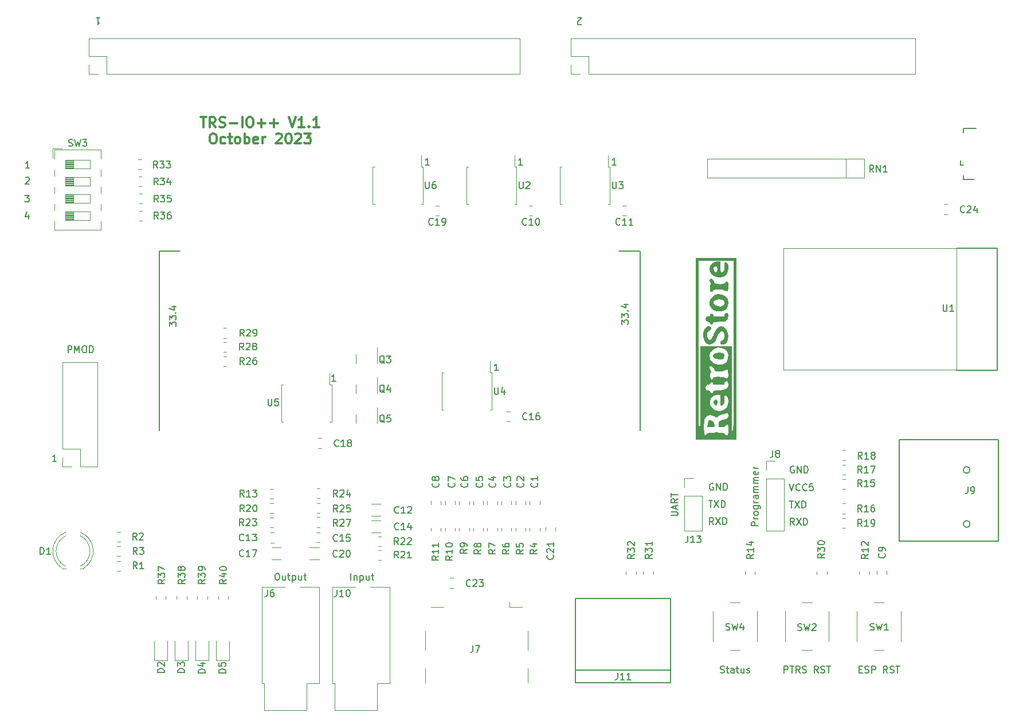
<source format=gbr>
%TF.GenerationSoftware,KiCad,Pcbnew,7.0.10*%
%TF.CreationDate,2024-06-25T20:32:39-07:00*%
%TF.ProjectId,TRS-IO++,5452532d-494f-42b2-9b2e-6b696361645f,rev?*%
%TF.SameCoordinates,Original*%
%TF.FileFunction,Legend,Top*%
%TF.FilePolarity,Positive*%
%FSLAX46Y46*%
G04 Gerber Fmt 4.6, Leading zero omitted, Abs format (unit mm)*
G04 Created by KiCad (PCBNEW 7.0.10) date 2024-06-25 20:32:39*
%MOMM*%
%LPD*%
G01*
G04 APERTURE LIST*
%ADD10C,0.150000*%
%ADD11C,0.300000*%
%ADD12C,0.120000*%
%ADD13C,0.050000*%
G04 APERTURE END LIST*
D10*
X149774414Y-70203219D02*
X149202986Y-70203219D01*
X149488700Y-70203219D02*
X149488700Y-69203219D01*
X149488700Y-69203219D02*
X149393462Y-69346076D01*
X149393462Y-69346076D02*
X149298224Y-69441314D01*
X149298224Y-69441314D02*
X149202986Y-69488933D01*
X164179258Y-123340019D02*
X163845925Y-122863828D01*
X163607830Y-123340019D02*
X163607830Y-122340019D01*
X163607830Y-122340019D02*
X163988782Y-122340019D01*
X163988782Y-122340019D02*
X164084020Y-122387638D01*
X164084020Y-122387638D02*
X164131639Y-122435257D01*
X164131639Y-122435257D02*
X164179258Y-122530495D01*
X164179258Y-122530495D02*
X164179258Y-122673352D01*
X164179258Y-122673352D02*
X164131639Y-122768590D01*
X164131639Y-122768590D02*
X164084020Y-122816209D01*
X164084020Y-122816209D02*
X163988782Y-122863828D01*
X163988782Y-122863828D02*
X163607830Y-122863828D01*
X164512592Y-122340019D02*
X165179258Y-123340019D01*
X165179258Y-122340019D02*
X164512592Y-123340019D01*
X165560211Y-123340019D02*
X165560211Y-122340019D01*
X165560211Y-122340019D02*
X165798306Y-122340019D01*
X165798306Y-122340019D02*
X165941163Y-122387638D01*
X165941163Y-122387638D02*
X166036401Y-122482876D01*
X166036401Y-122482876D02*
X166084020Y-122578114D01*
X166084020Y-122578114D02*
X166131639Y-122768590D01*
X166131639Y-122768590D02*
X166131639Y-122911447D01*
X166131639Y-122911447D02*
X166084020Y-123101923D01*
X166084020Y-123101923D02*
X166036401Y-123197161D01*
X166036401Y-123197161D02*
X165941163Y-123292400D01*
X165941163Y-123292400D02*
X165798306Y-123340019D01*
X165798306Y-123340019D02*
X165560211Y-123340019D01*
X62538186Y-72143257D02*
X62585805Y-72095638D01*
X62585805Y-72095638D02*
X62681043Y-72048019D01*
X62681043Y-72048019D02*
X62919138Y-72048019D01*
X62919138Y-72048019D02*
X63014376Y-72095638D01*
X63014376Y-72095638D02*
X63061995Y-72143257D01*
X63061995Y-72143257D02*
X63109614Y-72238495D01*
X63109614Y-72238495D02*
X63109614Y-72333733D01*
X63109614Y-72333733D02*
X63061995Y-72476590D01*
X63061995Y-72476590D02*
X62490567Y-73048019D01*
X62490567Y-73048019D02*
X63109614Y-73048019D01*
X67087714Y-113992819D02*
X66516286Y-113992819D01*
X66802000Y-113992819D02*
X66802000Y-112992819D01*
X66802000Y-112992819D02*
X66706762Y-113135676D01*
X66706762Y-113135676D02*
X66611524Y-113230914D01*
X66611524Y-113230914D02*
X66516286Y-113278533D01*
X110574343Y-131518819D02*
X110574343Y-130518819D01*
X111050533Y-130852152D02*
X111050533Y-131518819D01*
X111050533Y-130947390D02*
X111098152Y-130899771D01*
X111098152Y-130899771D02*
X111193390Y-130852152D01*
X111193390Y-130852152D02*
X111336247Y-130852152D01*
X111336247Y-130852152D02*
X111431485Y-130899771D01*
X111431485Y-130899771D02*
X111479104Y-130995009D01*
X111479104Y-130995009D02*
X111479104Y-131518819D01*
X111955295Y-130852152D02*
X111955295Y-131852152D01*
X111955295Y-130899771D02*
X112050533Y-130852152D01*
X112050533Y-130852152D02*
X112241009Y-130852152D01*
X112241009Y-130852152D02*
X112336247Y-130899771D01*
X112336247Y-130899771D02*
X112383866Y-130947390D01*
X112383866Y-130947390D02*
X112431485Y-131042628D01*
X112431485Y-131042628D02*
X112431485Y-131328342D01*
X112431485Y-131328342D02*
X112383866Y-131423580D01*
X112383866Y-131423580D02*
X112336247Y-131471200D01*
X112336247Y-131471200D02*
X112241009Y-131518819D01*
X112241009Y-131518819D02*
X112050533Y-131518819D01*
X112050533Y-131518819D02*
X111955295Y-131471200D01*
X113288628Y-130852152D02*
X113288628Y-131518819D01*
X112860057Y-130852152D02*
X112860057Y-131375961D01*
X112860057Y-131375961D02*
X112907676Y-131471200D01*
X112907676Y-131471200D02*
X113002914Y-131518819D01*
X113002914Y-131518819D02*
X113145771Y-131518819D01*
X113145771Y-131518819D02*
X113241009Y-131471200D01*
X113241009Y-131471200D02*
X113288628Y-131423580D01*
X113621962Y-130852152D02*
X114002914Y-130852152D01*
X113764819Y-130518819D02*
X113764819Y-131375961D01*
X113764819Y-131375961D02*
X113812438Y-131471200D01*
X113812438Y-131471200D02*
X113907676Y-131518819D01*
X113907676Y-131518819D02*
X114002914Y-131518819D01*
X185676128Y-144711009D02*
X186009461Y-144711009D01*
X186152318Y-145234819D02*
X185676128Y-145234819D01*
X185676128Y-145234819D02*
X185676128Y-144234819D01*
X185676128Y-144234819D02*
X186152318Y-144234819D01*
X186533271Y-145187200D02*
X186676128Y-145234819D01*
X186676128Y-145234819D02*
X186914223Y-145234819D01*
X186914223Y-145234819D02*
X187009461Y-145187200D01*
X187009461Y-145187200D02*
X187057080Y-145139580D01*
X187057080Y-145139580D02*
X187104699Y-145044342D01*
X187104699Y-145044342D02*
X187104699Y-144949104D01*
X187104699Y-144949104D02*
X187057080Y-144853866D01*
X187057080Y-144853866D02*
X187009461Y-144806247D01*
X187009461Y-144806247D02*
X186914223Y-144758628D01*
X186914223Y-144758628D02*
X186723747Y-144711009D01*
X186723747Y-144711009D02*
X186628509Y-144663390D01*
X186628509Y-144663390D02*
X186580890Y-144615771D01*
X186580890Y-144615771D02*
X186533271Y-144520533D01*
X186533271Y-144520533D02*
X186533271Y-144425295D01*
X186533271Y-144425295D02*
X186580890Y-144330057D01*
X186580890Y-144330057D02*
X186628509Y-144282438D01*
X186628509Y-144282438D02*
X186723747Y-144234819D01*
X186723747Y-144234819D02*
X186961842Y-144234819D01*
X186961842Y-144234819D02*
X187104699Y-144282438D01*
X187533271Y-145234819D02*
X187533271Y-144234819D01*
X187533271Y-144234819D02*
X187914223Y-144234819D01*
X187914223Y-144234819D02*
X188009461Y-144282438D01*
X188009461Y-144282438D02*
X188057080Y-144330057D01*
X188057080Y-144330057D02*
X188104699Y-144425295D01*
X188104699Y-144425295D02*
X188104699Y-144568152D01*
X188104699Y-144568152D02*
X188057080Y-144663390D01*
X188057080Y-144663390D02*
X188009461Y-144711009D01*
X188009461Y-144711009D02*
X187914223Y-144758628D01*
X187914223Y-144758628D02*
X187533271Y-144758628D01*
X189866604Y-145234819D02*
X189533271Y-144758628D01*
X189295176Y-145234819D02*
X189295176Y-144234819D01*
X189295176Y-144234819D02*
X189676128Y-144234819D01*
X189676128Y-144234819D02*
X189771366Y-144282438D01*
X189771366Y-144282438D02*
X189818985Y-144330057D01*
X189818985Y-144330057D02*
X189866604Y-144425295D01*
X189866604Y-144425295D02*
X189866604Y-144568152D01*
X189866604Y-144568152D02*
X189818985Y-144663390D01*
X189818985Y-144663390D02*
X189771366Y-144711009D01*
X189771366Y-144711009D02*
X189676128Y-144758628D01*
X189676128Y-144758628D02*
X189295176Y-144758628D01*
X190247557Y-145187200D02*
X190390414Y-145234819D01*
X190390414Y-145234819D02*
X190628509Y-145234819D01*
X190628509Y-145234819D02*
X190723747Y-145187200D01*
X190723747Y-145187200D02*
X190771366Y-145139580D01*
X190771366Y-145139580D02*
X190818985Y-145044342D01*
X190818985Y-145044342D02*
X190818985Y-144949104D01*
X190818985Y-144949104D02*
X190771366Y-144853866D01*
X190771366Y-144853866D02*
X190723747Y-144806247D01*
X190723747Y-144806247D02*
X190628509Y-144758628D01*
X190628509Y-144758628D02*
X190438033Y-144711009D01*
X190438033Y-144711009D02*
X190342795Y-144663390D01*
X190342795Y-144663390D02*
X190295176Y-144615771D01*
X190295176Y-144615771D02*
X190247557Y-144520533D01*
X190247557Y-144520533D02*
X190247557Y-144425295D01*
X190247557Y-144425295D02*
X190295176Y-144330057D01*
X190295176Y-144330057D02*
X190342795Y-144282438D01*
X190342795Y-144282438D02*
X190438033Y-144234819D01*
X190438033Y-144234819D02*
X190676128Y-144234819D01*
X190676128Y-144234819D02*
X190818985Y-144282438D01*
X191104700Y-144234819D02*
X191676128Y-144234819D01*
X191390414Y-145234819D02*
X191390414Y-144234819D01*
X62963576Y-77512152D02*
X62963576Y-78178819D01*
X62725481Y-77131200D02*
X62487386Y-77845485D01*
X62487386Y-77845485D02*
X63106433Y-77845485D01*
D11*
X88394072Y-63147228D02*
X89251215Y-63147228D01*
X88822643Y-64647228D02*
X88822643Y-63147228D01*
X90608357Y-64647228D02*
X90108357Y-63932942D01*
X89751214Y-64647228D02*
X89751214Y-63147228D01*
X89751214Y-63147228D02*
X90322643Y-63147228D01*
X90322643Y-63147228D02*
X90465500Y-63218657D01*
X90465500Y-63218657D02*
X90536929Y-63290085D01*
X90536929Y-63290085D02*
X90608357Y-63432942D01*
X90608357Y-63432942D02*
X90608357Y-63647228D01*
X90608357Y-63647228D02*
X90536929Y-63790085D01*
X90536929Y-63790085D02*
X90465500Y-63861514D01*
X90465500Y-63861514D02*
X90322643Y-63932942D01*
X90322643Y-63932942D02*
X89751214Y-63932942D01*
X91179786Y-64575800D02*
X91394072Y-64647228D01*
X91394072Y-64647228D02*
X91751214Y-64647228D01*
X91751214Y-64647228D02*
X91894072Y-64575800D01*
X91894072Y-64575800D02*
X91965500Y-64504371D01*
X91965500Y-64504371D02*
X92036929Y-64361514D01*
X92036929Y-64361514D02*
X92036929Y-64218657D01*
X92036929Y-64218657D02*
X91965500Y-64075800D01*
X91965500Y-64075800D02*
X91894072Y-64004371D01*
X91894072Y-64004371D02*
X91751214Y-63932942D01*
X91751214Y-63932942D02*
X91465500Y-63861514D01*
X91465500Y-63861514D02*
X91322643Y-63790085D01*
X91322643Y-63790085D02*
X91251214Y-63718657D01*
X91251214Y-63718657D02*
X91179786Y-63575800D01*
X91179786Y-63575800D02*
X91179786Y-63432942D01*
X91179786Y-63432942D02*
X91251214Y-63290085D01*
X91251214Y-63290085D02*
X91322643Y-63218657D01*
X91322643Y-63218657D02*
X91465500Y-63147228D01*
X91465500Y-63147228D02*
X91822643Y-63147228D01*
X91822643Y-63147228D02*
X92036929Y-63218657D01*
X92679785Y-64075800D02*
X93822643Y-64075800D01*
X94536928Y-64647228D02*
X94536928Y-63147228D01*
X95536929Y-63147228D02*
X95822643Y-63147228D01*
X95822643Y-63147228D02*
X95965500Y-63218657D01*
X95965500Y-63218657D02*
X96108357Y-63361514D01*
X96108357Y-63361514D02*
X96179786Y-63647228D01*
X96179786Y-63647228D02*
X96179786Y-64147228D01*
X96179786Y-64147228D02*
X96108357Y-64432942D01*
X96108357Y-64432942D02*
X95965500Y-64575800D01*
X95965500Y-64575800D02*
X95822643Y-64647228D01*
X95822643Y-64647228D02*
X95536929Y-64647228D01*
X95536929Y-64647228D02*
X95394072Y-64575800D01*
X95394072Y-64575800D02*
X95251214Y-64432942D01*
X95251214Y-64432942D02*
X95179786Y-64147228D01*
X95179786Y-64147228D02*
X95179786Y-63647228D01*
X95179786Y-63647228D02*
X95251214Y-63361514D01*
X95251214Y-63361514D02*
X95394072Y-63218657D01*
X95394072Y-63218657D02*
X95536929Y-63147228D01*
X96822643Y-64075800D02*
X97965501Y-64075800D01*
X97394072Y-64647228D02*
X97394072Y-63504371D01*
X98679786Y-64075800D02*
X99822644Y-64075800D01*
X99251215Y-64647228D02*
X99251215Y-63504371D01*
X101465501Y-63147228D02*
X101965501Y-64647228D01*
X101965501Y-64647228D02*
X102465501Y-63147228D01*
X103751215Y-64647228D02*
X102894072Y-64647228D01*
X103322643Y-64647228D02*
X103322643Y-63147228D01*
X103322643Y-63147228D02*
X103179786Y-63361514D01*
X103179786Y-63361514D02*
X103036929Y-63504371D01*
X103036929Y-63504371D02*
X102894072Y-63575800D01*
X104394071Y-64504371D02*
X104465500Y-64575800D01*
X104465500Y-64575800D02*
X104394071Y-64647228D01*
X104394071Y-64647228D02*
X104322643Y-64575800D01*
X104322643Y-64575800D02*
X104394071Y-64504371D01*
X104394071Y-64504371D02*
X104394071Y-64647228D01*
X105894072Y-64647228D02*
X105036929Y-64647228D01*
X105465500Y-64647228D02*
X105465500Y-63147228D01*
X105465500Y-63147228D02*
X105322643Y-63361514D01*
X105322643Y-63361514D02*
X105179786Y-63504371D01*
X105179786Y-63504371D02*
X105036929Y-63575800D01*
X90108358Y-65562228D02*
X90394072Y-65562228D01*
X90394072Y-65562228D02*
X90536929Y-65633657D01*
X90536929Y-65633657D02*
X90679786Y-65776514D01*
X90679786Y-65776514D02*
X90751215Y-66062228D01*
X90751215Y-66062228D02*
X90751215Y-66562228D01*
X90751215Y-66562228D02*
X90679786Y-66847942D01*
X90679786Y-66847942D02*
X90536929Y-66990800D01*
X90536929Y-66990800D02*
X90394072Y-67062228D01*
X90394072Y-67062228D02*
X90108358Y-67062228D01*
X90108358Y-67062228D02*
X89965501Y-66990800D01*
X89965501Y-66990800D02*
X89822643Y-66847942D01*
X89822643Y-66847942D02*
X89751215Y-66562228D01*
X89751215Y-66562228D02*
X89751215Y-66062228D01*
X89751215Y-66062228D02*
X89822643Y-65776514D01*
X89822643Y-65776514D02*
X89965501Y-65633657D01*
X89965501Y-65633657D02*
X90108358Y-65562228D01*
X92036930Y-66990800D02*
X91894072Y-67062228D01*
X91894072Y-67062228D02*
X91608358Y-67062228D01*
X91608358Y-67062228D02*
X91465501Y-66990800D01*
X91465501Y-66990800D02*
X91394072Y-66919371D01*
X91394072Y-66919371D02*
X91322644Y-66776514D01*
X91322644Y-66776514D02*
X91322644Y-66347942D01*
X91322644Y-66347942D02*
X91394072Y-66205085D01*
X91394072Y-66205085D02*
X91465501Y-66133657D01*
X91465501Y-66133657D02*
X91608358Y-66062228D01*
X91608358Y-66062228D02*
X91894072Y-66062228D01*
X91894072Y-66062228D02*
X92036930Y-66133657D01*
X92465501Y-66062228D02*
X93036929Y-66062228D01*
X92679786Y-65562228D02*
X92679786Y-66847942D01*
X92679786Y-66847942D02*
X92751215Y-66990800D01*
X92751215Y-66990800D02*
X92894072Y-67062228D01*
X92894072Y-67062228D02*
X93036929Y-67062228D01*
X93751215Y-67062228D02*
X93608358Y-66990800D01*
X93608358Y-66990800D02*
X93536929Y-66919371D01*
X93536929Y-66919371D02*
X93465501Y-66776514D01*
X93465501Y-66776514D02*
X93465501Y-66347942D01*
X93465501Y-66347942D02*
X93536929Y-66205085D01*
X93536929Y-66205085D02*
X93608358Y-66133657D01*
X93608358Y-66133657D02*
X93751215Y-66062228D01*
X93751215Y-66062228D02*
X93965501Y-66062228D01*
X93965501Y-66062228D02*
X94108358Y-66133657D01*
X94108358Y-66133657D02*
X94179787Y-66205085D01*
X94179787Y-66205085D02*
X94251215Y-66347942D01*
X94251215Y-66347942D02*
X94251215Y-66776514D01*
X94251215Y-66776514D02*
X94179787Y-66919371D01*
X94179787Y-66919371D02*
X94108358Y-66990800D01*
X94108358Y-66990800D02*
X93965501Y-67062228D01*
X93965501Y-67062228D02*
X93751215Y-67062228D01*
X94894072Y-67062228D02*
X94894072Y-65562228D01*
X94894072Y-66133657D02*
X95036930Y-66062228D01*
X95036930Y-66062228D02*
X95322644Y-66062228D01*
X95322644Y-66062228D02*
X95465501Y-66133657D01*
X95465501Y-66133657D02*
X95536930Y-66205085D01*
X95536930Y-66205085D02*
X95608358Y-66347942D01*
X95608358Y-66347942D02*
X95608358Y-66776514D01*
X95608358Y-66776514D02*
X95536930Y-66919371D01*
X95536930Y-66919371D02*
X95465501Y-66990800D01*
X95465501Y-66990800D02*
X95322644Y-67062228D01*
X95322644Y-67062228D02*
X95036930Y-67062228D01*
X95036930Y-67062228D02*
X94894072Y-66990800D01*
X96822644Y-66990800D02*
X96679787Y-67062228D01*
X96679787Y-67062228D02*
X96394073Y-67062228D01*
X96394073Y-67062228D02*
X96251215Y-66990800D01*
X96251215Y-66990800D02*
X96179787Y-66847942D01*
X96179787Y-66847942D02*
X96179787Y-66276514D01*
X96179787Y-66276514D02*
X96251215Y-66133657D01*
X96251215Y-66133657D02*
X96394073Y-66062228D01*
X96394073Y-66062228D02*
X96679787Y-66062228D01*
X96679787Y-66062228D02*
X96822644Y-66133657D01*
X96822644Y-66133657D02*
X96894073Y-66276514D01*
X96894073Y-66276514D02*
X96894073Y-66419371D01*
X96894073Y-66419371D02*
X96179787Y-66562228D01*
X97536929Y-67062228D02*
X97536929Y-66062228D01*
X97536929Y-66347942D02*
X97608358Y-66205085D01*
X97608358Y-66205085D02*
X97679787Y-66133657D01*
X97679787Y-66133657D02*
X97822644Y-66062228D01*
X97822644Y-66062228D02*
X97965501Y-66062228D01*
X99536929Y-65705085D02*
X99608357Y-65633657D01*
X99608357Y-65633657D02*
X99751215Y-65562228D01*
X99751215Y-65562228D02*
X100108357Y-65562228D01*
X100108357Y-65562228D02*
X100251215Y-65633657D01*
X100251215Y-65633657D02*
X100322643Y-65705085D01*
X100322643Y-65705085D02*
X100394072Y-65847942D01*
X100394072Y-65847942D02*
X100394072Y-65990800D01*
X100394072Y-65990800D02*
X100322643Y-66205085D01*
X100322643Y-66205085D02*
X99465500Y-67062228D01*
X99465500Y-67062228D02*
X100394072Y-67062228D01*
X101322643Y-65562228D02*
X101465500Y-65562228D01*
X101465500Y-65562228D02*
X101608357Y-65633657D01*
X101608357Y-65633657D02*
X101679786Y-65705085D01*
X101679786Y-65705085D02*
X101751214Y-65847942D01*
X101751214Y-65847942D02*
X101822643Y-66133657D01*
X101822643Y-66133657D02*
X101822643Y-66490800D01*
X101822643Y-66490800D02*
X101751214Y-66776514D01*
X101751214Y-66776514D02*
X101679786Y-66919371D01*
X101679786Y-66919371D02*
X101608357Y-66990800D01*
X101608357Y-66990800D02*
X101465500Y-67062228D01*
X101465500Y-67062228D02*
X101322643Y-67062228D01*
X101322643Y-67062228D02*
X101179786Y-66990800D01*
X101179786Y-66990800D02*
X101108357Y-66919371D01*
X101108357Y-66919371D02*
X101036928Y-66776514D01*
X101036928Y-66776514D02*
X100965500Y-66490800D01*
X100965500Y-66490800D02*
X100965500Y-66133657D01*
X100965500Y-66133657D02*
X101036928Y-65847942D01*
X101036928Y-65847942D02*
X101108357Y-65705085D01*
X101108357Y-65705085D02*
X101179786Y-65633657D01*
X101179786Y-65633657D02*
X101322643Y-65562228D01*
X102394071Y-65705085D02*
X102465499Y-65633657D01*
X102465499Y-65633657D02*
X102608357Y-65562228D01*
X102608357Y-65562228D02*
X102965499Y-65562228D01*
X102965499Y-65562228D02*
X103108357Y-65633657D01*
X103108357Y-65633657D02*
X103179785Y-65705085D01*
X103179785Y-65705085D02*
X103251214Y-65847942D01*
X103251214Y-65847942D02*
X103251214Y-65990800D01*
X103251214Y-65990800D02*
X103179785Y-66205085D01*
X103179785Y-66205085D02*
X102322642Y-67062228D01*
X102322642Y-67062228D02*
X103251214Y-67062228D01*
X103751213Y-65562228D02*
X104679785Y-65562228D01*
X104679785Y-65562228D02*
X104179785Y-66133657D01*
X104179785Y-66133657D02*
X104394070Y-66133657D01*
X104394070Y-66133657D02*
X104536928Y-66205085D01*
X104536928Y-66205085D02*
X104608356Y-66276514D01*
X104608356Y-66276514D02*
X104679785Y-66419371D01*
X104679785Y-66419371D02*
X104679785Y-66776514D01*
X104679785Y-66776514D02*
X104608356Y-66919371D01*
X104608356Y-66919371D02*
X104536928Y-66990800D01*
X104536928Y-66990800D02*
X104394070Y-67062228D01*
X104394070Y-67062228D02*
X103965499Y-67062228D01*
X103965499Y-67062228D02*
X103822642Y-66990800D01*
X103822642Y-66990800D02*
X103751213Y-66919371D01*
D10*
X62439767Y-74689619D02*
X63058814Y-74689619D01*
X63058814Y-74689619D02*
X62725481Y-75070571D01*
X62725481Y-75070571D02*
X62868338Y-75070571D01*
X62868338Y-75070571D02*
X62963576Y-75118190D01*
X62963576Y-75118190D02*
X63011195Y-75165809D01*
X63011195Y-75165809D02*
X63058814Y-75261047D01*
X63058814Y-75261047D02*
X63058814Y-75499142D01*
X63058814Y-75499142D02*
X63011195Y-75594380D01*
X63011195Y-75594380D02*
X62963576Y-75642000D01*
X62963576Y-75642000D02*
X62868338Y-75689619D01*
X62868338Y-75689619D02*
X62582624Y-75689619D01*
X62582624Y-75689619D02*
X62487386Y-75642000D01*
X62487386Y-75642000D02*
X62439767Y-75594380D01*
X176053939Y-114767638D02*
X175958701Y-114720019D01*
X175958701Y-114720019D02*
X175815844Y-114720019D01*
X175815844Y-114720019D02*
X175672987Y-114767638D01*
X175672987Y-114767638D02*
X175577749Y-114862876D01*
X175577749Y-114862876D02*
X175530130Y-114958114D01*
X175530130Y-114958114D02*
X175482511Y-115148590D01*
X175482511Y-115148590D02*
X175482511Y-115291447D01*
X175482511Y-115291447D02*
X175530130Y-115481923D01*
X175530130Y-115481923D02*
X175577749Y-115577161D01*
X175577749Y-115577161D02*
X175672987Y-115672400D01*
X175672987Y-115672400D02*
X175815844Y-115720019D01*
X175815844Y-115720019D02*
X175911082Y-115720019D01*
X175911082Y-115720019D02*
X176053939Y-115672400D01*
X176053939Y-115672400D02*
X176101558Y-115624780D01*
X176101558Y-115624780D02*
X176101558Y-115291447D01*
X176101558Y-115291447D02*
X175911082Y-115291447D01*
X176530130Y-115720019D02*
X176530130Y-114720019D01*
X176530130Y-114720019D02*
X177101558Y-115720019D01*
X177101558Y-115720019D02*
X177101558Y-114720019D01*
X177577749Y-115720019D02*
X177577749Y-114720019D01*
X177577749Y-114720019D02*
X177815844Y-114720019D01*
X177815844Y-114720019D02*
X177958701Y-114767638D01*
X177958701Y-114767638D02*
X178053939Y-114862876D01*
X178053939Y-114862876D02*
X178101558Y-114958114D01*
X178101558Y-114958114D02*
X178149177Y-115148590D01*
X178149177Y-115148590D02*
X178149177Y-115291447D01*
X178149177Y-115291447D02*
X178101558Y-115481923D01*
X178101558Y-115481923D02*
X178053939Y-115577161D01*
X178053939Y-115577161D02*
X177958701Y-115672400D01*
X177958701Y-115672400D02*
X177815844Y-115720019D01*
X177815844Y-115720019D02*
X177577749Y-115720019D01*
X144643613Y-49421141D02*
X144595994Y-49468760D01*
X144595994Y-49468760D02*
X144500756Y-49516379D01*
X144500756Y-49516379D02*
X144262661Y-49516379D01*
X144262661Y-49516379D02*
X144167423Y-49468760D01*
X144167423Y-49468760D02*
X144119804Y-49421141D01*
X144119804Y-49421141D02*
X144072185Y-49325903D01*
X144072185Y-49325903D02*
X144072185Y-49230665D01*
X144072185Y-49230665D02*
X144119804Y-49087808D01*
X144119804Y-49087808D02*
X144691232Y-48516379D01*
X144691232Y-48516379D02*
X144072185Y-48516379D01*
X165183333Y-145187200D02*
X165326190Y-145234819D01*
X165326190Y-145234819D02*
X165564285Y-145234819D01*
X165564285Y-145234819D02*
X165659523Y-145187200D01*
X165659523Y-145187200D02*
X165707142Y-145139580D01*
X165707142Y-145139580D02*
X165754761Y-145044342D01*
X165754761Y-145044342D02*
X165754761Y-144949104D01*
X165754761Y-144949104D02*
X165707142Y-144853866D01*
X165707142Y-144853866D02*
X165659523Y-144806247D01*
X165659523Y-144806247D02*
X165564285Y-144758628D01*
X165564285Y-144758628D02*
X165373809Y-144711009D01*
X165373809Y-144711009D02*
X165278571Y-144663390D01*
X165278571Y-144663390D02*
X165230952Y-144615771D01*
X165230952Y-144615771D02*
X165183333Y-144520533D01*
X165183333Y-144520533D02*
X165183333Y-144425295D01*
X165183333Y-144425295D02*
X165230952Y-144330057D01*
X165230952Y-144330057D02*
X165278571Y-144282438D01*
X165278571Y-144282438D02*
X165373809Y-144234819D01*
X165373809Y-144234819D02*
X165611904Y-144234819D01*
X165611904Y-144234819D02*
X165754761Y-144282438D01*
X166040476Y-144568152D02*
X166421428Y-144568152D01*
X166183333Y-144234819D02*
X166183333Y-145091961D01*
X166183333Y-145091961D02*
X166230952Y-145187200D01*
X166230952Y-145187200D02*
X166326190Y-145234819D01*
X166326190Y-145234819D02*
X166421428Y-145234819D01*
X167183333Y-145234819D02*
X167183333Y-144711009D01*
X167183333Y-144711009D02*
X167135714Y-144615771D01*
X167135714Y-144615771D02*
X167040476Y-144568152D01*
X167040476Y-144568152D02*
X166850000Y-144568152D01*
X166850000Y-144568152D02*
X166754762Y-144615771D01*
X167183333Y-145187200D02*
X167088095Y-145234819D01*
X167088095Y-145234819D02*
X166850000Y-145234819D01*
X166850000Y-145234819D02*
X166754762Y-145187200D01*
X166754762Y-145187200D02*
X166707143Y-145091961D01*
X166707143Y-145091961D02*
X166707143Y-144996723D01*
X166707143Y-144996723D02*
X166754762Y-144901485D01*
X166754762Y-144901485D02*
X166850000Y-144853866D01*
X166850000Y-144853866D02*
X167088095Y-144853866D01*
X167088095Y-144853866D02*
X167183333Y-144806247D01*
X167516667Y-144568152D02*
X167897619Y-144568152D01*
X167659524Y-144234819D02*
X167659524Y-145091961D01*
X167659524Y-145091961D02*
X167707143Y-145187200D01*
X167707143Y-145187200D02*
X167802381Y-145234819D01*
X167802381Y-145234819D02*
X167897619Y-145234819D01*
X168659524Y-144568152D02*
X168659524Y-145234819D01*
X168230953Y-144568152D02*
X168230953Y-145091961D01*
X168230953Y-145091961D02*
X168278572Y-145187200D01*
X168278572Y-145187200D02*
X168373810Y-145234819D01*
X168373810Y-145234819D02*
X168516667Y-145234819D01*
X168516667Y-145234819D02*
X168611905Y-145187200D01*
X168611905Y-145187200D02*
X168659524Y-145139580D01*
X169088096Y-145187200D02*
X169183334Y-145234819D01*
X169183334Y-145234819D02*
X169373810Y-145234819D01*
X169373810Y-145234819D02*
X169469048Y-145187200D01*
X169469048Y-145187200D02*
X169516667Y-145091961D01*
X169516667Y-145091961D02*
X169516667Y-145044342D01*
X169516667Y-145044342D02*
X169469048Y-144949104D01*
X169469048Y-144949104D02*
X169373810Y-144901485D01*
X169373810Y-144901485D02*
X169230953Y-144901485D01*
X169230953Y-144901485D02*
X169135715Y-144853866D01*
X169135715Y-144853866D02*
X169088096Y-144758628D01*
X169088096Y-144758628D02*
X169088096Y-144711009D01*
X169088096Y-144711009D02*
X169135715Y-144615771D01*
X169135715Y-144615771D02*
X169230953Y-144568152D01*
X169230953Y-144568152D02*
X169373810Y-144568152D01*
X169373810Y-144568152D02*
X169469048Y-144615771D01*
X122190014Y-70203219D02*
X121618586Y-70203219D01*
X121904300Y-70203219D02*
X121904300Y-69203219D01*
X121904300Y-69203219D02*
X121809062Y-69346076D01*
X121809062Y-69346076D02*
X121713824Y-69441314D01*
X121713824Y-69441314D02*
X121618586Y-69488933D01*
X175387273Y-117310819D02*
X175720606Y-118310819D01*
X175720606Y-118310819D02*
X176053939Y-117310819D01*
X176958701Y-118215580D02*
X176911082Y-118263200D01*
X176911082Y-118263200D02*
X176768225Y-118310819D01*
X176768225Y-118310819D02*
X176672987Y-118310819D01*
X176672987Y-118310819D02*
X176530130Y-118263200D01*
X176530130Y-118263200D02*
X176434892Y-118167961D01*
X176434892Y-118167961D02*
X176387273Y-118072723D01*
X176387273Y-118072723D02*
X176339654Y-117882247D01*
X176339654Y-117882247D02*
X176339654Y-117739390D01*
X176339654Y-117739390D02*
X176387273Y-117548914D01*
X176387273Y-117548914D02*
X176434892Y-117453676D01*
X176434892Y-117453676D02*
X176530130Y-117358438D01*
X176530130Y-117358438D02*
X176672987Y-117310819D01*
X176672987Y-117310819D02*
X176768225Y-117310819D01*
X176768225Y-117310819D02*
X176911082Y-117358438D01*
X176911082Y-117358438D02*
X176958701Y-117406057D01*
X177958701Y-118215580D02*
X177911082Y-118263200D01*
X177911082Y-118263200D02*
X177768225Y-118310819D01*
X177768225Y-118310819D02*
X177672987Y-118310819D01*
X177672987Y-118310819D02*
X177530130Y-118263200D01*
X177530130Y-118263200D02*
X177434892Y-118167961D01*
X177434892Y-118167961D02*
X177387273Y-118072723D01*
X177387273Y-118072723D02*
X177339654Y-117882247D01*
X177339654Y-117882247D02*
X177339654Y-117739390D01*
X177339654Y-117739390D02*
X177387273Y-117548914D01*
X177387273Y-117548914D02*
X177434892Y-117453676D01*
X177434892Y-117453676D02*
X177530130Y-117358438D01*
X177530130Y-117358438D02*
X177672987Y-117310819D01*
X177672987Y-117310819D02*
X177768225Y-117310819D01*
X177768225Y-117310819D02*
X177911082Y-117358438D01*
X177911082Y-117358438D02*
X177958701Y-117406057D01*
X178863463Y-117310819D02*
X178387273Y-117310819D01*
X178387273Y-117310819D02*
X178339654Y-117787009D01*
X178339654Y-117787009D02*
X178387273Y-117739390D01*
X178387273Y-117739390D02*
X178482511Y-117691771D01*
X178482511Y-117691771D02*
X178720606Y-117691771D01*
X178720606Y-117691771D02*
X178815844Y-117739390D01*
X178815844Y-117739390D02*
X178863463Y-117787009D01*
X178863463Y-117787009D02*
X178911082Y-117882247D01*
X178911082Y-117882247D02*
X178911082Y-118120342D01*
X178911082Y-118120342D02*
X178863463Y-118215580D01*
X178863463Y-118215580D02*
X178815844Y-118263200D01*
X178815844Y-118263200D02*
X178720606Y-118310819D01*
X178720606Y-118310819D02*
X178482511Y-118310819D01*
X178482511Y-118310819D02*
X178387273Y-118263200D01*
X178387273Y-118263200D02*
X178339654Y-118215580D01*
X176101558Y-123390819D02*
X175768225Y-122914628D01*
X175530130Y-123390819D02*
X175530130Y-122390819D01*
X175530130Y-122390819D02*
X175911082Y-122390819D01*
X175911082Y-122390819D02*
X176006320Y-122438438D01*
X176006320Y-122438438D02*
X176053939Y-122486057D01*
X176053939Y-122486057D02*
X176101558Y-122581295D01*
X176101558Y-122581295D02*
X176101558Y-122724152D01*
X176101558Y-122724152D02*
X176053939Y-122819390D01*
X176053939Y-122819390D02*
X176006320Y-122867009D01*
X176006320Y-122867009D02*
X175911082Y-122914628D01*
X175911082Y-122914628D02*
X175530130Y-122914628D01*
X176434892Y-122390819D02*
X177101558Y-123390819D01*
X177101558Y-122390819D02*
X176434892Y-123390819D01*
X177482511Y-123390819D02*
X177482511Y-122390819D01*
X177482511Y-122390819D02*
X177720606Y-122390819D01*
X177720606Y-122390819D02*
X177863463Y-122438438D01*
X177863463Y-122438438D02*
X177958701Y-122533676D01*
X177958701Y-122533676D02*
X178006320Y-122628914D01*
X178006320Y-122628914D02*
X178053939Y-122819390D01*
X178053939Y-122819390D02*
X178053939Y-122962247D01*
X178053939Y-122962247D02*
X178006320Y-123152723D01*
X178006320Y-123152723D02*
X177958701Y-123247961D01*
X177958701Y-123247961D02*
X177863463Y-123343200D01*
X177863463Y-123343200D02*
X177720606Y-123390819D01*
X177720606Y-123390819D02*
X177482511Y-123390819D01*
X135956814Y-70203219D02*
X135385386Y-70203219D01*
X135671100Y-70203219D02*
X135671100Y-69203219D01*
X135671100Y-69203219D02*
X135575862Y-69346076D01*
X135575862Y-69346076D02*
X135480624Y-69441314D01*
X135480624Y-69441314D02*
X135385386Y-69488933D01*
X170787219Y-123509827D02*
X169787219Y-123509827D01*
X169787219Y-123509827D02*
X169787219Y-123128875D01*
X169787219Y-123128875D02*
X169834838Y-123033637D01*
X169834838Y-123033637D02*
X169882457Y-122986018D01*
X169882457Y-122986018D02*
X169977695Y-122938399D01*
X169977695Y-122938399D02*
X170120552Y-122938399D01*
X170120552Y-122938399D02*
X170215790Y-122986018D01*
X170215790Y-122986018D02*
X170263409Y-123033637D01*
X170263409Y-123033637D02*
X170311028Y-123128875D01*
X170311028Y-123128875D02*
X170311028Y-123509827D01*
X170787219Y-122509827D02*
X170120552Y-122509827D01*
X170311028Y-122509827D02*
X170215790Y-122462208D01*
X170215790Y-122462208D02*
X170168171Y-122414589D01*
X170168171Y-122414589D02*
X170120552Y-122319351D01*
X170120552Y-122319351D02*
X170120552Y-122224113D01*
X170787219Y-121747922D02*
X170739600Y-121843160D01*
X170739600Y-121843160D02*
X170691980Y-121890779D01*
X170691980Y-121890779D02*
X170596742Y-121938398D01*
X170596742Y-121938398D02*
X170311028Y-121938398D01*
X170311028Y-121938398D02*
X170215790Y-121890779D01*
X170215790Y-121890779D02*
X170168171Y-121843160D01*
X170168171Y-121843160D02*
X170120552Y-121747922D01*
X170120552Y-121747922D02*
X170120552Y-121605065D01*
X170120552Y-121605065D02*
X170168171Y-121509827D01*
X170168171Y-121509827D02*
X170215790Y-121462208D01*
X170215790Y-121462208D02*
X170311028Y-121414589D01*
X170311028Y-121414589D02*
X170596742Y-121414589D01*
X170596742Y-121414589D02*
X170691980Y-121462208D01*
X170691980Y-121462208D02*
X170739600Y-121509827D01*
X170739600Y-121509827D02*
X170787219Y-121605065D01*
X170787219Y-121605065D02*
X170787219Y-121747922D01*
X170120552Y-120557446D02*
X170930076Y-120557446D01*
X170930076Y-120557446D02*
X171025314Y-120605065D01*
X171025314Y-120605065D02*
X171072933Y-120652684D01*
X171072933Y-120652684D02*
X171120552Y-120747922D01*
X171120552Y-120747922D02*
X171120552Y-120890779D01*
X171120552Y-120890779D02*
X171072933Y-120986017D01*
X170739600Y-120557446D02*
X170787219Y-120652684D01*
X170787219Y-120652684D02*
X170787219Y-120843160D01*
X170787219Y-120843160D02*
X170739600Y-120938398D01*
X170739600Y-120938398D02*
X170691980Y-120986017D01*
X170691980Y-120986017D02*
X170596742Y-121033636D01*
X170596742Y-121033636D02*
X170311028Y-121033636D01*
X170311028Y-121033636D02*
X170215790Y-120986017D01*
X170215790Y-120986017D02*
X170168171Y-120938398D01*
X170168171Y-120938398D02*
X170120552Y-120843160D01*
X170120552Y-120843160D02*
X170120552Y-120652684D01*
X170120552Y-120652684D02*
X170168171Y-120557446D01*
X170787219Y-120081255D02*
X170120552Y-120081255D01*
X170311028Y-120081255D02*
X170215790Y-120033636D01*
X170215790Y-120033636D02*
X170168171Y-119986017D01*
X170168171Y-119986017D02*
X170120552Y-119890779D01*
X170120552Y-119890779D02*
X170120552Y-119795541D01*
X170787219Y-119033636D02*
X170263409Y-119033636D01*
X170263409Y-119033636D02*
X170168171Y-119081255D01*
X170168171Y-119081255D02*
X170120552Y-119176493D01*
X170120552Y-119176493D02*
X170120552Y-119366969D01*
X170120552Y-119366969D02*
X170168171Y-119462207D01*
X170739600Y-119033636D02*
X170787219Y-119128874D01*
X170787219Y-119128874D02*
X170787219Y-119366969D01*
X170787219Y-119366969D02*
X170739600Y-119462207D01*
X170739600Y-119462207D02*
X170644361Y-119509826D01*
X170644361Y-119509826D02*
X170549123Y-119509826D01*
X170549123Y-119509826D02*
X170453885Y-119462207D01*
X170453885Y-119462207D02*
X170406266Y-119366969D01*
X170406266Y-119366969D02*
X170406266Y-119128874D01*
X170406266Y-119128874D02*
X170358647Y-119033636D01*
X170787219Y-118557445D02*
X170120552Y-118557445D01*
X170215790Y-118557445D02*
X170168171Y-118509826D01*
X170168171Y-118509826D02*
X170120552Y-118414588D01*
X170120552Y-118414588D02*
X170120552Y-118271731D01*
X170120552Y-118271731D02*
X170168171Y-118176493D01*
X170168171Y-118176493D02*
X170263409Y-118128874D01*
X170263409Y-118128874D02*
X170787219Y-118128874D01*
X170263409Y-118128874D02*
X170168171Y-118081255D01*
X170168171Y-118081255D02*
X170120552Y-117986017D01*
X170120552Y-117986017D02*
X170120552Y-117843160D01*
X170120552Y-117843160D02*
X170168171Y-117747921D01*
X170168171Y-117747921D02*
X170263409Y-117700302D01*
X170263409Y-117700302D02*
X170787219Y-117700302D01*
X170787219Y-117224112D02*
X170120552Y-117224112D01*
X170215790Y-117224112D02*
X170168171Y-117176493D01*
X170168171Y-117176493D02*
X170120552Y-117081255D01*
X170120552Y-117081255D02*
X170120552Y-116938398D01*
X170120552Y-116938398D02*
X170168171Y-116843160D01*
X170168171Y-116843160D02*
X170263409Y-116795541D01*
X170263409Y-116795541D02*
X170787219Y-116795541D01*
X170263409Y-116795541D02*
X170168171Y-116747922D01*
X170168171Y-116747922D02*
X170120552Y-116652684D01*
X170120552Y-116652684D02*
X170120552Y-116509827D01*
X170120552Y-116509827D02*
X170168171Y-116414588D01*
X170168171Y-116414588D02*
X170263409Y-116366969D01*
X170263409Y-116366969D02*
X170787219Y-116366969D01*
X170739600Y-115509827D02*
X170787219Y-115605065D01*
X170787219Y-115605065D02*
X170787219Y-115795541D01*
X170787219Y-115795541D02*
X170739600Y-115890779D01*
X170739600Y-115890779D02*
X170644361Y-115938398D01*
X170644361Y-115938398D02*
X170263409Y-115938398D01*
X170263409Y-115938398D02*
X170168171Y-115890779D01*
X170168171Y-115890779D02*
X170120552Y-115795541D01*
X170120552Y-115795541D02*
X170120552Y-115605065D01*
X170120552Y-115605065D02*
X170168171Y-115509827D01*
X170168171Y-115509827D02*
X170263409Y-115462208D01*
X170263409Y-115462208D02*
X170358647Y-115462208D01*
X170358647Y-115462208D02*
X170453885Y-115938398D01*
X170787219Y-115033636D02*
X170120552Y-115033636D01*
X170311028Y-115033636D02*
X170215790Y-114986017D01*
X170215790Y-114986017D02*
X170168171Y-114938398D01*
X170168171Y-114938398D02*
X170120552Y-114843160D01*
X170120552Y-114843160D02*
X170120552Y-114747922D01*
X132390064Y-100581619D02*
X131818636Y-100581619D01*
X132104350Y-100581619D02*
X132104350Y-99581619D01*
X132104350Y-99581619D02*
X132009112Y-99724476D01*
X132009112Y-99724476D02*
X131913874Y-99819714D01*
X131913874Y-99819714D02*
X131818636Y-99867333D01*
X68805657Y-97940019D02*
X68805657Y-96940019D01*
X68805657Y-96940019D02*
X69186609Y-96940019D01*
X69186609Y-96940019D02*
X69281847Y-96987638D01*
X69281847Y-96987638D02*
X69329466Y-97035257D01*
X69329466Y-97035257D02*
X69377085Y-97130495D01*
X69377085Y-97130495D02*
X69377085Y-97273352D01*
X69377085Y-97273352D02*
X69329466Y-97368590D01*
X69329466Y-97368590D02*
X69281847Y-97416209D01*
X69281847Y-97416209D02*
X69186609Y-97463828D01*
X69186609Y-97463828D02*
X68805657Y-97463828D01*
X69805657Y-97940019D02*
X69805657Y-96940019D01*
X69805657Y-96940019D02*
X70138990Y-97654304D01*
X70138990Y-97654304D02*
X70472323Y-96940019D01*
X70472323Y-96940019D02*
X70472323Y-97940019D01*
X71138990Y-96940019D02*
X71329466Y-96940019D01*
X71329466Y-96940019D02*
X71424704Y-96987638D01*
X71424704Y-96987638D02*
X71519942Y-97082876D01*
X71519942Y-97082876D02*
X71567561Y-97273352D01*
X71567561Y-97273352D02*
X71567561Y-97606685D01*
X71567561Y-97606685D02*
X71519942Y-97797161D01*
X71519942Y-97797161D02*
X71424704Y-97892400D01*
X71424704Y-97892400D02*
X71329466Y-97940019D01*
X71329466Y-97940019D02*
X71138990Y-97940019D01*
X71138990Y-97940019D02*
X71043752Y-97892400D01*
X71043752Y-97892400D02*
X70948514Y-97797161D01*
X70948514Y-97797161D02*
X70900895Y-97606685D01*
X70900895Y-97606685D02*
X70900895Y-97273352D01*
X70900895Y-97273352D02*
X70948514Y-97082876D01*
X70948514Y-97082876D02*
X71043752Y-96987638D01*
X71043752Y-96987638D02*
X71138990Y-96940019D01*
X71996133Y-97940019D02*
X71996133Y-96940019D01*
X71996133Y-96940019D02*
X72234228Y-96940019D01*
X72234228Y-96940019D02*
X72377085Y-96987638D01*
X72377085Y-96987638D02*
X72472323Y-97082876D01*
X72472323Y-97082876D02*
X72519942Y-97178114D01*
X72519942Y-97178114D02*
X72567561Y-97368590D01*
X72567561Y-97368590D02*
X72567561Y-97511447D01*
X72567561Y-97511447D02*
X72519942Y-97701923D01*
X72519942Y-97701923D02*
X72472323Y-97797161D01*
X72472323Y-97797161D02*
X72377085Y-97892400D01*
X72377085Y-97892400D02*
X72234228Y-97940019D01*
X72234228Y-97940019D02*
X71996133Y-97940019D01*
X164131639Y-117307638D02*
X164036401Y-117260019D01*
X164036401Y-117260019D02*
X163893544Y-117260019D01*
X163893544Y-117260019D02*
X163750687Y-117307638D01*
X163750687Y-117307638D02*
X163655449Y-117402876D01*
X163655449Y-117402876D02*
X163607830Y-117498114D01*
X163607830Y-117498114D02*
X163560211Y-117688590D01*
X163560211Y-117688590D02*
X163560211Y-117831447D01*
X163560211Y-117831447D02*
X163607830Y-118021923D01*
X163607830Y-118021923D02*
X163655449Y-118117161D01*
X163655449Y-118117161D02*
X163750687Y-118212400D01*
X163750687Y-118212400D02*
X163893544Y-118260019D01*
X163893544Y-118260019D02*
X163988782Y-118260019D01*
X163988782Y-118260019D02*
X164131639Y-118212400D01*
X164131639Y-118212400D02*
X164179258Y-118164780D01*
X164179258Y-118164780D02*
X164179258Y-117831447D01*
X164179258Y-117831447D02*
X163988782Y-117831447D01*
X164607830Y-118260019D02*
X164607830Y-117260019D01*
X164607830Y-117260019D02*
X165179258Y-118260019D01*
X165179258Y-118260019D02*
X165179258Y-117260019D01*
X165655449Y-118260019D02*
X165655449Y-117260019D01*
X165655449Y-117260019D02*
X165893544Y-117260019D01*
X165893544Y-117260019D02*
X166036401Y-117307638D01*
X166036401Y-117307638D02*
X166131639Y-117402876D01*
X166131639Y-117402876D02*
X166179258Y-117498114D01*
X166179258Y-117498114D02*
X166226877Y-117688590D01*
X166226877Y-117688590D02*
X166226877Y-117831447D01*
X166226877Y-117831447D02*
X166179258Y-118021923D01*
X166179258Y-118021923D02*
X166131639Y-118117161D01*
X166131639Y-118117161D02*
X166036401Y-118212400D01*
X166036401Y-118212400D02*
X165893544Y-118260019D01*
X165893544Y-118260019D02*
X165655449Y-118260019D01*
X174595257Y-145234819D02*
X174595257Y-144234819D01*
X174595257Y-144234819D02*
X174976209Y-144234819D01*
X174976209Y-144234819D02*
X175071447Y-144282438D01*
X175071447Y-144282438D02*
X175119066Y-144330057D01*
X175119066Y-144330057D02*
X175166685Y-144425295D01*
X175166685Y-144425295D02*
X175166685Y-144568152D01*
X175166685Y-144568152D02*
X175119066Y-144663390D01*
X175119066Y-144663390D02*
X175071447Y-144711009D01*
X175071447Y-144711009D02*
X174976209Y-144758628D01*
X174976209Y-144758628D02*
X174595257Y-144758628D01*
X175452400Y-144234819D02*
X176023828Y-144234819D01*
X175738114Y-145234819D02*
X175738114Y-144234819D01*
X176928590Y-145234819D02*
X176595257Y-144758628D01*
X176357162Y-145234819D02*
X176357162Y-144234819D01*
X176357162Y-144234819D02*
X176738114Y-144234819D01*
X176738114Y-144234819D02*
X176833352Y-144282438D01*
X176833352Y-144282438D02*
X176880971Y-144330057D01*
X176880971Y-144330057D02*
X176928590Y-144425295D01*
X176928590Y-144425295D02*
X176928590Y-144568152D01*
X176928590Y-144568152D02*
X176880971Y-144663390D01*
X176880971Y-144663390D02*
X176833352Y-144711009D01*
X176833352Y-144711009D02*
X176738114Y-144758628D01*
X176738114Y-144758628D02*
X176357162Y-144758628D01*
X177309543Y-145187200D02*
X177452400Y-145234819D01*
X177452400Y-145234819D02*
X177690495Y-145234819D01*
X177690495Y-145234819D02*
X177785733Y-145187200D01*
X177785733Y-145187200D02*
X177833352Y-145139580D01*
X177833352Y-145139580D02*
X177880971Y-145044342D01*
X177880971Y-145044342D02*
X177880971Y-144949104D01*
X177880971Y-144949104D02*
X177833352Y-144853866D01*
X177833352Y-144853866D02*
X177785733Y-144806247D01*
X177785733Y-144806247D02*
X177690495Y-144758628D01*
X177690495Y-144758628D02*
X177500019Y-144711009D01*
X177500019Y-144711009D02*
X177404781Y-144663390D01*
X177404781Y-144663390D02*
X177357162Y-144615771D01*
X177357162Y-144615771D02*
X177309543Y-144520533D01*
X177309543Y-144520533D02*
X177309543Y-144425295D01*
X177309543Y-144425295D02*
X177357162Y-144330057D01*
X177357162Y-144330057D02*
X177404781Y-144282438D01*
X177404781Y-144282438D02*
X177500019Y-144234819D01*
X177500019Y-144234819D02*
X177738114Y-144234819D01*
X177738114Y-144234819D02*
X177880971Y-144282438D01*
X179642876Y-145234819D02*
X179309543Y-144758628D01*
X179071448Y-145234819D02*
X179071448Y-144234819D01*
X179071448Y-144234819D02*
X179452400Y-144234819D01*
X179452400Y-144234819D02*
X179547638Y-144282438D01*
X179547638Y-144282438D02*
X179595257Y-144330057D01*
X179595257Y-144330057D02*
X179642876Y-144425295D01*
X179642876Y-144425295D02*
X179642876Y-144568152D01*
X179642876Y-144568152D02*
X179595257Y-144663390D01*
X179595257Y-144663390D02*
X179547638Y-144711009D01*
X179547638Y-144711009D02*
X179452400Y-144758628D01*
X179452400Y-144758628D02*
X179071448Y-144758628D01*
X180023829Y-145187200D02*
X180166686Y-145234819D01*
X180166686Y-145234819D02*
X180404781Y-145234819D01*
X180404781Y-145234819D02*
X180500019Y-145187200D01*
X180500019Y-145187200D02*
X180547638Y-145139580D01*
X180547638Y-145139580D02*
X180595257Y-145044342D01*
X180595257Y-145044342D02*
X180595257Y-144949104D01*
X180595257Y-144949104D02*
X180547638Y-144853866D01*
X180547638Y-144853866D02*
X180500019Y-144806247D01*
X180500019Y-144806247D02*
X180404781Y-144758628D01*
X180404781Y-144758628D02*
X180214305Y-144711009D01*
X180214305Y-144711009D02*
X180119067Y-144663390D01*
X180119067Y-144663390D02*
X180071448Y-144615771D01*
X180071448Y-144615771D02*
X180023829Y-144520533D01*
X180023829Y-144520533D02*
X180023829Y-144425295D01*
X180023829Y-144425295D02*
X180071448Y-144330057D01*
X180071448Y-144330057D02*
X180119067Y-144282438D01*
X180119067Y-144282438D02*
X180214305Y-144234819D01*
X180214305Y-144234819D02*
X180452400Y-144234819D01*
X180452400Y-144234819D02*
X180595257Y-144282438D01*
X180880972Y-144234819D02*
X181452400Y-144234819D01*
X181166686Y-145234819D02*
X181166686Y-144234819D01*
X175387273Y-119850819D02*
X175958701Y-119850819D01*
X175672987Y-120850819D02*
X175672987Y-119850819D01*
X176196797Y-119850819D02*
X176863463Y-120850819D01*
X176863463Y-119850819D02*
X176196797Y-120850819D01*
X177244416Y-120850819D02*
X177244416Y-119850819D01*
X177244416Y-119850819D02*
X177482511Y-119850819D01*
X177482511Y-119850819D02*
X177625368Y-119898438D01*
X177625368Y-119898438D02*
X177720606Y-119993676D01*
X177720606Y-119993676D02*
X177768225Y-120088914D01*
X177768225Y-120088914D02*
X177815844Y-120279390D01*
X177815844Y-120279390D02*
X177815844Y-120422247D01*
X177815844Y-120422247D02*
X177768225Y-120612723D01*
X177768225Y-120612723D02*
X177720606Y-120707961D01*
X177720606Y-120707961D02*
X177625368Y-120803200D01*
X177625368Y-120803200D02*
X177482511Y-120850819D01*
X177482511Y-120850819D02*
X177244416Y-120850819D01*
X63109614Y-70660419D02*
X62538186Y-70660419D01*
X62823900Y-70660419D02*
X62823900Y-69660419D01*
X62823900Y-69660419D02*
X62728662Y-69803276D01*
X62728662Y-69803276D02*
X62633424Y-69898514D01*
X62633424Y-69898514D02*
X62538186Y-69946133D01*
X72952185Y-48465580D02*
X73523613Y-48465580D01*
X73237899Y-48465580D02*
X73237899Y-49465580D01*
X73237899Y-49465580D02*
X73333137Y-49322723D01*
X73333137Y-49322723D02*
X73428375Y-49227485D01*
X73428375Y-49227485D02*
X73523613Y-49179866D01*
X157900019Y-121992855D02*
X158709542Y-121992855D01*
X158709542Y-121992855D02*
X158804780Y-121945236D01*
X158804780Y-121945236D02*
X158852400Y-121897617D01*
X158852400Y-121897617D02*
X158900019Y-121802379D01*
X158900019Y-121802379D02*
X158900019Y-121611903D01*
X158900019Y-121611903D02*
X158852400Y-121516665D01*
X158852400Y-121516665D02*
X158804780Y-121469046D01*
X158804780Y-121469046D02*
X158709542Y-121421427D01*
X158709542Y-121421427D02*
X157900019Y-121421427D01*
X158614304Y-120992855D02*
X158614304Y-120516665D01*
X158900019Y-121088093D02*
X157900019Y-120754760D01*
X157900019Y-120754760D02*
X158900019Y-120421427D01*
X158900019Y-119516665D02*
X158423828Y-119849998D01*
X158900019Y-120088093D02*
X157900019Y-120088093D01*
X157900019Y-120088093D02*
X157900019Y-119707141D01*
X157900019Y-119707141D02*
X157947638Y-119611903D01*
X157947638Y-119611903D02*
X157995257Y-119564284D01*
X157995257Y-119564284D02*
X158090495Y-119516665D01*
X158090495Y-119516665D02*
X158233352Y-119516665D01*
X158233352Y-119516665D02*
X158328590Y-119564284D01*
X158328590Y-119564284D02*
X158376209Y-119611903D01*
X158376209Y-119611903D02*
X158423828Y-119707141D01*
X158423828Y-119707141D02*
X158423828Y-120088093D01*
X157900019Y-119230950D02*
X157900019Y-118659522D01*
X158900019Y-118945236D02*
X157900019Y-118945236D01*
X108337314Y-102156419D02*
X107765886Y-102156419D01*
X108051600Y-102156419D02*
X108051600Y-101156419D01*
X108051600Y-101156419D02*
X107956362Y-101299276D01*
X107956362Y-101299276D02*
X107861124Y-101394514D01*
X107861124Y-101394514D02*
X107765886Y-101442133D01*
X163464973Y-119800019D02*
X164036401Y-119800019D01*
X163750687Y-120800019D02*
X163750687Y-119800019D01*
X164274497Y-119800019D02*
X164941163Y-120800019D01*
X164941163Y-119800019D02*
X164274497Y-120800019D01*
X165322116Y-120800019D02*
X165322116Y-119800019D01*
X165322116Y-119800019D02*
X165560211Y-119800019D01*
X165560211Y-119800019D02*
X165703068Y-119847638D01*
X165703068Y-119847638D02*
X165798306Y-119942876D01*
X165798306Y-119942876D02*
X165845925Y-120038114D01*
X165845925Y-120038114D02*
X165893544Y-120228590D01*
X165893544Y-120228590D02*
X165893544Y-120371447D01*
X165893544Y-120371447D02*
X165845925Y-120561923D01*
X165845925Y-120561923D02*
X165798306Y-120657161D01*
X165798306Y-120657161D02*
X165703068Y-120752400D01*
X165703068Y-120752400D02*
X165560211Y-120800019D01*
X165560211Y-120800019D02*
X165322116Y-120800019D01*
X99626990Y-130518819D02*
X99817466Y-130518819D01*
X99817466Y-130518819D02*
X99912704Y-130566438D01*
X99912704Y-130566438D02*
X100007942Y-130661676D01*
X100007942Y-130661676D02*
X100055561Y-130852152D01*
X100055561Y-130852152D02*
X100055561Y-131185485D01*
X100055561Y-131185485D02*
X100007942Y-131375961D01*
X100007942Y-131375961D02*
X99912704Y-131471200D01*
X99912704Y-131471200D02*
X99817466Y-131518819D01*
X99817466Y-131518819D02*
X99626990Y-131518819D01*
X99626990Y-131518819D02*
X99531752Y-131471200D01*
X99531752Y-131471200D02*
X99436514Y-131375961D01*
X99436514Y-131375961D02*
X99388895Y-131185485D01*
X99388895Y-131185485D02*
X99388895Y-130852152D01*
X99388895Y-130852152D02*
X99436514Y-130661676D01*
X99436514Y-130661676D02*
X99531752Y-130566438D01*
X99531752Y-130566438D02*
X99626990Y-130518819D01*
X100912704Y-130852152D02*
X100912704Y-131518819D01*
X100484133Y-130852152D02*
X100484133Y-131375961D01*
X100484133Y-131375961D02*
X100531752Y-131471200D01*
X100531752Y-131471200D02*
X100626990Y-131518819D01*
X100626990Y-131518819D02*
X100769847Y-131518819D01*
X100769847Y-131518819D02*
X100865085Y-131471200D01*
X100865085Y-131471200D02*
X100912704Y-131423580D01*
X101246038Y-130852152D02*
X101626990Y-130852152D01*
X101388895Y-130518819D02*
X101388895Y-131375961D01*
X101388895Y-131375961D02*
X101436514Y-131471200D01*
X101436514Y-131471200D02*
X101531752Y-131518819D01*
X101531752Y-131518819D02*
X101626990Y-131518819D01*
X101960324Y-130852152D02*
X101960324Y-131852152D01*
X101960324Y-130899771D02*
X102055562Y-130852152D01*
X102055562Y-130852152D02*
X102246038Y-130852152D01*
X102246038Y-130852152D02*
X102341276Y-130899771D01*
X102341276Y-130899771D02*
X102388895Y-130947390D01*
X102388895Y-130947390D02*
X102436514Y-131042628D01*
X102436514Y-131042628D02*
X102436514Y-131328342D01*
X102436514Y-131328342D02*
X102388895Y-131423580D01*
X102388895Y-131423580D02*
X102341276Y-131471200D01*
X102341276Y-131471200D02*
X102246038Y-131518819D01*
X102246038Y-131518819D02*
X102055562Y-131518819D01*
X102055562Y-131518819D02*
X101960324Y-131471200D01*
X103293657Y-130852152D02*
X103293657Y-131518819D01*
X102865086Y-130852152D02*
X102865086Y-131375961D01*
X102865086Y-131375961D02*
X102912705Y-131471200D01*
X102912705Y-131471200D02*
X103007943Y-131518819D01*
X103007943Y-131518819D02*
X103150800Y-131518819D01*
X103150800Y-131518819D02*
X103246038Y-131471200D01*
X103246038Y-131471200D02*
X103293657Y-131423580D01*
X103626991Y-130852152D02*
X104007943Y-130852152D01*
X103769848Y-130518819D02*
X103769848Y-131375961D01*
X103769848Y-131375961D02*
X103817467Y-131471200D01*
X103817467Y-131471200D02*
X103912705Y-131518819D01*
X103912705Y-131518819D02*
X104007943Y-131518819D01*
X166001867Y-138886800D02*
X166144724Y-138934419D01*
X166144724Y-138934419D02*
X166382819Y-138934419D01*
X166382819Y-138934419D02*
X166478057Y-138886800D01*
X166478057Y-138886800D02*
X166525676Y-138839180D01*
X166525676Y-138839180D02*
X166573295Y-138743942D01*
X166573295Y-138743942D02*
X166573295Y-138648704D01*
X166573295Y-138648704D02*
X166525676Y-138553466D01*
X166525676Y-138553466D02*
X166478057Y-138505847D01*
X166478057Y-138505847D02*
X166382819Y-138458228D01*
X166382819Y-138458228D02*
X166192343Y-138410609D01*
X166192343Y-138410609D02*
X166097105Y-138362990D01*
X166097105Y-138362990D02*
X166049486Y-138315371D01*
X166049486Y-138315371D02*
X166001867Y-138220133D01*
X166001867Y-138220133D02*
X166001867Y-138124895D01*
X166001867Y-138124895D02*
X166049486Y-138029657D01*
X166049486Y-138029657D02*
X166097105Y-137982038D01*
X166097105Y-137982038D02*
X166192343Y-137934419D01*
X166192343Y-137934419D02*
X166430438Y-137934419D01*
X166430438Y-137934419D02*
X166573295Y-137982038D01*
X166906629Y-137934419D02*
X167144724Y-138934419D01*
X167144724Y-138934419D02*
X167335200Y-138220133D01*
X167335200Y-138220133D02*
X167525676Y-138934419D01*
X167525676Y-138934419D02*
X167763772Y-137934419D01*
X168573295Y-138267752D02*
X168573295Y-138934419D01*
X168335200Y-137886800D02*
X168097105Y-138601085D01*
X168097105Y-138601085D02*
X168716152Y-138601085D01*
X82043842Y-70660419D02*
X81710509Y-70184228D01*
X81472414Y-70660419D02*
X81472414Y-69660419D01*
X81472414Y-69660419D02*
X81853366Y-69660419D01*
X81853366Y-69660419D02*
X81948604Y-69708038D01*
X81948604Y-69708038D02*
X81996223Y-69755657D01*
X81996223Y-69755657D02*
X82043842Y-69850895D01*
X82043842Y-69850895D02*
X82043842Y-69993752D01*
X82043842Y-69993752D02*
X81996223Y-70088990D01*
X81996223Y-70088990D02*
X81948604Y-70136609D01*
X81948604Y-70136609D02*
X81853366Y-70184228D01*
X81853366Y-70184228D02*
X81472414Y-70184228D01*
X82377176Y-69660419D02*
X82996223Y-69660419D01*
X82996223Y-69660419D02*
X82662890Y-70041371D01*
X82662890Y-70041371D02*
X82805747Y-70041371D01*
X82805747Y-70041371D02*
X82900985Y-70088990D01*
X82900985Y-70088990D02*
X82948604Y-70136609D01*
X82948604Y-70136609D02*
X82996223Y-70231847D01*
X82996223Y-70231847D02*
X82996223Y-70469942D01*
X82996223Y-70469942D02*
X82948604Y-70565180D01*
X82948604Y-70565180D02*
X82900985Y-70612800D01*
X82900985Y-70612800D02*
X82805747Y-70660419D01*
X82805747Y-70660419D02*
X82520033Y-70660419D01*
X82520033Y-70660419D02*
X82424795Y-70612800D01*
X82424795Y-70612800D02*
X82377176Y-70565180D01*
X83329557Y-69660419D02*
X83948604Y-69660419D01*
X83948604Y-69660419D02*
X83615271Y-70041371D01*
X83615271Y-70041371D02*
X83758128Y-70041371D01*
X83758128Y-70041371D02*
X83853366Y-70088990D01*
X83853366Y-70088990D02*
X83900985Y-70136609D01*
X83900985Y-70136609D02*
X83948604Y-70231847D01*
X83948604Y-70231847D02*
X83948604Y-70469942D01*
X83948604Y-70469942D02*
X83900985Y-70565180D01*
X83900985Y-70565180D02*
X83853366Y-70612800D01*
X83853366Y-70612800D02*
X83758128Y-70660419D01*
X83758128Y-70660419D02*
X83472414Y-70660419D01*
X83472414Y-70660419D02*
X83377176Y-70612800D01*
X83377176Y-70612800D02*
X83329557Y-70565180D01*
X89066251Y-131452857D02*
X88590060Y-131786190D01*
X89066251Y-132024285D02*
X88066251Y-132024285D01*
X88066251Y-132024285D02*
X88066251Y-131643333D01*
X88066251Y-131643333D02*
X88113870Y-131548095D01*
X88113870Y-131548095D02*
X88161489Y-131500476D01*
X88161489Y-131500476D02*
X88256727Y-131452857D01*
X88256727Y-131452857D02*
X88399584Y-131452857D01*
X88399584Y-131452857D02*
X88494822Y-131500476D01*
X88494822Y-131500476D02*
X88542441Y-131548095D01*
X88542441Y-131548095D02*
X88590060Y-131643333D01*
X88590060Y-131643333D02*
X88590060Y-132024285D01*
X88066251Y-131119523D02*
X88066251Y-130500476D01*
X88066251Y-130500476D02*
X88447203Y-130833809D01*
X88447203Y-130833809D02*
X88447203Y-130690952D01*
X88447203Y-130690952D02*
X88494822Y-130595714D01*
X88494822Y-130595714D02*
X88542441Y-130548095D01*
X88542441Y-130548095D02*
X88637679Y-130500476D01*
X88637679Y-130500476D02*
X88875774Y-130500476D01*
X88875774Y-130500476D02*
X88971012Y-130548095D01*
X88971012Y-130548095D02*
X89018632Y-130595714D01*
X89018632Y-130595714D02*
X89066251Y-130690952D01*
X89066251Y-130690952D02*
X89066251Y-130976666D01*
X89066251Y-130976666D02*
X89018632Y-131071904D01*
X89018632Y-131071904D02*
X88971012Y-131119523D01*
X89066251Y-130024285D02*
X89066251Y-129833809D01*
X89066251Y-129833809D02*
X89018632Y-129738571D01*
X89018632Y-129738571D02*
X88971012Y-129690952D01*
X88971012Y-129690952D02*
X88828155Y-129595714D01*
X88828155Y-129595714D02*
X88637679Y-129548095D01*
X88637679Y-129548095D02*
X88256727Y-129548095D01*
X88256727Y-129548095D02*
X88161489Y-129595714D01*
X88161489Y-129595714D02*
X88113870Y-129643333D01*
X88113870Y-129643333D02*
X88066251Y-129738571D01*
X88066251Y-129738571D02*
X88066251Y-129929047D01*
X88066251Y-129929047D02*
X88113870Y-130024285D01*
X88113870Y-130024285D02*
X88161489Y-130071904D01*
X88161489Y-130071904D02*
X88256727Y-130119523D01*
X88256727Y-130119523D02*
X88494822Y-130119523D01*
X88494822Y-130119523D02*
X88590060Y-130071904D01*
X88590060Y-130071904D02*
X88637679Y-130024285D01*
X88637679Y-130024285D02*
X88685298Y-129929047D01*
X88685298Y-129929047D02*
X88685298Y-129738571D01*
X88685298Y-129738571D02*
X88637679Y-129643333D01*
X88637679Y-129643333D02*
X88590060Y-129595714D01*
X88590060Y-129595714D02*
X88494822Y-129548095D01*
X129817019Y-127035266D02*
X129340828Y-127368599D01*
X129817019Y-127606694D02*
X128817019Y-127606694D01*
X128817019Y-127606694D02*
X128817019Y-127225742D01*
X128817019Y-127225742D02*
X128864638Y-127130504D01*
X128864638Y-127130504D02*
X128912257Y-127082885D01*
X128912257Y-127082885D02*
X129007495Y-127035266D01*
X129007495Y-127035266D02*
X129150352Y-127035266D01*
X129150352Y-127035266D02*
X129245590Y-127082885D01*
X129245590Y-127082885D02*
X129293209Y-127130504D01*
X129293209Y-127130504D02*
X129340828Y-127225742D01*
X129340828Y-127225742D02*
X129340828Y-127606694D01*
X129245590Y-126463837D02*
X129197971Y-126559075D01*
X129197971Y-126559075D02*
X129150352Y-126606694D01*
X129150352Y-126606694D02*
X129055114Y-126654313D01*
X129055114Y-126654313D02*
X129007495Y-126654313D01*
X129007495Y-126654313D02*
X128912257Y-126606694D01*
X128912257Y-126606694D02*
X128864638Y-126559075D01*
X128864638Y-126559075D02*
X128817019Y-126463837D01*
X128817019Y-126463837D02*
X128817019Y-126273361D01*
X128817019Y-126273361D02*
X128864638Y-126178123D01*
X128864638Y-126178123D02*
X128912257Y-126130504D01*
X128912257Y-126130504D02*
X129007495Y-126082885D01*
X129007495Y-126082885D02*
X129055114Y-126082885D01*
X129055114Y-126082885D02*
X129150352Y-126130504D01*
X129150352Y-126130504D02*
X129197971Y-126178123D01*
X129197971Y-126178123D02*
X129245590Y-126273361D01*
X129245590Y-126273361D02*
X129245590Y-126463837D01*
X129245590Y-126463837D02*
X129293209Y-126559075D01*
X129293209Y-126559075D02*
X129340828Y-126606694D01*
X129340828Y-126606694D02*
X129436066Y-126654313D01*
X129436066Y-126654313D02*
X129626542Y-126654313D01*
X129626542Y-126654313D02*
X129721780Y-126606694D01*
X129721780Y-126606694D02*
X129769400Y-126559075D01*
X129769400Y-126559075D02*
X129817019Y-126463837D01*
X129817019Y-126463837D02*
X129817019Y-126273361D01*
X129817019Y-126273361D02*
X129769400Y-126178123D01*
X129769400Y-126178123D02*
X129721780Y-126130504D01*
X129721780Y-126130504D02*
X129626542Y-126082885D01*
X129626542Y-126082885D02*
X129436066Y-126082885D01*
X129436066Y-126082885D02*
X129340828Y-126130504D01*
X129340828Y-126130504D02*
X129293209Y-126178123D01*
X129293209Y-126178123D02*
X129245590Y-126273361D01*
X92218119Y-131452857D02*
X91741928Y-131786190D01*
X92218119Y-132024285D02*
X91218119Y-132024285D01*
X91218119Y-132024285D02*
X91218119Y-131643333D01*
X91218119Y-131643333D02*
X91265738Y-131548095D01*
X91265738Y-131548095D02*
X91313357Y-131500476D01*
X91313357Y-131500476D02*
X91408595Y-131452857D01*
X91408595Y-131452857D02*
X91551452Y-131452857D01*
X91551452Y-131452857D02*
X91646690Y-131500476D01*
X91646690Y-131500476D02*
X91694309Y-131548095D01*
X91694309Y-131548095D02*
X91741928Y-131643333D01*
X91741928Y-131643333D02*
X91741928Y-132024285D01*
X91551452Y-130595714D02*
X92218119Y-130595714D01*
X91170500Y-130833809D02*
X91884785Y-131071904D01*
X91884785Y-131071904D02*
X91884785Y-130452857D01*
X91218119Y-129881428D02*
X91218119Y-129786190D01*
X91218119Y-129786190D02*
X91265738Y-129690952D01*
X91265738Y-129690952D02*
X91313357Y-129643333D01*
X91313357Y-129643333D02*
X91408595Y-129595714D01*
X91408595Y-129595714D02*
X91599071Y-129548095D01*
X91599071Y-129548095D02*
X91837166Y-129548095D01*
X91837166Y-129548095D02*
X92027642Y-129595714D01*
X92027642Y-129595714D02*
X92122880Y-129643333D01*
X92122880Y-129643333D02*
X92170500Y-129690952D01*
X92170500Y-129690952D02*
X92218119Y-129786190D01*
X92218119Y-129786190D02*
X92218119Y-129881428D01*
X92218119Y-129881428D02*
X92170500Y-129976666D01*
X92170500Y-129976666D02*
X92122880Y-130024285D01*
X92122880Y-130024285D02*
X92027642Y-130071904D01*
X92027642Y-130071904D02*
X91837166Y-130119523D01*
X91837166Y-130119523D02*
X91599071Y-130119523D01*
X91599071Y-130119523D02*
X91408595Y-130071904D01*
X91408595Y-130071904D02*
X91313357Y-130024285D01*
X91313357Y-130024285D02*
X91265738Y-129976666D01*
X91265738Y-129976666D02*
X91218119Y-129881428D01*
X68907367Y-67401200D02*
X69050224Y-67448819D01*
X69050224Y-67448819D02*
X69288319Y-67448819D01*
X69288319Y-67448819D02*
X69383557Y-67401200D01*
X69383557Y-67401200D02*
X69431176Y-67353580D01*
X69431176Y-67353580D02*
X69478795Y-67258342D01*
X69478795Y-67258342D02*
X69478795Y-67163104D01*
X69478795Y-67163104D02*
X69431176Y-67067866D01*
X69431176Y-67067866D02*
X69383557Y-67020247D01*
X69383557Y-67020247D02*
X69288319Y-66972628D01*
X69288319Y-66972628D02*
X69097843Y-66925009D01*
X69097843Y-66925009D02*
X69002605Y-66877390D01*
X69002605Y-66877390D02*
X68954986Y-66829771D01*
X68954986Y-66829771D02*
X68907367Y-66734533D01*
X68907367Y-66734533D02*
X68907367Y-66639295D01*
X68907367Y-66639295D02*
X68954986Y-66544057D01*
X68954986Y-66544057D02*
X69002605Y-66496438D01*
X69002605Y-66496438D02*
X69097843Y-66448819D01*
X69097843Y-66448819D02*
X69335938Y-66448819D01*
X69335938Y-66448819D02*
X69478795Y-66496438D01*
X69812129Y-66448819D02*
X70050224Y-67448819D01*
X70050224Y-67448819D02*
X70240700Y-66734533D01*
X70240700Y-66734533D02*
X70431176Y-67448819D01*
X70431176Y-67448819D02*
X70669272Y-66448819D01*
X70954986Y-66448819D02*
X71574033Y-66448819D01*
X71574033Y-66448819D02*
X71240700Y-66829771D01*
X71240700Y-66829771D02*
X71383557Y-66829771D01*
X71383557Y-66829771D02*
X71478795Y-66877390D01*
X71478795Y-66877390D02*
X71526414Y-66925009D01*
X71526414Y-66925009D02*
X71574033Y-67020247D01*
X71574033Y-67020247D02*
X71574033Y-67258342D01*
X71574033Y-67258342D02*
X71526414Y-67353580D01*
X71526414Y-67353580D02*
X71478795Y-67401200D01*
X71478795Y-67401200D02*
X71383557Y-67448819D01*
X71383557Y-67448819D02*
X71097843Y-67448819D01*
X71097843Y-67448819D02*
X71002605Y-67401200D01*
X71002605Y-67401200D02*
X70954986Y-67353580D01*
X94810342Y-95501619D02*
X94477009Y-95025428D01*
X94238914Y-95501619D02*
X94238914Y-94501619D01*
X94238914Y-94501619D02*
X94619866Y-94501619D01*
X94619866Y-94501619D02*
X94715104Y-94549238D01*
X94715104Y-94549238D02*
X94762723Y-94596857D01*
X94762723Y-94596857D02*
X94810342Y-94692095D01*
X94810342Y-94692095D02*
X94810342Y-94834952D01*
X94810342Y-94834952D02*
X94762723Y-94930190D01*
X94762723Y-94930190D02*
X94715104Y-94977809D01*
X94715104Y-94977809D02*
X94619866Y-95025428D01*
X94619866Y-95025428D02*
X94238914Y-95025428D01*
X95191295Y-94596857D02*
X95238914Y-94549238D01*
X95238914Y-94549238D02*
X95334152Y-94501619D01*
X95334152Y-94501619D02*
X95572247Y-94501619D01*
X95572247Y-94501619D02*
X95667485Y-94549238D01*
X95667485Y-94549238D02*
X95715104Y-94596857D01*
X95715104Y-94596857D02*
X95762723Y-94692095D01*
X95762723Y-94692095D02*
X95762723Y-94787333D01*
X95762723Y-94787333D02*
X95715104Y-94930190D01*
X95715104Y-94930190D02*
X95143676Y-95501619D01*
X95143676Y-95501619D02*
X95762723Y-95501619D01*
X96238914Y-95501619D02*
X96429390Y-95501619D01*
X96429390Y-95501619D02*
X96524628Y-95454000D01*
X96524628Y-95454000D02*
X96572247Y-95406380D01*
X96572247Y-95406380D02*
X96667485Y-95263523D01*
X96667485Y-95263523D02*
X96715104Y-95073047D01*
X96715104Y-95073047D02*
X96715104Y-94692095D01*
X96715104Y-94692095D02*
X96667485Y-94596857D01*
X96667485Y-94596857D02*
X96619866Y-94549238D01*
X96619866Y-94549238D02*
X96524628Y-94501619D01*
X96524628Y-94501619D02*
X96334152Y-94501619D01*
X96334152Y-94501619D02*
X96238914Y-94549238D01*
X96238914Y-94549238D02*
X96191295Y-94596857D01*
X96191295Y-94596857D02*
X96143676Y-94692095D01*
X96143676Y-94692095D02*
X96143676Y-94930190D01*
X96143676Y-94930190D02*
X96191295Y-95025428D01*
X96191295Y-95025428D02*
X96238914Y-95073047D01*
X96238914Y-95073047D02*
X96334152Y-95120666D01*
X96334152Y-95120666D02*
X96524628Y-95120666D01*
X96524628Y-95120666D02*
X96619866Y-95073047D01*
X96619866Y-95073047D02*
X96667485Y-95025428D01*
X96667485Y-95025428D02*
X96715104Y-94930190D01*
X86025685Y-145178494D02*
X85025685Y-145178494D01*
X85025685Y-145178494D02*
X85025685Y-144940399D01*
X85025685Y-144940399D02*
X85073304Y-144797542D01*
X85073304Y-144797542D02*
X85168542Y-144702304D01*
X85168542Y-144702304D02*
X85263780Y-144654685D01*
X85263780Y-144654685D02*
X85454256Y-144607066D01*
X85454256Y-144607066D02*
X85597113Y-144607066D01*
X85597113Y-144607066D02*
X85787589Y-144654685D01*
X85787589Y-144654685D02*
X85882827Y-144702304D01*
X85882827Y-144702304D02*
X85978066Y-144797542D01*
X85978066Y-144797542D02*
X86025685Y-144940399D01*
X86025685Y-144940399D02*
X86025685Y-145178494D01*
X85025685Y-144273732D02*
X85025685Y-143654685D01*
X85025685Y-143654685D02*
X85406637Y-143988018D01*
X85406637Y-143988018D02*
X85406637Y-143845161D01*
X85406637Y-143845161D02*
X85454256Y-143749923D01*
X85454256Y-143749923D02*
X85501875Y-143702304D01*
X85501875Y-143702304D02*
X85597113Y-143654685D01*
X85597113Y-143654685D02*
X85835208Y-143654685D01*
X85835208Y-143654685D02*
X85930446Y-143702304D01*
X85930446Y-143702304D02*
X85978066Y-143749923D01*
X85978066Y-143749923D02*
X86025685Y-143845161D01*
X86025685Y-143845161D02*
X86025685Y-144130875D01*
X86025685Y-144130875D02*
X85978066Y-144226113D01*
X85978066Y-144226113D02*
X85930446Y-144273732D01*
X94759542Y-125632380D02*
X94711923Y-125680000D01*
X94711923Y-125680000D02*
X94569066Y-125727619D01*
X94569066Y-125727619D02*
X94473828Y-125727619D01*
X94473828Y-125727619D02*
X94330971Y-125680000D01*
X94330971Y-125680000D02*
X94235733Y-125584761D01*
X94235733Y-125584761D02*
X94188114Y-125489523D01*
X94188114Y-125489523D02*
X94140495Y-125299047D01*
X94140495Y-125299047D02*
X94140495Y-125156190D01*
X94140495Y-125156190D02*
X94188114Y-124965714D01*
X94188114Y-124965714D02*
X94235733Y-124870476D01*
X94235733Y-124870476D02*
X94330971Y-124775238D01*
X94330971Y-124775238D02*
X94473828Y-124727619D01*
X94473828Y-124727619D02*
X94569066Y-124727619D01*
X94569066Y-124727619D02*
X94711923Y-124775238D01*
X94711923Y-124775238D02*
X94759542Y-124822857D01*
X95711923Y-125727619D02*
X95140495Y-125727619D01*
X95426209Y-125727619D02*
X95426209Y-124727619D01*
X95426209Y-124727619D02*
X95330971Y-124870476D01*
X95330971Y-124870476D02*
X95235733Y-124965714D01*
X95235733Y-124965714D02*
X95140495Y-125013333D01*
X96045257Y-124727619D02*
X96664304Y-124727619D01*
X96664304Y-124727619D02*
X96330971Y-125108571D01*
X96330971Y-125108571D02*
X96473828Y-125108571D01*
X96473828Y-125108571D02*
X96569066Y-125156190D01*
X96569066Y-125156190D02*
X96616685Y-125203809D01*
X96616685Y-125203809D02*
X96664304Y-125299047D01*
X96664304Y-125299047D02*
X96664304Y-125537142D01*
X96664304Y-125537142D02*
X96616685Y-125632380D01*
X96616685Y-125632380D02*
X96569066Y-125680000D01*
X96569066Y-125680000D02*
X96473828Y-125727619D01*
X96473828Y-125727619D02*
X96188114Y-125727619D01*
X96188114Y-125727619D02*
X96092876Y-125680000D01*
X96092876Y-125680000D02*
X96045257Y-125632380D01*
X136603042Y-107750780D02*
X136555423Y-107798400D01*
X136555423Y-107798400D02*
X136412566Y-107846019D01*
X136412566Y-107846019D02*
X136317328Y-107846019D01*
X136317328Y-107846019D02*
X136174471Y-107798400D01*
X136174471Y-107798400D02*
X136079233Y-107703161D01*
X136079233Y-107703161D02*
X136031614Y-107607923D01*
X136031614Y-107607923D02*
X135983995Y-107417447D01*
X135983995Y-107417447D02*
X135983995Y-107274590D01*
X135983995Y-107274590D02*
X136031614Y-107084114D01*
X136031614Y-107084114D02*
X136079233Y-106988876D01*
X136079233Y-106988876D02*
X136174471Y-106893638D01*
X136174471Y-106893638D02*
X136317328Y-106846019D01*
X136317328Y-106846019D02*
X136412566Y-106846019D01*
X136412566Y-106846019D02*
X136555423Y-106893638D01*
X136555423Y-106893638D02*
X136603042Y-106941257D01*
X137555423Y-107846019D02*
X136983995Y-107846019D01*
X137269709Y-107846019D02*
X137269709Y-106846019D01*
X137269709Y-106846019D02*
X137174471Y-106988876D01*
X137174471Y-106988876D02*
X137079233Y-107084114D01*
X137079233Y-107084114D02*
X136983995Y-107131733D01*
X138412566Y-106846019D02*
X138222090Y-106846019D01*
X138222090Y-106846019D02*
X138126852Y-106893638D01*
X138126852Y-106893638D02*
X138079233Y-106941257D01*
X138079233Y-106941257D02*
X137983995Y-107084114D01*
X137983995Y-107084114D02*
X137936376Y-107274590D01*
X137936376Y-107274590D02*
X137936376Y-107655542D01*
X137936376Y-107655542D02*
X137983995Y-107750780D01*
X137983995Y-107750780D02*
X138031614Y-107798400D01*
X138031614Y-107798400D02*
X138126852Y-107846019D01*
X138126852Y-107846019D02*
X138317328Y-107846019D01*
X138317328Y-107846019D02*
X138412566Y-107798400D01*
X138412566Y-107798400D02*
X138460185Y-107750780D01*
X138460185Y-107750780D02*
X138507804Y-107655542D01*
X138507804Y-107655542D02*
X138507804Y-107417447D01*
X138507804Y-107417447D02*
X138460185Y-107322209D01*
X138460185Y-107322209D02*
X138412566Y-107274590D01*
X138412566Y-107274590D02*
X138317328Y-107226971D01*
X138317328Y-107226971D02*
X138126852Y-107226971D01*
X138126852Y-107226971D02*
X138031614Y-107274590D01*
X138031614Y-107274590D02*
X137983995Y-107322209D01*
X137983995Y-107322209D02*
X137936376Y-107417447D01*
X125600619Y-127968657D02*
X125124428Y-128301990D01*
X125600619Y-128540085D02*
X124600619Y-128540085D01*
X124600619Y-128540085D02*
X124600619Y-128159133D01*
X124600619Y-128159133D02*
X124648238Y-128063895D01*
X124648238Y-128063895D02*
X124695857Y-128016276D01*
X124695857Y-128016276D02*
X124791095Y-127968657D01*
X124791095Y-127968657D02*
X124933952Y-127968657D01*
X124933952Y-127968657D02*
X125029190Y-128016276D01*
X125029190Y-128016276D02*
X125076809Y-128063895D01*
X125076809Y-128063895D02*
X125124428Y-128159133D01*
X125124428Y-128159133D02*
X125124428Y-128540085D01*
X125600619Y-127016276D02*
X125600619Y-127587704D01*
X125600619Y-127301990D02*
X124600619Y-127301990D01*
X124600619Y-127301990D02*
X124743476Y-127397228D01*
X124743476Y-127397228D02*
X124838714Y-127492466D01*
X124838714Y-127492466D02*
X124886333Y-127587704D01*
X124600619Y-126397228D02*
X124600619Y-126301990D01*
X124600619Y-126301990D02*
X124648238Y-126206752D01*
X124648238Y-126206752D02*
X124695857Y-126159133D01*
X124695857Y-126159133D02*
X124791095Y-126111514D01*
X124791095Y-126111514D02*
X124981571Y-126063895D01*
X124981571Y-126063895D02*
X125219666Y-126063895D01*
X125219666Y-126063895D02*
X125410142Y-126111514D01*
X125410142Y-126111514D02*
X125505380Y-126159133D01*
X125505380Y-126159133D02*
X125553000Y-126206752D01*
X125553000Y-126206752D02*
X125600619Y-126301990D01*
X125600619Y-126301990D02*
X125600619Y-126397228D01*
X125600619Y-126397228D02*
X125553000Y-126492466D01*
X125553000Y-126492466D02*
X125505380Y-126540085D01*
X125505380Y-126540085D02*
X125410142Y-126587704D01*
X125410142Y-126587704D02*
X125219666Y-126635323D01*
X125219666Y-126635323D02*
X124981571Y-126635323D01*
X124981571Y-126635323D02*
X124791095Y-126587704D01*
X124791095Y-126587704D02*
X124695857Y-126540085D01*
X124695857Y-126540085D02*
X124648238Y-126492466D01*
X124648238Y-126492466D02*
X124600619Y-126397228D01*
X82145442Y-75689619D02*
X81812109Y-75213428D01*
X81574014Y-75689619D02*
X81574014Y-74689619D01*
X81574014Y-74689619D02*
X81954966Y-74689619D01*
X81954966Y-74689619D02*
X82050204Y-74737238D01*
X82050204Y-74737238D02*
X82097823Y-74784857D01*
X82097823Y-74784857D02*
X82145442Y-74880095D01*
X82145442Y-74880095D02*
X82145442Y-75022952D01*
X82145442Y-75022952D02*
X82097823Y-75118190D01*
X82097823Y-75118190D02*
X82050204Y-75165809D01*
X82050204Y-75165809D02*
X81954966Y-75213428D01*
X81954966Y-75213428D02*
X81574014Y-75213428D01*
X82478776Y-74689619D02*
X83097823Y-74689619D01*
X83097823Y-74689619D02*
X82764490Y-75070571D01*
X82764490Y-75070571D02*
X82907347Y-75070571D01*
X82907347Y-75070571D02*
X83002585Y-75118190D01*
X83002585Y-75118190D02*
X83050204Y-75165809D01*
X83050204Y-75165809D02*
X83097823Y-75261047D01*
X83097823Y-75261047D02*
X83097823Y-75499142D01*
X83097823Y-75499142D02*
X83050204Y-75594380D01*
X83050204Y-75594380D02*
X83002585Y-75642000D01*
X83002585Y-75642000D02*
X82907347Y-75689619D01*
X82907347Y-75689619D02*
X82621633Y-75689619D01*
X82621633Y-75689619D02*
X82526395Y-75642000D01*
X82526395Y-75642000D02*
X82478776Y-75594380D01*
X84002585Y-74689619D02*
X83526395Y-74689619D01*
X83526395Y-74689619D02*
X83478776Y-75165809D01*
X83478776Y-75165809D02*
X83526395Y-75118190D01*
X83526395Y-75118190D02*
X83621633Y-75070571D01*
X83621633Y-75070571D02*
X83859728Y-75070571D01*
X83859728Y-75070571D02*
X83954966Y-75118190D01*
X83954966Y-75118190D02*
X84002585Y-75165809D01*
X84002585Y-75165809D02*
X84050204Y-75261047D01*
X84050204Y-75261047D02*
X84050204Y-75499142D01*
X84050204Y-75499142D02*
X84002585Y-75594380D01*
X84002585Y-75594380D02*
X83954966Y-75642000D01*
X83954966Y-75642000D02*
X83859728Y-75689619D01*
X83859728Y-75689619D02*
X83621633Y-75689619D01*
X83621633Y-75689619D02*
X83526395Y-75642000D01*
X83526395Y-75642000D02*
X83478776Y-75594380D01*
X83039619Y-145178494D02*
X82039619Y-145178494D01*
X82039619Y-145178494D02*
X82039619Y-144940399D01*
X82039619Y-144940399D02*
X82087238Y-144797542D01*
X82087238Y-144797542D02*
X82182476Y-144702304D01*
X82182476Y-144702304D02*
X82277714Y-144654685D01*
X82277714Y-144654685D02*
X82468190Y-144607066D01*
X82468190Y-144607066D02*
X82611047Y-144607066D01*
X82611047Y-144607066D02*
X82801523Y-144654685D01*
X82801523Y-144654685D02*
X82896761Y-144702304D01*
X82896761Y-144702304D02*
X82992000Y-144797542D01*
X82992000Y-144797542D02*
X83039619Y-144940399D01*
X83039619Y-144940399D02*
X83039619Y-145178494D01*
X82134857Y-144226113D02*
X82087238Y-144178494D01*
X82087238Y-144178494D02*
X82039619Y-144083256D01*
X82039619Y-144083256D02*
X82039619Y-143845161D01*
X82039619Y-143845161D02*
X82087238Y-143749923D01*
X82087238Y-143749923D02*
X82134857Y-143702304D01*
X82134857Y-143702304D02*
X82230095Y-143654685D01*
X82230095Y-143654685D02*
X82325333Y-143654685D01*
X82325333Y-143654685D02*
X82468190Y-143702304D01*
X82468190Y-143702304D02*
X83039619Y-144273732D01*
X83039619Y-144273732D02*
X83039619Y-143654685D01*
X131950619Y-127035266D02*
X131474428Y-127368599D01*
X131950619Y-127606694D02*
X130950619Y-127606694D01*
X130950619Y-127606694D02*
X130950619Y-127225742D01*
X130950619Y-127225742D02*
X130998238Y-127130504D01*
X130998238Y-127130504D02*
X131045857Y-127082885D01*
X131045857Y-127082885D02*
X131141095Y-127035266D01*
X131141095Y-127035266D02*
X131283952Y-127035266D01*
X131283952Y-127035266D02*
X131379190Y-127082885D01*
X131379190Y-127082885D02*
X131426809Y-127130504D01*
X131426809Y-127130504D02*
X131474428Y-127225742D01*
X131474428Y-127225742D02*
X131474428Y-127606694D01*
X130950619Y-126701932D02*
X130950619Y-126035266D01*
X130950619Y-126035266D02*
X131950619Y-126463837D01*
X170076019Y-127744457D02*
X169599828Y-128077790D01*
X170076019Y-128315885D02*
X169076019Y-128315885D01*
X169076019Y-128315885D02*
X169076019Y-127934933D01*
X169076019Y-127934933D02*
X169123638Y-127839695D01*
X169123638Y-127839695D02*
X169171257Y-127792076D01*
X169171257Y-127792076D02*
X169266495Y-127744457D01*
X169266495Y-127744457D02*
X169409352Y-127744457D01*
X169409352Y-127744457D02*
X169504590Y-127792076D01*
X169504590Y-127792076D02*
X169552209Y-127839695D01*
X169552209Y-127839695D02*
X169599828Y-127934933D01*
X169599828Y-127934933D02*
X169599828Y-128315885D01*
X170076019Y-126792076D02*
X170076019Y-127363504D01*
X170076019Y-127077790D02*
X169076019Y-127077790D01*
X169076019Y-127077790D02*
X169218876Y-127173028D01*
X169218876Y-127173028D02*
X169314114Y-127268266D01*
X169314114Y-127268266D02*
X169361733Y-127363504D01*
X169409352Y-125934933D02*
X170076019Y-125934933D01*
X169028400Y-126173028D02*
X169742685Y-126411123D01*
X169742685Y-126411123D02*
X169742685Y-125792076D01*
X186097942Y-121422319D02*
X185764609Y-120946128D01*
X185526514Y-121422319D02*
X185526514Y-120422319D01*
X185526514Y-120422319D02*
X185907466Y-120422319D01*
X185907466Y-120422319D02*
X186002704Y-120469938D01*
X186002704Y-120469938D02*
X186050323Y-120517557D01*
X186050323Y-120517557D02*
X186097942Y-120612795D01*
X186097942Y-120612795D02*
X186097942Y-120755652D01*
X186097942Y-120755652D02*
X186050323Y-120850890D01*
X186050323Y-120850890D02*
X186002704Y-120898509D01*
X186002704Y-120898509D02*
X185907466Y-120946128D01*
X185907466Y-120946128D02*
X185526514Y-120946128D01*
X187050323Y-121422319D02*
X186478895Y-121422319D01*
X186764609Y-121422319D02*
X186764609Y-120422319D01*
X186764609Y-120422319D02*
X186669371Y-120565176D01*
X186669371Y-120565176D02*
X186574133Y-120660414D01*
X186574133Y-120660414D02*
X186478895Y-120708033D01*
X187907466Y-120422319D02*
X187716990Y-120422319D01*
X187716990Y-120422319D02*
X187621752Y-120469938D01*
X187621752Y-120469938D02*
X187574133Y-120517557D01*
X187574133Y-120517557D02*
X187478895Y-120660414D01*
X187478895Y-120660414D02*
X187431276Y-120850890D01*
X187431276Y-120850890D02*
X187431276Y-121231842D01*
X187431276Y-121231842D02*
X187478895Y-121327080D01*
X187478895Y-121327080D02*
X187526514Y-121374700D01*
X187526514Y-121374700D02*
X187621752Y-121422319D01*
X187621752Y-121422319D02*
X187812228Y-121422319D01*
X187812228Y-121422319D02*
X187907466Y-121374700D01*
X187907466Y-121374700D02*
X187955085Y-121327080D01*
X187955085Y-121327080D02*
X188002704Y-121231842D01*
X188002704Y-121231842D02*
X188002704Y-120993747D01*
X188002704Y-120993747D02*
X187955085Y-120898509D01*
X187955085Y-120898509D02*
X187907466Y-120850890D01*
X187907466Y-120850890D02*
X187812228Y-120803271D01*
X187812228Y-120803271D02*
X187621752Y-120803271D01*
X187621752Y-120803271D02*
X187526514Y-120850890D01*
X187526514Y-120850890D02*
X187478895Y-120898509D01*
X187478895Y-120898509D02*
X187431276Y-120993747D01*
X117670342Y-121578379D02*
X117622723Y-121625999D01*
X117622723Y-121625999D02*
X117479866Y-121673618D01*
X117479866Y-121673618D02*
X117384628Y-121673618D01*
X117384628Y-121673618D02*
X117241771Y-121625999D01*
X117241771Y-121625999D02*
X117146533Y-121530760D01*
X117146533Y-121530760D02*
X117098914Y-121435522D01*
X117098914Y-121435522D02*
X117051295Y-121245046D01*
X117051295Y-121245046D02*
X117051295Y-121102189D01*
X117051295Y-121102189D02*
X117098914Y-120911713D01*
X117098914Y-120911713D02*
X117146533Y-120816475D01*
X117146533Y-120816475D02*
X117241771Y-120721237D01*
X117241771Y-120721237D02*
X117384628Y-120673618D01*
X117384628Y-120673618D02*
X117479866Y-120673618D01*
X117479866Y-120673618D02*
X117622723Y-120721237D01*
X117622723Y-120721237D02*
X117670342Y-120768856D01*
X118622723Y-121673618D02*
X118051295Y-121673618D01*
X118337009Y-121673618D02*
X118337009Y-120673618D01*
X118337009Y-120673618D02*
X118241771Y-120816475D01*
X118241771Y-120816475D02*
X118146533Y-120911713D01*
X118146533Y-120911713D02*
X118051295Y-120959332D01*
X119003676Y-120768856D02*
X119051295Y-120721237D01*
X119051295Y-120721237D02*
X119146533Y-120673618D01*
X119146533Y-120673618D02*
X119384628Y-120673618D01*
X119384628Y-120673618D02*
X119479866Y-120721237D01*
X119479866Y-120721237D02*
X119527485Y-120768856D01*
X119527485Y-120768856D02*
X119575104Y-120864094D01*
X119575104Y-120864094D02*
X119575104Y-120959332D01*
X119575104Y-120959332D02*
X119527485Y-121102189D01*
X119527485Y-121102189D02*
X118956057Y-121673618D01*
X118956057Y-121673618D02*
X119575104Y-121673618D01*
X127765980Y-117205466D02*
X127813600Y-117253085D01*
X127813600Y-117253085D02*
X127861219Y-117395942D01*
X127861219Y-117395942D02*
X127861219Y-117491180D01*
X127861219Y-117491180D02*
X127813600Y-117634037D01*
X127813600Y-117634037D02*
X127718361Y-117729275D01*
X127718361Y-117729275D02*
X127623123Y-117776894D01*
X127623123Y-117776894D02*
X127432647Y-117824513D01*
X127432647Y-117824513D02*
X127289790Y-117824513D01*
X127289790Y-117824513D02*
X127099314Y-117776894D01*
X127099314Y-117776894D02*
X127004076Y-117729275D01*
X127004076Y-117729275D02*
X126908838Y-117634037D01*
X126908838Y-117634037D02*
X126861219Y-117491180D01*
X126861219Y-117491180D02*
X126861219Y-117395942D01*
X126861219Y-117395942D02*
X126908838Y-117253085D01*
X126908838Y-117253085D02*
X126956457Y-117205466D01*
X126861219Y-116348323D02*
X126861219Y-116538799D01*
X126861219Y-116538799D02*
X126908838Y-116634037D01*
X126908838Y-116634037D02*
X126956457Y-116681656D01*
X126956457Y-116681656D02*
X127099314Y-116776894D01*
X127099314Y-116776894D02*
X127289790Y-116824513D01*
X127289790Y-116824513D02*
X127670742Y-116824513D01*
X127670742Y-116824513D02*
X127765980Y-116776894D01*
X127765980Y-116776894D02*
X127813600Y-116729275D01*
X127813600Y-116729275D02*
X127861219Y-116634037D01*
X127861219Y-116634037D02*
X127861219Y-116443561D01*
X127861219Y-116443561D02*
X127813600Y-116348323D01*
X127813600Y-116348323D02*
X127765980Y-116300704D01*
X127765980Y-116300704D02*
X127670742Y-116253085D01*
X127670742Y-116253085D02*
X127432647Y-116253085D01*
X127432647Y-116253085D02*
X127337409Y-116300704D01*
X127337409Y-116300704D02*
X127289790Y-116348323D01*
X127289790Y-116348323D02*
X127242171Y-116443561D01*
X127242171Y-116443561D02*
X127242171Y-116634037D01*
X127242171Y-116634037D02*
X127289790Y-116729275D01*
X127289790Y-116729275D02*
X127337409Y-116776894D01*
X127337409Y-116776894D02*
X127432647Y-116824513D01*
X82094642Y-73149619D02*
X81761309Y-72673428D01*
X81523214Y-73149619D02*
X81523214Y-72149619D01*
X81523214Y-72149619D02*
X81904166Y-72149619D01*
X81904166Y-72149619D02*
X81999404Y-72197238D01*
X81999404Y-72197238D02*
X82047023Y-72244857D01*
X82047023Y-72244857D02*
X82094642Y-72340095D01*
X82094642Y-72340095D02*
X82094642Y-72482952D01*
X82094642Y-72482952D02*
X82047023Y-72578190D01*
X82047023Y-72578190D02*
X81999404Y-72625809D01*
X81999404Y-72625809D02*
X81904166Y-72673428D01*
X81904166Y-72673428D02*
X81523214Y-72673428D01*
X82427976Y-72149619D02*
X83047023Y-72149619D01*
X83047023Y-72149619D02*
X82713690Y-72530571D01*
X82713690Y-72530571D02*
X82856547Y-72530571D01*
X82856547Y-72530571D02*
X82951785Y-72578190D01*
X82951785Y-72578190D02*
X82999404Y-72625809D01*
X82999404Y-72625809D02*
X83047023Y-72721047D01*
X83047023Y-72721047D02*
X83047023Y-72959142D01*
X83047023Y-72959142D02*
X82999404Y-73054380D01*
X82999404Y-73054380D02*
X82951785Y-73102000D01*
X82951785Y-73102000D02*
X82856547Y-73149619D01*
X82856547Y-73149619D02*
X82570833Y-73149619D01*
X82570833Y-73149619D02*
X82475595Y-73102000D01*
X82475595Y-73102000D02*
X82427976Y-73054380D01*
X83904166Y-72482952D02*
X83904166Y-73149619D01*
X83666071Y-72102000D02*
X83427976Y-72816285D01*
X83427976Y-72816285D02*
X84047023Y-72816285D01*
X78979733Y-125575219D02*
X78646400Y-125099028D01*
X78408305Y-125575219D02*
X78408305Y-124575219D01*
X78408305Y-124575219D02*
X78789257Y-124575219D01*
X78789257Y-124575219D02*
X78884495Y-124622838D01*
X78884495Y-124622838D02*
X78932114Y-124670457D01*
X78932114Y-124670457D02*
X78979733Y-124765695D01*
X78979733Y-124765695D02*
X78979733Y-124908552D01*
X78979733Y-124908552D02*
X78932114Y-125003790D01*
X78932114Y-125003790D02*
X78884495Y-125051409D01*
X78884495Y-125051409D02*
X78789257Y-125099028D01*
X78789257Y-125099028D02*
X78408305Y-125099028D01*
X79360686Y-124670457D02*
X79408305Y-124622838D01*
X79408305Y-124622838D02*
X79503543Y-124575219D01*
X79503543Y-124575219D02*
X79741638Y-124575219D01*
X79741638Y-124575219D02*
X79836876Y-124622838D01*
X79836876Y-124622838D02*
X79884495Y-124670457D01*
X79884495Y-124670457D02*
X79932114Y-124765695D01*
X79932114Y-124765695D02*
X79932114Y-124860933D01*
X79932114Y-124860933D02*
X79884495Y-125003790D01*
X79884495Y-125003790D02*
X79313067Y-125575219D01*
X79313067Y-125575219D02*
X79932114Y-125575219D01*
X131893480Y-117205466D02*
X131941100Y-117253085D01*
X131941100Y-117253085D02*
X131988719Y-117395942D01*
X131988719Y-117395942D02*
X131988719Y-117491180D01*
X131988719Y-117491180D02*
X131941100Y-117634037D01*
X131941100Y-117634037D02*
X131845861Y-117729275D01*
X131845861Y-117729275D02*
X131750623Y-117776894D01*
X131750623Y-117776894D02*
X131560147Y-117824513D01*
X131560147Y-117824513D02*
X131417290Y-117824513D01*
X131417290Y-117824513D02*
X131226814Y-117776894D01*
X131226814Y-117776894D02*
X131131576Y-117729275D01*
X131131576Y-117729275D02*
X131036338Y-117634037D01*
X131036338Y-117634037D02*
X130988719Y-117491180D01*
X130988719Y-117491180D02*
X130988719Y-117395942D01*
X130988719Y-117395942D02*
X131036338Y-117253085D01*
X131036338Y-117253085D02*
X131083957Y-117205466D01*
X131322052Y-116348323D02*
X131988719Y-116348323D01*
X130941100Y-116586418D02*
X131655385Y-116824513D01*
X131655385Y-116824513D02*
X131655385Y-116205466D01*
X155090019Y-127744457D02*
X154613828Y-128077790D01*
X155090019Y-128315885D02*
X154090019Y-128315885D01*
X154090019Y-128315885D02*
X154090019Y-127934933D01*
X154090019Y-127934933D02*
X154137638Y-127839695D01*
X154137638Y-127839695D02*
X154185257Y-127792076D01*
X154185257Y-127792076D02*
X154280495Y-127744457D01*
X154280495Y-127744457D02*
X154423352Y-127744457D01*
X154423352Y-127744457D02*
X154518590Y-127792076D01*
X154518590Y-127792076D02*
X154566209Y-127839695D01*
X154566209Y-127839695D02*
X154613828Y-127934933D01*
X154613828Y-127934933D02*
X154613828Y-128315885D01*
X154090019Y-127411123D02*
X154090019Y-126792076D01*
X154090019Y-126792076D02*
X154470971Y-127125409D01*
X154470971Y-127125409D02*
X154470971Y-126982552D01*
X154470971Y-126982552D02*
X154518590Y-126887314D01*
X154518590Y-126887314D02*
X154566209Y-126839695D01*
X154566209Y-126839695D02*
X154661447Y-126792076D01*
X154661447Y-126792076D02*
X154899542Y-126792076D01*
X154899542Y-126792076D02*
X154994780Y-126839695D01*
X154994780Y-126839695D02*
X155042400Y-126887314D01*
X155042400Y-126887314D02*
X155090019Y-126982552D01*
X155090019Y-126982552D02*
X155090019Y-127268266D01*
X155090019Y-127268266D02*
X155042400Y-127363504D01*
X155042400Y-127363504D02*
X154994780Y-127411123D01*
X155090019Y-125839695D02*
X155090019Y-126411123D01*
X155090019Y-126125409D02*
X154090019Y-126125409D01*
X154090019Y-126125409D02*
X154232876Y-126220647D01*
X154232876Y-126220647D02*
X154328114Y-126315885D01*
X154328114Y-126315885D02*
X154375733Y-126411123D01*
X134115980Y-117205466D02*
X134163600Y-117253085D01*
X134163600Y-117253085D02*
X134211219Y-117395942D01*
X134211219Y-117395942D02*
X134211219Y-117491180D01*
X134211219Y-117491180D02*
X134163600Y-117634037D01*
X134163600Y-117634037D02*
X134068361Y-117729275D01*
X134068361Y-117729275D02*
X133973123Y-117776894D01*
X133973123Y-117776894D02*
X133782647Y-117824513D01*
X133782647Y-117824513D02*
X133639790Y-117824513D01*
X133639790Y-117824513D02*
X133449314Y-117776894D01*
X133449314Y-117776894D02*
X133354076Y-117729275D01*
X133354076Y-117729275D02*
X133258838Y-117634037D01*
X133258838Y-117634037D02*
X133211219Y-117491180D01*
X133211219Y-117491180D02*
X133211219Y-117395942D01*
X133211219Y-117395942D02*
X133258838Y-117253085D01*
X133258838Y-117253085D02*
X133306457Y-117205466D01*
X133211219Y-116872132D02*
X133211219Y-116253085D01*
X133211219Y-116253085D02*
X133592171Y-116586418D01*
X133592171Y-116586418D02*
X133592171Y-116443561D01*
X133592171Y-116443561D02*
X133639790Y-116348323D01*
X133639790Y-116348323D02*
X133687409Y-116300704D01*
X133687409Y-116300704D02*
X133782647Y-116253085D01*
X133782647Y-116253085D02*
X134020742Y-116253085D01*
X134020742Y-116253085D02*
X134115980Y-116300704D01*
X134115980Y-116300704D02*
X134163600Y-116348323D01*
X134163600Y-116348323D02*
X134211219Y-116443561D01*
X134211219Y-116443561D02*
X134211219Y-116729275D01*
X134211219Y-116729275D02*
X134163600Y-116824513D01*
X134163600Y-116824513D02*
X134115980Y-116872132D01*
X125860980Y-117205466D02*
X125908600Y-117253085D01*
X125908600Y-117253085D02*
X125956219Y-117395942D01*
X125956219Y-117395942D02*
X125956219Y-117491180D01*
X125956219Y-117491180D02*
X125908600Y-117634037D01*
X125908600Y-117634037D02*
X125813361Y-117729275D01*
X125813361Y-117729275D02*
X125718123Y-117776894D01*
X125718123Y-117776894D02*
X125527647Y-117824513D01*
X125527647Y-117824513D02*
X125384790Y-117824513D01*
X125384790Y-117824513D02*
X125194314Y-117776894D01*
X125194314Y-117776894D02*
X125099076Y-117729275D01*
X125099076Y-117729275D02*
X125003838Y-117634037D01*
X125003838Y-117634037D02*
X124956219Y-117491180D01*
X124956219Y-117491180D02*
X124956219Y-117395942D01*
X124956219Y-117395942D02*
X125003838Y-117253085D01*
X125003838Y-117253085D02*
X125051457Y-117205466D01*
X124956219Y-116872132D02*
X124956219Y-116205466D01*
X124956219Y-116205466D02*
X125956219Y-116634037D01*
X108627942Y-121447719D02*
X108294609Y-120971528D01*
X108056514Y-121447719D02*
X108056514Y-120447719D01*
X108056514Y-120447719D02*
X108437466Y-120447719D01*
X108437466Y-120447719D02*
X108532704Y-120495338D01*
X108532704Y-120495338D02*
X108580323Y-120542957D01*
X108580323Y-120542957D02*
X108627942Y-120638195D01*
X108627942Y-120638195D02*
X108627942Y-120781052D01*
X108627942Y-120781052D02*
X108580323Y-120876290D01*
X108580323Y-120876290D02*
X108532704Y-120923909D01*
X108532704Y-120923909D02*
X108437466Y-120971528D01*
X108437466Y-120971528D02*
X108056514Y-120971528D01*
X109008895Y-120542957D02*
X109056514Y-120495338D01*
X109056514Y-120495338D02*
X109151752Y-120447719D01*
X109151752Y-120447719D02*
X109389847Y-120447719D01*
X109389847Y-120447719D02*
X109485085Y-120495338D01*
X109485085Y-120495338D02*
X109532704Y-120542957D01*
X109532704Y-120542957D02*
X109580323Y-120638195D01*
X109580323Y-120638195D02*
X109580323Y-120733433D01*
X109580323Y-120733433D02*
X109532704Y-120876290D01*
X109532704Y-120876290D02*
X108961276Y-121447719D01*
X108961276Y-121447719D02*
X109580323Y-121447719D01*
X110485085Y-120447719D02*
X110008895Y-120447719D01*
X110008895Y-120447719D02*
X109961276Y-120923909D01*
X109961276Y-120923909D02*
X110008895Y-120876290D01*
X110008895Y-120876290D02*
X110104133Y-120828671D01*
X110104133Y-120828671D02*
X110342228Y-120828671D01*
X110342228Y-120828671D02*
X110437466Y-120876290D01*
X110437466Y-120876290D02*
X110485085Y-120923909D01*
X110485085Y-120923909D02*
X110532704Y-121019147D01*
X110532704Y-121019147D02*
X110532704Y-121257242D01*
X110532704Y-121257242D02*
X110485085Y-121352480D01*
X110485085Y-121352480D02*
X110437466Y-121400100D01*
X110437466Y-121400100D02*
X110342228Y-121447719D01*
X110342228Y-121447719D02*
X110104133Y-121447719D01*
X110104133Y-121447719D02*
X110008895Y-121400100D01*
X110008895Y-121400100D02*
X109961276Y-121352480D01*
X108627942Y-123555919D02*
X108294609Y-123079728D01*
X108056514Y-123555919D02*
X108056514Y-122555919D01*
X108056514Y-122555919D02*
X108437466Y-122555919D01*
X108437466Y-122555919D02*
X108532704Y-122603538D01*
X108532704Y-122603538D02*
X108580323Y-122651157D01*
X108580323Y-122651157D02*
X108627942Y-122746395D01*
X108627942Y-122746395D02*
X108627942Y-122889252D01*
X108627942Y-122889252D02*
X108580323Y-122984490D01*
X108580323Y-122984490D02*
X108532704Y-123032109D01*
X108532704Y-123032109D02*
X108437466Y-123079728D01*
X108437466Y-123079728D02*
X108056514Y-123079728D01*
X109008895Y-122651157D02*
X109056514Y-122603538D01*
X109056514Y-122603538D02*
X109151752Y-122555919D01*
X109151752Y-122555919D02*
X109389847Y-122555919D01*
X109389847Y-122555919D02*
X109485085Y-122603538D01*
X109485085Y-122603538D02*
X109532704Y-122651157D01*
X109532704Y-122651157D02*
X109580323Y-122746395D01*
X109580323Y-122746395D02*
X109580323Y-122841633D01*
X109580323Y-122841633D02*
X109532704Y-122984490D01*
X109532704Y-122984490D02*
X108961276Y-123555919D01*
X108961276Y-123555919D02*
X109580323Y-123555919D01*
X109913657Y-122555919D02*
X110580323Y-122555919D01*
X110580323Y-122555919D02*
X110151752Y-123555919D01*
X138103780Y-117205466D02*
X138151400Y-117253085D01*
X138151400Y-117253085D02*
X138199019Y-117395942D01*
X138199019Y-117395942D02*
X138199019Y-117491180D01*
X138199019Y-117491180D02*
X138151400Y-117634037D01*
X138151400Y-117634037D02*
X138056161Y-117729275D01*
X138056161Y-117729275D02*
X137960923Y-117776894D01*
X137960923Y-117776894D02*
X137770447Y-117824513D01*
X137770447Y-117824513D02*
X137627590Y-117824513D01*
X137627590Y-117824513D02*
X137437114Y-117776894D01*
X137437114Y-117776894D02*
X137341876Y-117729275D01*
X137341876Y-117729275D02*
X137246638Y-117634037D01*
X137246638Y-117634037D02*
X137199019Y-117491180D01*
X137199019Y-117491180D02*
X137199019Y-117395942D01*
X137199019Y-117395942D02*
X137246638Y-117253085D01*
X137246638Y-117253085D02*
X137294257Y-117205466D01*
X138199019Y-116253085D02*
X138199019Y-116824513D01*
X138199019Y-116538799D02*
X137199019Y-116538799D01*
X137199019Y-116538799D02*
X137341876Y-116634037D01*
X137341876Y-116634037D02*
X137437114Y-116729275D01*
X137437114Y-116729275D02*
X137484733Y-116824513D01*
X176644017Y-138938800D02*
X176786874Y-138986419D01*
X176786874Y-138986419D02*
X177024969Y-138986419D01*
X177024969Y-138986419D02*
X177120207Y-138938800D01*
X177120207Y-138938800D02*
X177167826Y-138891180D01*
X177167826Y-138891180D02*
X177215445Y-138795942D01*
X177215445Y-138795942D02*
X177215445Y-138700704D01*
X177215445Y-138700704D02*
X177167826Y-138605466D01*
X177167826Y-138605466D02*
X177120207Y-138557847D01*
X177120207Y-138557847D02*
X177024969Y-138510228D01*
X177024969Y-138510228D02*
X176834493Y-138462609D01*
X176834493Y-138462609D02*
X176739255Y-138414990D01*
X176739255Y-138414990D02*
X176691636Y-138367371D01*
X176691636Y-138367371D02*
X176644017Y-138272133D01*
X176644017Y-138272133D02*
X176644017Y-138176895D01*
X176644017Y-138176895D02*
X176691636Y-138081657D01*
X176691636Y-138081657D02*
X176739255Y-138034038D01*
X176739255Y-138034038D02*
X176834493Y-137986419D01*
X176834493Y-137986419D02*
X177072588Y-137986419D01*
X177072588Y-137986419D02*
X177215445Y-138034038D01*
X177548779Y-137986419D02*
X177786874Y-138986419D01*
X177786874Y-138986419D02*
X177977350Y-138272133D01*
X177977350Y-138272133D02*
X178167826Y-138986419D01*
X178167826Y-138986419D02*
X178405922Y-137986419D01*
X178739255Y-138081657D02*
X178786874Y-138034038D01*
X178786874Y-138034038D02*
X178882112Y-137986419D01*
X178882112Y-137986419D02*
X179120207Y-137986419D01*
X179120207Y-137986419D02*
X179215445Y-138034038D01*
X179215445Y-138034038D02*
X179263064Y-138081657D01*
X179263064Y-138081657D02*
X179310683Y-138176895D01*
X179310683Y-138176895D02*
X179310683Y-138272133D01*
X179310683Y-138272133D02*
X179263064Y-138414990D01*
X179263064Y-138414990D02*
X178691636Y-138986419D01*
X178691636Y-138986419D02*
X179310683Y-138986419D01*
X108512077Y-132957220D02*
X108512077Y-133671505D01*
X108512077Y-133671505D02*
X108464458Y-133814362D01*
X108464458Y-133814362D02*
X108369220Y-133909601D01*
X108369220Y-133909601D02*
X108226363Y-133957220D01*
X108226363Y-133957220D02*
X108131125Y-133957220D01*
X109512077Y-133957220D02*
X108940649Y-133957220D01*
X109226363Y-133957220D02*
X109226363Y-132957220D01*
X109226363Y-132957220D02*
X109131125Y-133100077D01*
X109131125Y-133100077D02*
X109035887Y-133195315D01*
X109035887Y-133195315D02*
X108940649Y-133242934D01*
X110131125Y-132957220D02*
X110226363Y-132957220D01*
X110226363Y-132957220D02*
X110321601Y-133004839D01*
X110321601Y-133004839D02*
X110369220Y-133052458D01*
X110369220Y-133052458D02*
X110416839Y-133147696D01*
X110416839Y-133147696D02*
X110464458Y-133338172D01*
X110464458Y-133338172D02*
X110464458Y-133576267D01*
X110464458Y-133576267D02*
X110416839Y-133766743D01*
X110416839Y-133766743D02*
X110369220Y-133861981D01*
X110369220Y-133861981D02*
X110321601Y-133909601D01*
X110321601Y-133909601D02*
X110226363Y-133957220D01*
X110226363Y-133957220D02*
X110131125Y-133957220D01*
X110131125Y-133957220D02*
X110035887Y-133909601D01*
X110035887Y-133909601D02*
X109988268Y-133861981D01*
X109988268Y-133861981D02*
X109940649Y-133766743D01*
X109940649Y-133766743D02*
X109893030Y-133576267D01*
X109893030Y-133576267D02*
X109893030Y-133338172D01*
X109893030Y-133338172D02*
X109940649Y-133147696D01*
X109940649Y-133147696D02*
X109988268Y-133052458D01*
X109988268Y-133052458D02*
X110035887Y-133004839D01*
X110035887Y-133004839D02*
X110131125Y-132957220D01*
X122734642Y-79001580D02*
X122687023Y-79049200D01*
X122687023Y-79049200D02*
X122544166Y-79096819D01*
X122544166Y-79096819D02*
X122448928Y-79096819D01*
X122448928Y-79096819D02*
X122306071Y-79049200D01*
X122306071Y-79049200D02*
X122210833Y-78953961D01*
X122210833Y-78953961D02*
X122163214Y-78858723D01*
X122163214Y-78858723D02*
X122115595Y-78668247D01*
X122115595Y-78668247D02*
X122115595Y-78525390D01*
X122115595Y-78525390D02*
X122163214Y-78334914D01*
X122163214Y-78334914D02*
X122210833Y-78239676D01*
X122210833Y-78239676D02*
X122306071Y-78144438D01*
X122306071Y-78144438D02*
X122448928Y-78096819D01*
X122448928Y-78096819D02*
X122544166Y-78096819D01*
X122544166Y-78096819D02*
X122687023Y-78144438D01*
X122687023Y-78144438D02*
X122734642Y-78192057D01*
X123687023Y-79096819D02*
X123115595Y-79096819D01*
X123401309Y-79096819D02*
X123401309Y-78096819D01*
X123401309Y-78096819D02*
X123306071Y-78239676D01*
X123306071Y-78239676D02*
X123210833Y-78334914D01*
X123210833Y-78334914D02*
X123115595Y-78382533D01*
X124163214Y-79096819D02*
X124353690Y-79096819D01*
X124353690Y-79096819D02*
X124448928Y-79049200D01*
X124448928Y-79049200D02*
X124496547Y-79001580D01*
X124496547Y-79001580D02*
X124591785Y-78858723D01*
X124591785Y-78858723D02*
X124639404Y-78668247D01*
X124639404Y-78668247D02*
X124639404Y-78287295D01*
X124639404Y-78287295D02*
X124591785Y-78192057D01*
X124591785Y-78192057D02*
X124544166Y-78144438D01*
X124544166Y-78144438D02*
X124448928Y-78096819D01*
X124448928Y-78096819D02*
X124258452Y-78096819D01*
X124258452Y-78096819D02*
X124163214Y-78144438D01*
X124163214Y-78144438D02*
X124115595Y-78192057D01*
X124115595Y-78192057D02*
X124067976Y-78287295D01*
X124067976Y-78287295D02*
X124067976Y-78525390D01*
X124067976Y-78525390D02*
X124115595Y-78620628D01*
X124115595Y-78620628D02*
X124163214Y-78668247D01*
X124163214Y-78668247D02*
X124258452Y-78715866D01*
X124258452Y-78715866D02*
X124448928Y-78715866D01*
X124448928Y-78715866D02*
X124544166Y-78668247D01*
X124544166Y-78668247D02*
X124591785Y-78620628D01*
X124591785Y-78620628D02*
X124639404Y-78525390D01*
X123524180Y-117205466D02*
X123571800Y-117253085D01*
X123571800Y-117253085D02*
X123619419Y-117395942D01*
X123619419Y-117395942D02*
X123619419Y-117491180D01*
X123619419Y-117491180D02*
X123571800Y-117634037D01*
X123571800Y-117634037D02*
X123476561Y-117729275D01*
X123476561Y-117729275D02*
X123381323Y-117776894D01*
X123381323Y-117776894D02*
X123190847Y-117824513D01*
X123190847Y-117824513D02*
X123047990Y-117824513D01*
X123047990Y-117824513D02*
X122857514Y-117776894D01*
X122857514Y-117776894D02*
X122762276Y-117729275D01*
X122762276Y-117729275D02*
X122667038Y-117634037D01*
X122667038Y-117634037D02*
X122619419Y-117491180D01*
X122619419Y-117491180D02*
X122619419Y-117395942D01*
X122619419Y-117395942D02*
X122667038Y-117253085D01*
X122667038Y-117253085D02*
X122714657Y-117205466D01*
X123047990Y-116634037D02*
X123000371Y-116729275D01*
X123000371Y-116729275D02*
X122952752Y-116776894D01*
X122952752Y-116776894D02*
X122857514Y-116824513D01*
X122857514Y-116824513D02*
X122809895Y-116824513D01*
X122809895Y-116824513D02*
X122714657Y-116776894D01*
X122714657Y-116776894D02*
X122667038Y-116729275D01*
X122667038Y-116729275D02*
X122619419Y-116634037D01*
X122619419Y-116634037D02*
X122619419Y-116443561D01*
X122619419Y-116443561D02*
X122667038Y-116348323D01*
X122667038Y-116348323D02*
X122714657Y-116300704D01*
X122714657Y-116300704D02*
X122809895Y-116253085D01*
X122809895Y-116253085D02*
X122857514Y-116253085D01*
X122857514Y-116253085D02*
X122952752Y-116300704D01*
X122952752Y-116300704D02*
X123000371Y-116348323D01*
X123000371Y-116348323D02*
X123047990Y-116443561D01*
X123047990Y-116443561D02*
X123047990Y-116634037D01*
X123047990Y-116634037D02*
X123095609Y-116729275D01*
X123095609Y-116729275D02*
X123143228Y-116776894D01*
X123143228Y-116776894D02*
X123238466Y-116824513D01*
X123238466Y-116824513D02*
X123428942Y-116824513D01*
X123428942Y-116824513D02*
X123524180Y-116776894D01*
X123524180Y-116776894D02*
X123571800Y-116729275D01*
X123571800Y-116729275D02*
X123619419Y-116634037D01*
X123619419Y-116634037D02*
X123619419Y-116443561D01*
X123619419Y-116443561D02*
X123571800Y-116348323D01*
X123571800Y-116348323D02*
X123524180Y-116300704D01*
X123524180Y-116300704D02*
X123428942Y-116253085D01*
X123428942Y-116253085D02*
X123238466Y-116253085D01*
X123238466Y-116253085D02*
X123143228Y-116300704D01*
X123143228Y-116300704D02*
X123095609Y-116348323D01*
X123095609Y-116348323D02*
X123047990Y-116443561D01*
X128262142Y-132384380D02*
X128214523Y-132432000D01*
X128214523Y-132432000D02*
X128071666Y-132479619D01*
X128071666Y-132479619D02*
X127976428Y-132479619D01*
X127976428Y-132479619D02*
X127833571Y-132432000D01*
X127833571Y-132432000D02*
X127738333Y-132336761D01*
X127738333Y-132336761D02*
X127690714Y-132241523D01*
X127690714Y-132241523D02*
X127643095Y-132051047D01*
X127643095Y-132051047D02*
X127643095Y-131908190D01*
X127643095Y-131908190D02*
X127690714Y-131717714D01*
X127690714Y-131717714D02*
X127738333Y-131622476D01*
X127738333Y-131622476D02*
X127833571Y-131527238D01*
X127833571Y-131527238D02*
X127976428Y-131479619D01*
X127976428Y-131479619D02*
X128071666Y-131479619D01*
X128071666Y-131479619D02*
X128214523Y-131527238D01*
X128214523Y-131527238D02*
X128262142Y-131574857D01*
X128643095Y-131574857D02*
X128690714Y-131527238D01*
X128690714Y-131527238D02*
X128785952Y-131479619D01*
X128785952Y-131479619D02*
X129024047Y-131479619D01*
X129024047Y-131479619D02*
X129119285Y-131527238D01*
X129119285Y-131527238D02*
X129166904Y-131574857D01*
X129166904Y-131574857D02*
X129214523Y-131670095D01*
X129214523Y-131670095D02*
X129214523Y-131765333D01*
X129214523Y-131765333D02*
X129166904Y-131908190D01*
X129166904Y-131908190D02*
X128595476Y-132479619D01*
X128595476Y-132479619D02*
X129214523Y-132479619D01*
X129547857Y-131479619D02*
X130166904Y-131479619D01*
X130166904Y-131479619D02*
X129833571Y-131860571D01*
X129833571Y-131860571D02*
X129976428Y-131860571D01*
X129976428Y-131860571D02*
X130071666Y-131908190D01*
X130071666Y-131908190D02*
X130119285Y-131955809D01*
X130119285Y-131955809D02*
X130166904Y-132051047D01*
X130166904Y-132051047D02*
X130166904Y-132289142D01*
X130166904Y-132289142D02*
X130119285Y-132384380D01*
X130119285Y-132384380D02*
X130071666Y-132432000D01*
X130071666Y-132432000D02*
X129976428Y-132479619D01*
X129976428Y-132479619D02*
X129690714Y-132479619D01*
X129690714Y-132479619D02*
X129595476Y-132432000D01*
X129595476Y-132432000D02*
X129547857Y-132384380D01*
X115576361Y-99508457D02*
X115481123Y-99460838D01*
X115481123Y-99460838D02*
X115385885Y-99365600D01*
X115385885Y-99365600D02*
X115243028Y-99222742D01*
X115243028Y-99222742D02*
X115147790Y-99175123D01*
X115147790Y-99175123D02*
X115052552Y-99175123D01*
X115100171Y-99413219D02*
X115004933Y-99365600D01*
X115004933Y-99365600D02*
X114909695Y-99270361D01*
X114909695Y-99270361D02*
X114862076Y-99079885D01*
X114862076Y-99079885D02*
X114862076Y-98746552D01*
X114862076Y-98746552D02*
X114909695Y-98556076D01*
X114909695Y-98556076D02*
X115004933Y-98460838D01*
X115004933Y-98460838D02*
X115100171Y-98413219D01*
X115100171Y-98413219D02*
X115290647Y-98413219D01*
X115290647Y-98413219D02*
X115385885Y-98460838D01*
X115385885Y-98460838D02*
X115481123Y-98556076D01*
X115481123Y-98556076D02*
X115528742Y-98746552D01*
X115528742Y-98746552D02*
X115528742Y-99079885D01*
X115528742Y-99079885D02*
X115481123Y-99270361D01*
X115481123Y-99270361D02*
X115385885Y-99365600D01*
X115385885Y-99365600D02*
X115290647Y-99413219D01*
X115290647Y-99413219D02*
X115100171Y-99413219D01*
X115862076Y-98413219D02*
X116481123Y-98413219D01*
X116481123Y-98413219D02*
X116147790Y-98794171D01*
X116147790Y-98794171D02*
X116290647Y-98794171D01*
X116290647Y-98794171D02*
X116385885Y-98841790D01*
X116385885Y-98841790D02*
X116433504Y-98889409D01*
X116433504Y-98889409D02*
X116481123Y-98984647D01*
X116481123Y-98984647D02*
X116481123Y-99222742D01*
X116481123Y-99222742D02*
X116433504Y-99317980D01*
X116433504Y-99317980D02*
X116385885Y-99365600D01*
X116385885Y-99365600D02*
X116290647Y-99413219D01*
X116290647Y-99413219D02*
X116004933Y-99413219D01*
X116004933Y-99413219D02*
X115909695Y-99365600D01*
X115909695Y-99365600D02*
X115862076Y-99317980D01*
X128622466Y-141182419D02*
X128622466Y-141896704D01*
X128622466Y-141896704D02*
X128574847Y-142039561D01*
X128574847Y-142039561D02*
X128479609Y-142134800D01*
X128479609Y-142134800D02*
X128336752Y-142182419D01*
X128336752Y-142182419D02*
X128241514Y-142182419D01*
X129003419Y-141182419D02*
X129670085Y-141182419D01*
X129670085Y-141182419D02*
X129241514Y-142182419D01*
X94810342Y-121409619D02*
X94477009Y-120933428D01*
X94238914Y-121409619D02*
X94238914Y-120409619D01*
X94238914Y-120409619D02*
X94619866Y-120409619D01*
X94619866Y-120409619D02*
X94715104Y-120457238D01*
X94715104Y-120457238D02*
X94762723Y-120504857D01*
X94762723Y-120504857D02*
X94810342Y-120600095D01*
X94810342Y-120600095D02*
X94810342Y-120742952D01*
X94810342Y-120742952D02*
X94762723Y-120838190D01*
X94762723Y-120838190D02*
X94715104Y-120885809D01*
X94715104Y-120885809D02*
X94619866Y-120933428D01*
X94619866Y-120933428D02*
X94238914Y-120933428D01*
X95191295Y-120504857D02*
X95238914Y-120457238D01*
X95238914Y-120457238D02*
X95334152Y-120409619D01*
X95334152Y-120409619D02*
X95572247Y-120409619D01*
X95572247Y-120409619D02*
X95667485Y-120457238D01*
X95667485Y-120457238D02*
X95715104Y-120504857D01*
X95715104Y-120504857D02*
X95762723Y-120600095D01*
X95762723Y-120600095D02*
X95762723Y-120695333D01*
X95762723Y-120695333D02*
X95715104Y-120838190D01*
X95715104Y-120838190D02*
X95143676Y-121409619D01*
X95143676Y-121409619D02*
X95762723Y-121409619D01*
X96381771Y-120409619D02*
X96477009Y-120409619D01*
X96477009Y-120409619D02*
X96572247Y-120457238D01*
X96572247Y-120457238D02*
X96619866Y-120504857D01*
X96619866Y-120504857D02*
X96667485Y-120600095D01*
X96667485Y-120600095D02*
X96715104Y-120790571D01*
X96715104Y-120790571D02*
X96715104Y-121028666D01*
X96715104Y-121028666D02*
X96667485Y-121219142D01*
X96667485Y-121219142D02*
X96619866Y-121314380D01*
X96619866Y-121314380D02*
X96572247Y-121362000D01*
X96572247Y-121362000D02*
X96477009Y-121409619D01*
X96477009Y-121409619D02*
X96381771Y-121409619D01*
X96381771Y-121409619D02*
X96286533Y-121362000D01*
X96286533Y-121362000D02*
X96238914Y-121314380D01*
X96238914Y-121314380D02*
X96191295Y-121219142D01*
X96191295Y-121219142D02*
X96143676Y-121028666D01*
X96143676Y-121028666D02*
X96143676Y-120790571D01*
X96143676Y-120790571D02*
X96191295Y-120600095D01*
X96191295Y-120600095D02*
X96238914Y-120504857D01*
X96238914Y-120504857D02*
X96286533Y-120457238D01*
X96286533Y-120457238D02*
X96381771Y-120409619D01*
X201736666Y-117768019D02*
X201736666Y-118482304D01*
X201736666Y-118482304D02*
X201689047Y-118625161D01*
X201689047Y-118625161D02*
X201593809Y-118720400D01*
X201593809Y-118720400D02*
X201450952Y-118768019D01*
X201450952Y-118768019D02*
X201355714Y-118768019D01*
X202260476Y-118768019D02*
X202450952Y-118768019D01*
X202450952Y-118768019D02*
X202546190Y-118720400D01*
X202546190Y-118720400D02*
X202593809Y-118672780D01*
X202593809Y-118672780D02*
X202689047Y-118529923D01*
X202689047Y-118529923D02*
X202736666Y-118339447D01*
X202736666Y-118339447D02*
X202736666Y-117958495D01*
X202736666Y-117958495D02*
X202689047Y-117863257D01*
X202689047Y-117863257D02*
X202641428Y-117815638D01*
X202641428Y-117815638D02*
X202546190Y-117768019D01*
X202546190Y-117768019D02*
X202355714Y-117768019D01*
X202355714Y-117768019D02*
X202260476Y-117815638D01*
X202260476Y-117815638D02*
X202212857Y-117863257D01*
X202212857Y-117863257D02*
X202165238Y-117958495D01*
X202165238Y-117958495D02*
X202165238Y-118196590D01*
X202165238Y-118196590D02*
X202212857Y-118291828D01*
X202212857Y-118291828D02*
X202260476Y-118339447D01*
X202260476Y-118339447D02*
X202355714Y-118387066D01*
X202355714Y-118387066D02*
X202546190Y-118387066D01*
X202546190Y-118387066D02*
X202641428Y-118339447D01*
X202641428Y-118339447D02*
X202689047Y-118291828D01*
X202689047Y-118291828D02*
X202736666Y-118196590D01*
X189437180Y-127623866D02*
X189484800Y-127671485D01*
X189484800Y-127671485D02*
X189532419Y-127814342D01*
X189532419Y-127814342D02*
X189532419Y-127909580D01*
X189532419Y-127909580D02*
X189484800Y-128052437D01*
X189484800Y-128052437D02*
X189389561Y-128147675D01*
X189389561Y-128147675D02*
X189294323Y-128195294D01*
X189294323Y-128195294D02*
X189103847Y-128242913D01*
X189103847Y-128242913D02*
X188960990Y-128242913D01*
X188960990Y-128242913D02*
X188770514Y-128195294D01*
X188770514Y-128195294D02*
X188675276Y-128147675D01*
X188675276Y-128147675D02*
X188580038Y-128052437D01*
X188580038Y-128052437D02*
X188532419Y-127909580D01*
X188532419Y-127909580D02*
X188532419Y-127814342D01*
X188532419Y-127814342D02*
X188580038Y-127671485D01*
X188580038Y-127671485D02*
X188627657Y-127623866D01*
X189532419Y-127147675D02*
X189532419Y-126957199D01*
X189532419Y-126957199D02*
X189484800Y-126861961D01*
X189484800Y-126861961D02*
X189437180Y-126814342D01*
X189437180Y-126814342D02*
X189294323Y-126719104D01*
X189294323Y-126719104D02*
X189103847Y-126671485D01*
X189103847Y-126671485D02*
X188722895Y-126671485D01*
X188722895Y-126671485D02*
X188627657Y-126719104D01*
X188627657Y-126719104D02*
X188580038Y-126766723D01*
X188580038Y-126766723D02*
X188532419Y-126861961D01*
X188532419Y-126861961D02*
X188532419Y-127052437D01*
X188532419Y-127052437D02*
X188580038Y-127147675D01*
X188580038Y-127147675D02*
X188627657Y-127195294D01*
X188627657Y-127195294D02*
X188722895Y-127242913D01*
X188722895Y-127242913D02*
X188960990Y-127242913D01*
X188960990Y-127242913D02*
X189056228Y-127195294D01*
X189056228Y-127195294D02*
X189103847Y-127147675D01*
X189103847Y-127147675D02*
X189151466Y-127052437D01*
X189151466Y-127052437D02*
X189151466Y-126861961D01*
X189151466Y-126861961D02*
X189103847Y-126766723D01*
X189103847Y-126766723D02*
X189056228Y-126719104D01*
X189056228Y-126719104D02*
X188960990Y-126671485D01*
X82145442Y-78178819D02*
X81812109Y-77702628D01*
X81574014Y-78178819D02*
X81574014Y-77178819D01*
X81574014Y-77178819D02*
X81954966Y-77178819D01*
X81954966Y-77178819D02*
X82050204Y-77226438D01*
X82050204Y-77226438D02*
X82097823Y-77274057D01*
X82097823Y-77274057D02*
X82145442Y-77369295D01*
X82145442Y-77369295D02*
X82145442Y-77512152D01*
X82145442Y-77512152D02*
X82097823Y-77607390D01*
X82097823Y-77607390D02*
X82050204Y-77655009D01*
X82050204Y-77655009D02*
X81954966Y-77702628D01*
X81954966Y-77702628D02*
X81574014Y-77702628D01*
X82478776Y-77178819D02*
X83097823Y-77178819D01*
X83097823Y-77178819D02*
X82764490Y-77559771D01*
X82764490Y-77559771D02*
X82907347Y-77559771D01*
X82907347Y-77559771D02*
X83002585Y-77607390D01*
X83002585Y-77607390D02*
X83050204Y-77655009D01*
X83050204Y-77655009D02*
X83097823Y-77750247D01*
X83097823Y-77750247D02*
X83097823Y-77988342D01*
X83097823Y-77988342D02*
X83050204Y-78083580D01*
X83050204Y-78083580D02*
X83002585Y-78131200D01*
X83002585Y-78131200D02*
X82907347Y-78178819D01*
X82907347Y-78178819D02*
X82621633Y-78178819D01*
X82621633Y-78178819D02*
X82526395Y-78131200D01*
X82526395Y-78131200D02*
X82478776Y-78083580D01*
X83954966Y-77178819D02*
X83764490Y-77178819D01*
X83764490Y-77178819D02*
X83669252Y-77226438D01*
X83669252Y-77226438D02*
X83621633Y-77274057D01*
X83621633Y-77274057D02*
X83526395Y-77416914D01*
X83526395Y-77416914D02*
X83478776Y-77607390D01*
X83478776Y-77607390D02*
X83478776Y-77988342D01*
X83478776Y-77988342D02*
X83526395Y-78083580D01*
X83526395Y-78083580D02*
X83574014Y-78131200D01*
X83574014Y-78131200D02*
X83669252Y-78178819D01*
X83669252Y-78178819D02*
X83859728Y-78178819D01*
X83859728Y-78178819D02*
X83954966Y-78131200D01*
X83954966Y-78131200D02*
X84002585Y-78083580D01*
X84002585Y-78083580D02*
X84050204Y-77988342D01*
X84050204Y-77988342D02*
X84050204Y-77750247D01*
X84050204Y-77750247D02*
X84002585Y-77655009D01*
X84002585Y-77655009D02*
X83954966Y-77607390D01*
X83954966Y-77607390D02*
X83859728Y-77559771D01*
X83859728Y-77559771D02*
X83669252Y-77559771D01*
X83669252Y-77559771D02*
X83574014Y-77607390D01*
X83574014Y-77607390D02*
X83526395Y-77655009D01*
X83526395Y-77655009D02*
X83478776Y-77750247D01*
X172921832Y-112390018D02*
X172921832Y-113104303D01*
X172921832Y-113104303D02*
X172874213Y-113247160D01*
X172874213Y-113247160D02*
X172778975Y-113342399D01*
X172778975Y-113342399D02*
X172636118Y-113390018D01*
X172636118Y-113390018D02*
X172540880Y-113390018D01*
X173540880Y-112818589D02*
X173445642Y-112770970D01*
X173445642Y-112770970D02*
X173398023Y-112723351D01*
X173398023Y-112723351D02*
X173350404Y-112628113D01*
X173350404Y-112628113D02*
X173350404Y-112580494D01*
X173350404Y-112580494D02*
X173398023Y-112485256D01*
X173398023Y-112485256D02*
X173445642Y-112437637D01*
X173445642Y-112437637D02*
X173540880Y-112390018D01*
X173540880Y-112390018D02*
X173731356Y-112390018D01*
X173731356Y-112390018D02*
X173826594Y-112437637D01*
X173826594Y-112437637D02*
X173874213Y-112485256D01*
X173874213Y-112485256D02*
X173921832Y-112580494D01*
X173921832Y-112580494D02*
X173921832Y-112628113D01*
X173921832Y-112628113D02*
X173874213Y-112723351D01*
X173874213Y-112723351D02*
X173826594Y-112770970D01*
X173826594Y-112770970D02*
X173731356Y-112818589D01*
X173731356Y-112818589D02*
X173540880Y-112818589D01*
X173540880Y-112818589D02*
X173445642Y-112866208D01*
X173445642Y-112866208D02*
X173398023Y-112913827D01*
X173398023Y-112913827D02*
X173350404Y-113009065D01*
X173350404Y-113009065D02*
X173350404Y-113199541D01*
X173350404Y-113199541D02*
X173398023Y-113294779D01*
X173398023Y-113294779D02*
X173445642Y-113342399D01*
X173445642Y-113342399D02*
X173540880Y-113390018D01*
X173540880Y-113390018D02*
X173731356Y-113390018D01*
X173731356Y-113390018D02*
X173826594Y-113342399D01*
X173826594Y-113342399D02*
X173874213Y-113294779D01*
X173874213Y-113294779D02*
X173921832Y-113199541D01*
X173921832Y-113199541D02*
X173921832Y-113009065D01*
X173921832Y-113009065D02*
X173874213Y-112913827D01*
X173874213Y-112913827D02*
X173826594Y-112866208D01*
X173826594Y-112866208D02*
X173731356Y-112818589D01*
X186082242Y-115669219D02*
X185748909Y-115193028D01*
X185510814Y-115669219D02*
X185510814Y-114669219D01*
X185510814Y-114669219D02*
X185891766Y-114669219D01*
X185891766Y-114669219D02*
X185987004Y-114716838D01*
X185987004Y-114716838D02*
X186034623Y-114764457D01*
X186034623Y-114764457D02*
X186082242Y-114859695D01*
X186082242Y-114859695D02*
X186082242Y-115002552D01*
X186082242Y-115002552D02*
X186034623Y-115097790D01*
X186034623Y-115097790D02*
X185987004Y-115145409D01*
X185987004Y-115145409D02*
X185891766Y-115193028D01*
X185891766Y-115193028D02*
X185510814Y-115193028D01*
X187034623Y-115669219D02*
X186463195Y-115669219D01*
X186748909Y-115669219D02*
X186748909Y-114669219D01*
X186748909Y-114669219D02*
X186653671Y-114812076D01*
X186653671Y-114812076D02*
X186558433Y-114907314D01*
X186558433Y-114907314D02*
X186463195Y-114954933D01*
X187367957Y-114669219D02*
X188034623Y-114669219D01*
X188034623Y-114669219D02*
X187606052Y-115669219D01*
X94810342Y-99667219D02*
X94477009Y-99191028D01*
X94238914Y-99667219D02*
X94238914Y-98667219D01*
X94238914Y-98667219D02*
X94619866Y-98667219D01*
X94619866Y-98667219D02*
X94715104Y-98714838D01*
X94715104Y-98714838D02*
X94762723Y-98762457D01*
X94762723Y-98762457D02*
X94810342Y-98857695D01*
X94810342Y-98857695D02*
X94810342Y-99000552D01*
X94810342Y-99000552D02*
X94762723Y-99095790D01*
X94762723Y-99095790D02*
X94715104Y-99143409D01*
X94715104Y-99143409D02*
X94619866Y-99191028D01*
X94619866Y-99191028D02*
X94238914Y-99191028D01*
X95191295Y-98762457D02*
X95238914Y-98714838D01*
X95238914Y-98714838D02*
X95334152Y-98667219D01*
X95334152Y-98667219D02*
X95572247Y-98667219D01*
X95572247Y-98667219D02*
X95667485Y-98714838D01*
X95667485Y-98714838D02*
X95715104Y-98762457D01*
X95715104Y-98762457D02*
X95762723Y-98857695D01*
X95762723Y-98857695D02*
X95762723Y-98952933D01*
X95762723Y-98952933D02*
X95715104Y-99095790D01*
X95715104Y-99095790D02*
X95143676Y-99667219D01*
X95143676Y-99667219D02*
X95762723Y-99667219D01*
X96619866Y-98667219D02*
X96429390Y-98667219D01*
X96429390Y-98667219D02*
X96334152Y-98714838D01*
X96334152Y-98714838D02*
X96286533Y-98762457D01*
X96286533Y-98762457D02*
X96191295Y-98905314D01*
X96191295Y-98905314D02*
X96143676Y-99095790D01*
X96143676Y-99095790D02*
X96143676Y-99476742D01*
X96143676Y-99476742D02*
X96191295Y-99571980D01*
X96191295Y-99571980D02*
X96238914Y-99619600D01*
X96238914Y-99619600D02*
X96334152Y-99667219D01*
X96334152Y-99667219D02*
X96524628Y-99667219D01*
X96524628Y-99667219D02*
X96619866Y-99619600D01*
X96619866Y-99619600D02*
X96667485Y-99571980D01*
X96667485Y-99571980D02*
X96715104Y-99476742D01*
X96715104Y-99476742D02*
X96715104Y-99238647D01*
X96715104Y-99238647D02*
X96667485Y-99143409D01*
X96667485Y-99143409D02*
X96619866Y-99095790D01*
X96619866Y-99095790D02*
X96524628Y-99048171D01*
X96524628Y-99048171D02*
X96334152Y-99048171D01*
X96334152Y-99048171D02*
X96238914Y-99095790D01*
X96238914Y-99095790D02*
X96191295Y-99143409D01*
X96191295Y-99143409D02*
X96143676Y-99238647D01*
X115576361Y-103826457D02*
X115481123Y-103778838D01*
X115481123Y-103778838D02*
X115385885Y-103683600D01*
X115385885Y-103683600D02*
X115243028Y-103540742D01*
X115243028Y-103540742D02*
X115147790Y-103493123D01*
X115147790Y-103493123D02*
X115052552Y-103493123D01*
X115100171Y-103731219D02*
X115004933Y-103683600D01*
X115004933Y-103683600D02*
X114909695Y-103588361D01*
X114909695Y-103588361D02*
X114862076Y-103397885D01*
X114862076Y-103397885D02*
X114862076Y-103064552D01*
X114862076Y-103064552D02*
X114909695Y-102874076D01*
X114909695Y-102874076D02*
X115004933Y-102778838D01*
X115004933Y-102778838D02*
X115100171Y-102731219D01*
X115100171Y-102731219D02*
X115290647Y-102731219D01*
X115290647Y-102731219D02*
X115385885Y-102778838D01*
X115385885Y-102778838D02*
X115481123Y-102874076D01*
X115481123Y-102874076D02*
X115528742Y-103064552D01*
X115528742Y-103064552D02*
X115528742Y-103397885D01*
X115528742Y-103397885D02*
X115481123Y-103588361D01*
X115481123Y-103588361D02*
X115385885Y-103683600D01*
X115385885Y-103683600D02*
X115290647Y-103731219D01*
X115290647Y-103731219D02*
X115100171Y-103731219D01*
X116385885Y-103064552D02*
X116385885Y-103731219D01*
X116147790Y-102683600D02*
X115909695Y-103397885D01*
X115909695Y-103397885D02*
X116528742Y-103397885D01*
X187322167Y-138888000D02*
X187465024Y-138935619D01*
X187465024Y-138935619D02*
X187703119Y-138935619D01*
X187703119Y-138935619D02*
X187798357Y-138888000D01*
X187798357Y-138888000D02*
X187845976Y-138840380D01*
X187845976Y-138840380D02*
X187893595Y-138745142D01*
X187893595Y-138745142D02*
X187893595Y-138649904D01*
X187893595Y-138649904D02*
X187845976Y-138554666D01*
X187845976Y-138554666D02*
X187798357Y-138507047D01*
X187798357Y-138507047D02*
X187703119Y-138459428D01*
X187703119Y-138459428D02*
X187512643Y-138411809D01*
X187512643Y-138411809D02*
X187417405Y-138364190D01*
X187417405Y-138364190D02*
X187369786Y-138316571D01*
X187369786Y-138316571D02*
X187322167Y-138221333D01*
X187322167Y-138221333D02*
X187322167Y-138126095D01*
X187322167Y-138126095D02*
X187369786Y-138030857D01*
X187369786Y-138030857D02*
X187417405Y-137983238D01*
X187417405Y-137983238D02*
X187512643Y-137935619D01*
X187512643Y-137935619D02*
X187750738Y-137935619D01*
X187750738Y-137935619D02*
X187893595Y-137983238D01*
X188226929Y-137935619D02*
X188465024Y-138935619D01*
X188465024Y-138935619D02*
X188655500Y-138221333D01*
X188655500Y-138221333D02*
X188845976Y-138935619D01*
X188845976Y-138935619D02*
X189084072Y-137935619D01*
X189988833Y-138935619D02*
X189417405Y-138935619D01*
X189703119Y-138935619D02*
X189703119Y-137935619D01*
X189703119Y-137935619D02*
X189607881Y-138078476D01*
X189607881Y-138078476D02*
X189512643Y-138173714D01*
X189512643Y-138173714D02*
X189417405Y-138221333D01*
X152499219Y-127744457D02*
X152023028Y-128077790D01*
X152499219Y-128315885D02*
X151499219Y-128315885D01*
X151499219Y-128315885D02*
X151499219Y-127934933D01*
X151499219Y-127934933D02*
X151546838Y-127839695D01*
X151546838Y-127839695D02*
X151594457Y-127792076D01*
X151594457Y-127792076D02*
X151689695Y-127744457D01*
X151689695Y-127744457D02*
X151832552Y-127744457D01*
X151832552Y-127744457D02*
X151927790Y-127792076D01*
X151927790Y-127792076D02*
X151975409Y-127839695D01*
X151975409Y-127839695D02*
X152023028Y-127934933D01*
X152023028Y-127934933D02*
X152023028Y-128315885D01*
X151499219Y-127411123D02*
X151499219Y-126792076D01*
X151499219Y-126792076D02*
X151880171Y-127125409D01*
X151880171Y-127125409D02*
X151880171Y-126982552D01*
X151880171Y-126982552D02*
X151927790Y-126887314D01*
X151927790Y-126887314D02*
X151975409Y-126839695D01*
X151975409Y-126839695D02*
X152070647Y-126792076D01*
X152070647Y-126792076D02*
X152308742Y-126792076D01*
X152308742Y-126792076D02*
X152403980Y-126839695D01*
X152403980Y-126839695D02*
X152451600Y-126887314D01*
X152451600Y-126887314D02*
X152499219Y-126982552D01*
X152499219Y-126982552D02*
X152499219Y-127268266D01*
X152499219Y-127268266D02*
X152451600Y-127363504D01*
X152451600Y-127363504D02*
X152403980Y-127411123D01*
X151594457Y-126411123D02*
X151546838Y-126363504D01*
X151546838Y-126363504D02*
X151499219Y-126268266D01*
X151499219Y-126268266D02*
X151499219Y-126030171D01*
X151499219Y-126030171D02*
X151546838Y-125934933D01*
X151546838Y-125934933D02*
X151594457Y-125887314D01*
X151594457Y-125887314D02*
X151689695Y-125839695D01*
X151689695Y-125839695D02*
X151784933Y-125839695D01*
X151784933Y-125839695D02*
X151927790Y-125887314D01*
X151927790Y-125887314D02*
X152499219Y-126458742D01*
X152499219Y-126458742D02*
X152499219Y-125839695D01*
X186133042Y-113637219D02*
X185799709Y-113161028D01*
X185561614Y-113637219D02*
X185561614Y-112637219D01*
X185561614Y-112637219D02*
X185942566Y-112637219D01*
X185942566Y-112637219D02*
X186037804Y-112684838D01*
X186037804Y-112684838D02*
X186085423Y-112732457D01*
X186085423Y-112732457D02*
X186133042Y-112827695D01*
X186133042Y-112827695D02*
X186133042Y-112970552D01*
X186133042Y-112970552D02*
X186085423Y-113065790D01*
X186085423Y-113065790D02*
X186037804Y-113113409D01*
X186037804Y-113113409D02*
X185942566Y-113161028D01*
X185942566Y-113161028D02*
X185561614Y-113161028D01*
X187085423Y-113637219D02*
X186513995Y-113637219D01*
X186799709Y-113637219D02*
X186799709Y-112637219D01*
X186799709Y-112637219D02*
X186704471Y-112780076D01*
X186704471Y-112780076D02*
X186609233Y-112875314D01*
X186609233Y-112875314D02*
X186513995Y-112922933D01*
X187656852Y-113065790D02*
X187561614Y-113018171D01*
X187561614Y-113018171D02*
X187513995Y-112970552D01*
X187513995Y-112970552D02*
X187466376Y-112875314D01*
X187466376Y-112875314D02*
X187466376Y-112827695D01*
X187466376Y-112827695D02*
X187513995Y-112732457D01*
X187513995Y-112732457D02*
X187561614Y-112684838D01*
X187561614Y-112684838D02*
X187656852Y-112637219D01*
X187656852Y-112637219D02*
X187847328Y-112637219D01*
X187847328Y-112637219D02*
X187942566Y-112684838D01*
X187942566Y-112684838D02*
X187990185Y-112732457D01*
X187990185Y-112732457D02*
X188037804Y-112827695D01*
X188037804Y-112827695D02*
X188037804Y-112875314D01*
X188037804Y-112875314D02*
X187990185Y-112970552D01*
X187990185Y-112970552D02*
X187942566Y-113018171D01*
X187942566Y-113018171D02*
X187847328Y-113065790D01*
X187847328Y-113065790D02*
X187656852Y-113065790D01*
X187656852Y-113065790D02*
X187561614Y-113113409D01*
X187561614Y-113113409D02*
X187513995Y-113161028D01*
X187513995Y-113161028D02*
X187466376Y-113256266D01*
X187466376Y-113256266D02*
X187466376Y-113446742D01*
X187466376Y-113446742D02*
X187513995Y-113541980D01*
X187513995Y-113541980D02*
X187561614Y-113589600D01*
X187561614Y-113589600D02*
X187656852Y-113637219D01*
X187656852Y-113637219D02*
X187847328Y-113637219D01*
X187847328Y-113637219D02*
X187942566Y-113589600D01*
X187942566Y-113589600D02*
X187990185Y-113541980D01*
X187990185Y-113541980D02*
X188037804Y-113446742D01*
X188037804Y-113446742D02*
X188037804Y-113256266D01*
X188037804Y-113256266D02*
X187990185Y-113161028D01*
X187990185Y-113161028D02*
X187942566Y-113113409D01*
X187942566Y-113113409D02*
X187847328Y-113065790D01*
X186097942Y-123594019D02*
X185764609Y-123117828D01*
X185526514Y-123594019D02*
X185526514Y-122594019D01*
X185526514Y-122594019D02*
X185907466Y-122594019D01*
X185907466Y-122594019D02*
X186002704Y-122641638D01*
X186002704Y-122641638D02*
X186050323Y-122689257D01*
X186050323Y-122689257D02*
X186097942Y-122784495D01*
X186097942Y-122784495D02*
X186097942Y-122927352D01*
X186097942Y-122927352D02*
X186050323Y-123022590D01*
X186050323Y-123022590D02*
X186002704Y-123070209D01*
X186002704Y-123070209D02*
X185907466Y-123117828D01*
X185907466Y-123117828D02*
X185526514Y-123117828D01*
X187050323Y-123594019D02*
X186478895Y-123594019D01*
X186764609Y-123594019D02*
X186764609Y-122594019D01*
X186764609Y-122594019D02*
X186669371Y-122736876D01*
X186669371Y-122736876D02*
X186574133Y-122832114D01*
X186574133Y-122832114D02*
X186478895Y-122879733D01*
X187526514Y-123594019D02*
X187716990Y-123594019D01*
X187716990Y-123594019D02*
X187812228Y-123546400D01*
X187812228Y-123546400D02*
X187859847Y-123498780D01*
X187859847Y-123498780D02*
X187955085Y-123355923D01*
X187955085Y-123355923D02*
X188002704Y-123165447D01*
X188002704Y-123165447D02*
X188002704Y-122784495D01*
X188002704Y-122784495D02*
X187955085Y-122689257D01*
X187955085Y-122689257D02*
X187907466Y-122641638D01*
X187907466Y-122641638D02*
X187812228Y-122594019D01*
X187812228Y-122594019D02*
X187621752Y-122594019D01*
X187621752Y-122594019D02*
X187526514Y-122641638D01*
X187526514Y-122641638D02*
X187478895Y-122689257D01*
X187478895Y-122689257D02*
X187431276Y-122784495D01*
X187431276Y-122784495D02*
X187431276Y-123022590D01*
X187431276Y-123022590D02*
X187478895Y-123117828D01*
X187478895Y-123117828D02*
X187526514Y-123165447D01*
X187526514Y-123165447D02*
X187621752Y-123213066D01*
X187621752Y-123213066D02*
X187812228Y-123213066D01*
X187812228Y-123213066D02*
X187907466Y-123165447D01*
X187907466Y-123165447D02*
X187955085Y-123117828D01*
X187955085Y-123117828D02*
X188002704Y-123022590D01*
X79030533Y-129842419D02*
X78697200Y-129366228D01*
X78459105Y-129842419D02*
X78459105Y-128842419D01*
X78459105Y-128842419D02*
X78840057Y-128842419D01*
X78840057Y-128842419D02*
X78935295Y-128890038D01*
X78935295Y-128890038D02*
X78982914Y-128937657D01*
X78982914Y-128937657D02*
X79030533Y-129032895D01*
X79030533Y-129032895D02*
X79030533Y-129175752D01*
X79030533Y-129175752D02*
X78982914Y-129270990D01*
X78982914Y-129270990D02*
X78935295Y-129318609D01*
X78935295Y-129318609D02*
X78840057Y-129366228D01*
X78840057Y-129366228D02*
X78459105Y-129366228D01*
X79982914Y-129842419D02*
X79411486Y-129842419D01*
X79697200Y-129842419D02*
X79697200Y-128842419D01*
X79697200Y-128842419D02*
X79601962Y-128985276D01*
X79601962Y-128985276D02*
X79506724Y-129080514D01*
X79506724Y-129080514D02*
X79411486Y-129128133D01*
X149234795Y-72708419D02*
X149234795Y-73517942D01*
X149234795Y-73517942D02*
X149282414Y-73613180D01*
X149282414Y-73613180D02*
X149330033Y-73660800D01*
X149330033Y-73660800D02*
X149425271Y-73708419D01*
X149425271Y-73708419D02*
X149615747Y-73708419D01*
X149615747Y-73708419D02*
X149710985Y-73660800D01*
X149710985Y-73660800D02*
X149758604Y-73613180D01*
X149758604Y-73613180D02*
X149806223Y-73517942D01*
X149806223Y-73517942D02*
X149806223Y-72708419D01*
X150187176Y-72708419D02*
X150806223Y-72708419D01*
X150806223Y-72708419D02*
X150472890Y-73089371D01*
X150472890Y-73089371D02*
X150615747Y-73089371D01*
X150615747Y-73089371D02*
X150710985Y-73136990D01*
X150710985Y-73136990D02*
X150758604Y-73184609D01*
X150758604Y-73184609D02*
X150806223Y-73279847D01*
X150806223Y-73279847D02*
X150806223Y-73517942D01*
X150806223Y-73517942D02*
X150758604Y-73613180D01*
X150758604Y-73613180D02*
X150710985Y-73660800D01*
X150710985Y-73660800D02*
X150615747Y-73708419D01*
X150615747Y-73708419D02*
X150330033Y-73708419D01*
X150330033Y-73708419D02*
X150234795Y-73660800D01*
X150234795Y-73660800D02*
X150187176Y-73613180D01*
X98269466Y-132957219D02*
X98269466Y-133671504D01*
X98269466Y-133671504D02*
X98221847Y-133814361D01*
X98221847Y-133814361D02*
X98126609Y-133909600D01*
X98126609Y-133909600D02*
X97983752Y-133957219D01*
X97983752Y-133957219D02*
X97888514Y-133957219D01*
X99174228Y-132957219D02*
X98983752Y-132957219D01*
X98983752Y-132957219D02*
X98888514Y-133004838D01*
X98888514Y-133004838D02*
X98840895Y-133052457D01*
X98840895Y-133052457D02*
X98745657Y-133195314D01*
X98745657Y-133195314D02*
X98698038Y-133385790D01*
X98698038Y-133385790D02*
X98698038Y-133766742D01*
X98698038Y-133766742D02*
X98745657Y-133861980D01*
X98745657Y-133861980D02*
X98793276Y-133909600D01*
X98793276Y-133909600D02*
X98888514Y-133957219D01*
X98888514Y-133957219D02*
X99078990Y-133957219D01*
X99078990Y-133957219D02*
X99174228Y-133909600D01*
X99174228Y-133909600D02*
X99221847Y-133861980D01*
X99221847Y-133861980D02*
X99269466Y-133766742D01*
X99269466Y-133766742D02*
X99269466Y-133528647D01*
X99269466Y-133528647D02*
X99221847Y-133433409D01*
X99221847Y-133433409D02*
X99174228Y-133385790D01*
X99174228Y-133385790D02*
X99078990Y-133338171D01*
X99078990Y-133338171D02*
X98888514Y-133338171D01*
X98888514Y-133338171D02*
X98793276Y-133385790D01*
X98793276Y-133385790D02*
X98745657Y-133433409D01*
X98745657Y-133433409D02*
X98698038Y-133528647D01*
X89056751Y-145229294D02*
X88056751Y-145229294D01*
X88056751Y-145229294D02*
X88056751Y-144991199D01*
X88056751Y-144991199D02*
X88104370Y-144848342D01*
X88104370Y-144848342D02*
X88199608Y-144753104D01*
X88199608Y-144753104D02*
X88294846Y-144705485D01*
X88294846Y-144705485D02*
X88485322Y-144657866D01*
X88485322Y-144657866D02*
X88628179Y-144657866D01*
X88628179Y-144657866D02*
X88818655Y-144705485D01*
X88818655Y-144705485D02*
X88913893Y-144753104D01*
X88913893Y-144753104D02*
X89009132Y-144848342D01*
X89009132Y-144848342D02*
X89056751Y-144991199D01*
X89056751Y-144991199D02*
X89056751Y-145229294D01*
X88390084Y-143800723D02*
X89056751Y-143800723D01*
X88009132Y-144038818D02*
X88723417Y-144276913D01*
X88723417Y-144276913D02*
X88723417Y-143657866D01*
X131810395Y-103086819D02*
X131810395Y-103896342D01*
X131810395Y-103896342D02*
X131858014Y-103991580D01*
X131858014Y-103991580D02*
X131905633Y-104039200D01*
X131905633Y-104039200D02*
X132000871Y-104086819D01*
X132000871Y-104086819D02*
X132191347Y-104086819D01*
X132191347Y-104086819D02*
X132286585Y-104039200D01*
X132286585Y-104039200D02*
X132334204Y-103991580D01*
X132334204Y-103991580D02*
X132381823Y-103896342D01*
X132381823Y-103896342D02*
X132381823Y-103086819D01*
X133286585Y-103420152D02*
X133286585Y-104086819D01*
X133048490Y-103039200D02*
X132810395Y-103753485D01*
X132810395Y-103753485D02*
X133429442Y-103753485D01*
X198093995Y-90845619D02*
X198093995Y-91655142D01*
X198093995Y-91655142D02*
X198141614Y-91750380D01*
X198141614Y-91750380D02*
X198189233Y-91798000D01*
X198189233Y-91798000D02*
X198284471Y-91845619D01*
X198284471Y-91845619D02*
X198474947Y-91845619D01*
X198474947Y-91845619D02*
X198570185Y-91798000D01*
X198570185Y-91798000D02*
X198617804Y-91750380D01*
X198617804Y-91750380D02*
X198665423Y-91655142D01*
X198665423Y-91655142D02*
X198665423Y-90845619D01*
X199665423Y-91845619D02*
X199093995Y-91845619D01*
X199379709Y-91845619D02*
X199379709Y-90845619D01*
X199379709Y-90845619D02*
X199284471Y-90988476D01*
X199284471Y-90988476D02*
X199189233Y-91083714D01*
X199189233Y-91083714D02*
X199093995Y-91131333D01*
X140465980Y-127841657D02*
X140513600Y-127889276D01*
X140513600Y-127889276D02*
X140561219Y-128032133D01*
X140561219Y-128032133D02*
X140561219Y-128127371D01*
X140561219Y-128127371D02*
X140513600Y-128270228D01*
X140513600Y-128270228D02*
X140418361Y-128365466D01*
X140418361Y-128365466D02*
X140323123Y-128413085D01*
X140323123Y-128413085D02*
X140132647Y-128460704D01*
X140132647Y-128460704D02*
X139989790Y-128460704D01*
X139989790Y-128460704D02*
X139799314Y-128413085D01*
X139799314Y-128413085D02*
X139704076Y-128365466D01*
X139704076Y-128365466D02*
X139608838Y-128270228D01*
X139608838Y-128270228D02*
X139561219Y-128127371D01*
X139561219Y-128127371D02*
X139561219Y-128032133D01*
X139561219Y-128032133D02*
X139608838Y-127889276D01*
X139608838Y-127889276D02*
X139656457Y-127841657D01*
X139656457Y-127460704D02*
X139608838Y-127413085D01*
X139608838Y-127413085D02*
X139561219Y-127317847D01*
X139561219Y-127317847D02*
X139561219Y-127079752D01*
X139561219Y-127079752D02*
X139608838Y-126984514D01*
X139608838Y-126984514D02*
X139656457Y-126936895D01*
X139656457Y-126936895D02*
X139751695Y-126889276D01*
X139751695Y-126889276D02*
X139846933Y-126889276D01*
X139846933Y-126889276D02*
X139989790Y-126936895D01*
X139989790Y-126936895D02*
X140561219Y-127508323D01*
X140561219Y-127508323D02*
X140561219Y-126889276D01*
X140561219Y-125936895D02*
X140561219Y-126508323D01*
X140561219Y-126222609D02*
X139561219Y-126222609D01*
X139561219Y-126222609D02*
X139704076Y-126317847D01*
X139704076Y-126317847D02*
X139799314Y-126413085D01*
X139799314Y-126413085D02*
X139846933Y-126508323D01*
X180575919Y-127642857D02*
X180099728Y-127976190D01*
X180575919Y-128214285D02*
X179575919Y-128214285D01*
X179575919Y-128214285D02*
X179575919Y-127833333D01*
X179575919Y-127833333D02*
X179623538Y-127738095D01*
X179623538Y-127738095D02*
X179671157Y-127690476D01*
X179671157Y-127690476D02*
X179766395Y-127642857D01*
X179766395Y-127642857D02*
X179909252Y-127642857D01*
X179909252Y-127642857D02*
X180004490Y-127690476D01*
X180004490Y-127690476D02*
X180052109Y-127738095D01*
X180052109Y-127738095D02*
X180099728Y-127833333D01*
X180099728Y-127833333D02*
X180099728Y-128214285D01*
X179575919Y-127309523D02*
X179575919Y-126690476D01*
X179575919Y-126690476D02*
X179956871Y-127023809D01*
X179956871Y-127023809D02*
X179956871Y-126880952D01*
X179956871Y-126880952D02*
X180004490Y-126785714D01*
X180004490Y-126785714D02*
X180052109Y-126738095D01*
X180052109Y-126738095D02*
X180147347Y-126690476D01*
X180147347Y-126690476D02*
X180385442Y-126690476D01*
X180385442Y-126690476D02*
X180480680Y-126738095D01*
X180480680Y-126738095D02*
X180528300Y-126785714D01*
X180528300Y-126785714D02*
X180575919Y-126880952D01*
X180575919Y-126880952D02*
X180575919Y-127166666D01*
X180575919Y-127166666D02*
X180528300Y-127261904D01*
X180528300Y-127261904D02*
X180480680Y-127309523D01*
X179575919Y-126071428D02*
X179575919Y-125976190D01*
X179575919Y-125976190D02*
X179623538Y-125880952D01*
X179623538Y-125880952D02*
X179671157Y-125833333D01*
X179671157Y-125833333D02*
X179766395Y-125785714D01*
X179766395Y-125785714D02*
X179956871Y-125738095D01*
X179956871Y-125738095D02*
X180194966Y-125738095D01*
X180194966Y-125738095D02*
X180385442Y-125785714D01*
X180385442Y-125785714D02*
X180480680Y-125833333D01*
X180480680Y-125833333D02*
X180528300Y-125880952D01*
X180528300Y-125880952D02*
X180575919Y-125976190D01*
X180575919Y-125976190D02*
X180575919Y-126071428D01*
X180575919Y-126071428D02*
X180528300Y-126166666D01*
X180528300Y-126166666D02*
X180480680Y-126214285D01*
X180480680Y-126214285D02*
X180385442Y-126261904D01*
X180385442Y-126261904D02*
X180194966Y-126309523D01*
X180194966Y-126309523D02*
X179956871Y-126309523D01*
X179956871Y-126309523D02*
X179766395Y-126261904D01*
X179766395Y-126261904D02*
X179671157Y-126214285D01*
X179671157Y-126214285D02*
X179623538Y-126166666D01*
X179623538Y-126166666D02*
X179575919Y-126071428D01*
X94810342Y-119225219D02*
X94477009Y-118749028D01*
X94238914Y-119225219D02*
X94238914Y-118225219D01*
X94238914Y-118225219D02*
X94619866Y-118225219D01*
X94619866Y-118225219D02*
X94715104Y-118272838D01*
X94715104Y-118272838D02*
X94762723Y-118320457D01*
X94762723Y-118320457D02*
X94810342Y-118415695D01*
X94810342Y-118415695D02*
X94810342Y-118558552D01*
X94810342Y-118558552D02*
X94762723Y-118653790D01*
X94762723Y-118653790D02*
X94715104Y-118701409D01*
X94715104Y-118701409D02*
X94619866Y-118749028D01*
X94619866Y-118749028D02*
X94238914Y-118749028D01*
X95762723Y-119225219D02*
X95191295Y-119225219D01*
X95477009Y-119225219D02*
X95477009Y-118225219D01*
X95477009Y-118225219D02*
X95381771Y-118368076D01*
X95381771Y-118368076D02*
X95286533Y-118463314D01*
X95286533Y-118463314D02*
X95191295Y-118510933D01*
X96096057Y-118225219D02*
X96715104Y-118225219D01*
X96715104Y-118225219D02*
X96381771Y-118606171D01*
X96381771Y-118606171D02*
X96524628Y-118606171D01*
X96524628Y-118606171D02*
X96619866Y-118653790D01*
X96619866Y-118653790D02*
X96667485Y-118701409D01*
X96667485Y-118701409D02*
X96715104Y-118796647D01*
X96715104Y-118796647D02*
X96715104Y-119034742D01*
X96715104Y-119034742D02*
X96667485Y-119129980D01*
X96667485Y-119129980D02*
X96619866Y-119177600D01*
X96619866Y-119177600D02*
X96524628Y-119225219D01*
X96524628Y-119225219D02*
X96238914Y-119225219D01*
X96238914Y-119225219D02*
X96143676Y-119177600D01*
X96143676Y-119177600D02*
X96096057Y-119129980D01*
X115576361Y-108246057D02*
X115481123Y-108198438D01*
X115481123Y-108198438D02*
X115385885Y-108103200D01*
X115385885Y-108103200D02*
X115243028Y-107960342D01*
X115243028Y-107960342D02*
X115147790Y-107912723D01*
X115147790Y-107912723D02*
X115052552Y-107912723D01*
X115100171Y-108150819D02*
X115004933Y-108103200D01*
X115004933Y-108103200D02*
X114909695Y-108007961D01*
X114909695Y-108007961D02*
X114862076Y-107817485D01*
X114862076Y-107817485D02*
X114862076Y-107484152D01*
X114862076Y-107484152D02*
X114909695Y-107293676D01*
X114909695Y-107293676D02*
X115004933Y-107198438D01*
X115004933Y-107198438D02*
X115100171Y-107150819D01*
X115100171Y-107150819D02*
X115290647Y-107150819D01*
X115290647Y-107150819D02*
X115385885Y-107198438D01*
X115385885Y-107198438D02*
X115481123Y-107293676D01*
X115481123Y-107293676D02*
X115528742Y-107484152D01*
X115528742Y-107484152D02*
X115528742Y-107817485D01*
X115528742Y-107817485D02*
X115481123Y-108007961D01*
X115481123Y-108007961D02*
X115385885Y-108103200D01*
X115385885Y-108103200D02*
X115290647Y-108150819D01*
X115290647Y-108150819D02*
X115100171Y-108150819D01*
X116433504Y-107150819D02*
X115957314Y-107150819D01*
X115957314Y-107150819D02*
X115909695Y-107627009D01*
X115909695Y-107627009D02*
X115957314Y-107579390D01*
X115957314Y-107579390D02*
X116052552Y-107531771D01*
X116052552Y-107531771D02*
X116290647Y-107531771D01*
X116290647Y-107531771D02*
X116385885Y-107579390D01*
X116385885Y-107579390D02*
X116433504Y-107627009D01*
X116433504Y-107627009D02*
X116481123Y-107722247D01*
X116481123Y-107722247D02*
X116481123Y-107960342D01*
X116481123Y-107960342D02*
X116433504Y-108055580D01*
X116433504Y-108055580D02*
X116385885Y-108103200D01*
X116385885Y-108103200D02*
X116290647Y-108150819D01*
X116290647Y-108150819D02*
X116052552Y-108150819D01*
X116052552Y-108150819D02*
X115957314Y-108103200D01*
X115957314Y-108103200D02*
X115909695Y-108055580D01*
X129988480Y-117205466D02*
X130036100Y-117253085D01*
X130036100Y-117253085D02*
X130083719Y-117395942D01*
X130083719Y-117395942D02*
X130083719Y-117491180D01*
X130083719Y-117491180D02*
X130036100Y-117634037D01*
X130036100Y-117634037D02*
X129940861Y-117729275D01*
X129940861Y-117729275D02*
X129845623Y-117776894D01*
X129845623Y-117776894D02*
X129655147Y-117824513D01*
X129655147Y-117824513D02*
X129512290Y-117824513D01*
X129512290Y-117824513D02*
X129321814Y-117776894D01*
X129321814Y-117776894D02*
X129226576Y-117729275D01*
X129226576Y-117729275D02*
X129131338Y-117634037D01*
X129131338Y-117634037D02*
X129083719Y-117491180D01*
X129083719Y-117491180D02*
X129083719Y-117395942D01*
X129083719Y-117395942D02*
X129131338Y-117253085D01*
X129131338Y-117253085D02*
X129178957Y-117205466D01*
X129083719Y-116300704D02*
X129083719Y-116776894D01*
X129083719Y-116776894D02*
X129559909Y-116824513D01*
X129559909Y-116824513D02*
X129512290Y-116776894D01*
X129512290Y-116776894D02*
X129464671Y-116681656D01*
X129464671Y-116681656D02*
X129464671Y-116443561D01*
X129464671Y-116443561D02*
X129512290Y-116348323D01*
X129512290Y-116348323D02*
X129559909Y-116300704D01*
X129559909Y-116300704D02*
X129655147Y-116253085D01*
X129655147Y-116253085D02*
X129893242Y-116253085D01*
X129893242Y-116253085D02*
X129988480Y-116300704D01*
X129988480Y-116300704D02*
X130036100Y-116348323D01*
X130036100Y-116348323D02*
X130083719Y-116443561D01*
X130083719Y-116443561D02*
X130083719Y-116681656D01*
X130083719Y-116681656D02*
X130036100Y-116776894D01*
X130036100Y-116776894D02*
X129988480Y-116824513D01*
X187043219Y-127744457D02*
X186567028Y-128077790D01*
X187043219Y-128315885D02*
X186043219Y-128315885D01*
X186043219Y-128315885D02*
X186043219Y-127934933D01*
X186043219Y-127934933D02*
X186090838Y-127839695D01*
X186090838Y-127839695D02*
X186138457Y-127792076D01*
X186138457Y-127792076D02*
X186233695Y-127744457D01*
X186233695Y-127744457D02*
X186376552Y-127744457D01*
X186376552Y-127744457D02*
X186471790Y-127792076D01*
X186471790Y-127792076D02*
X186519409Y-127839695D01*
X186519409Y-127839695D02*
X186567028Y-127934933D01*
X186567028Y-127934933D02*
X186567028Y-128315885D01*
X187043219Y-126792076D02*
X187043219Y-127363504D01*
X187043219Y-127077790D02*
X186043219Y-127077790D01*
X186043219Y-127077790D02*
X186186076Y-127173028D01*
X186186076Y-127173028D02*
X186281314Y-127268266D01*
X186281314Y-127268266D02*
X186328933Y-127363504D01*
X186138457Y-126411123D02*
X186090838Y-126363504D01*
X186090838Y-126363504D02*
X186043219Y-126268266D01*
X186043219Y-126268266D02*
X186043219Y-126030171D01*
X186043219Y-126030171D02*
X186090838Y-125934933D01*
X186090838Y-125934933D02*
X186138457Y-125887314D01*
X186138457Y-125887314D02*
X186233695Y-125839695D01*
X186233695Y-125839695D02*
X186328933Y-125839695D01*
X186328933Y-125839695D02*
X186471790Y-125887314D01*
X186471790Y-125887314D02*
X187043219Y-126458742D01*
X187043219Y-126458742D02*
X187043219Y-125839695D01*
X117619542Y-126286419D02*
X117286209Y-125810228D01*
X117048114Y-126286419D02*
X117048114Y-125286419D01*
X117048114Y-125286419D02*
X117429066Y-125286419D01*
X117429066Y-125286419D02*
X117524304Y-125334038D01*
X117524304Y-125334038D02*
X117571923Y-125381657D01*
X117571923Y-125381657D02*
X117619542Y-125476895D01*
X117619542Y-125476895D02*
X117619542Y-125619752D01*
X117619542Y-125619752D02*
X117571923Y-125714990D01*
X117571923Y-125714990D02*
X117524304Y-125762609D01*
X117524304Y-125762609D02*
X117429066Y-125810228D01*
X117429066Y-125810228D02*
X117048114Y-125810228D01*
X118000495Y-125381657D02*
X118048114Y-125334038D01*
X118048114Y-125334038D02*
X118143352Y-125286419D01*
X118143352Y-125286419D02*
X118381447Y-125286419D01*
X118381447Y-125286419D02*
X118476685Y-125334038D01*
X118476685Y-125334038D02*
X118524304Y-125381657D01*
X118524304Y-125381657D02*
X118571923Y-125476895D01*
X118571923Y-125476895D02*
X118571923Y-125572133D01*
X118571923Y-125572133D02*
X118524304Y-125714990D01*
X118524304Y-125714990D02*
X117952876Y-126286419D01*
X117952876Y-126286419D02*
X118571923Y-126286419D01*
X118952876Y-125381657D02*
X119000495Y-125334038D01*
X119000495Y-125334038D02*
X119095733Y-125286419D01*
X119095733Y-125286419D02*
X119333828Y-125286419D01*
X119333828Y-125286419D02*
X119429066Y-125334038D01*
X119429066Y-125334038D02*
X119476685Y-125381657D01*
X119476685Y-125381657D02*
X119524304Y-125476895D01*
X119524304Y-125476895D02*
X119524304Y-125572133D01*
X119524304Y-125572133D02*
X119476685Y-125714990D01*
X119476685Y-125714990D02*
X118905257Y-126286419D01*
X118905257Y-126286419D02*
X119524304Y-126286419D01*
X108607142Y-125706980D02*
X108559523Y-125754600D01*
X108559523Y-125754600D02*
X108416666Y-125802219D01*
X108416666Y-125802219D02*
X108321428Y-125802219D01*
X108321428Y-125802219D02*
X108178571Y-125754600D01*
X108178571Y-125754600D02*
X108083333Y-125659361D01*
X108083333Y-125659361D02*
X108035714Y-125564123D01*
X108035714Y-125564123D02*
X107988095Y-125373647D01*
X107988095Y-125373647D02*
X107988095Y-125230790D01*
X107988095Y-125230790D02*
X108035714Y-125040314D01*
X108035714Y-125040314D02*
X108083333Y-124945076D01*
X108083333Y-124945076D02*
X108178571Y-124849838D01*
X108178571Y-124849838D02*
X108321428Y-124802219D01*
X108321428Y-124802219D02*
X108416666Y-124802219D01*
X108416666Y-124802219D02*
X108559523Y-124849838D01*
X108559523Y-124849838D02*
X108607142Y-124897457D01*
X109559523Y-125802219D02*
X108988095Y-125802219D01*
X109273809Y-125802219D02*
X109273809Y-124802219D01*
X109273809Y-124802219D02*
X109178571Y-124945076D01*
X109178571Y-124945076D02*
X109083333Y-125040314D01*
X109083333Y-125040314D02*
X108988095Y-125087933D01*
X110464285Y-124802219D02*
X109988095Y-124802219D01*
X109988095Y-124802219D02*
X109940476Y-125278409D01*
X109940476Y-125278409D02*
X109988095Y-125230790D01*
X109988095Y-125230790D02*
X110083333Y-125183171D01*
X110083333Y-125183171D02*
X110321428Y-125183171D01*
X110321428Y-125183171D02*
X110416666Y-125230790D01*
X110416666Y-125230790D02*
X110464285Y-125278409D01*
X110464285Y-125278409D02*
X110511904Y-125373647D01*
X110511904Y-125373647D02*
X110511904Y-125611742D01*
X110511904Y-125611742D02*
X110464285Y-125706980D01*
X110464285Y-125706980D02*
X110416666Y-125754600D01*
X110416666Y-125754600D02*
X110321428Y-125802219D01*
X110321428Y-125802219D02*
X110083333Y-125802219D01*
X110083333Y-125802219D02*
X109988095Y-125754600D01*
X109988095Y-125754600D02*
X109940476Y-125706980D01*
X150369842Y-79001580D02*
X150322223Y-79049200D01*
X150322223Y-79049200D02*
X150179366Y-79096819D01*
X150179366Y-79096819D02*
X150084128Y-79096819D01*
X150084128Y-79096819D02*
X149941271Y-79049200D01*
X149941271Y-79049200D02*
X149846033Y-78953961D01*
X149846033Y-78953961D02*
X149798414Y-78858723D01*
X149798414Y-78858723D02*
X149750795Y-78668247D01*
X149750795Y-78668247D02*
X149750795Y-78525390D01*
X149750795Y-78525390D02*
X149798414Y-78334914D01*
X149798414Y-78334914D02*
X149846033Y-78239676D01*
X149846033Y-78239676D02*
X149941271Y-78144438D01*
X149941271Y-78144438D02*
X150084128Y-78096819D01*
X150084128Y-78096819D02*
X150179366Y-78096819D01*
X150179366Y-78096819D02*
X150322223Y-78144438D01*
X150322223Y-78144438D02*
X150369842Y-78192057D01*
X151322223Y-79096819D02*
X150750795Y-79096819D01*
X151036509Y-79096819D02*
X151036509Y-78096819D01*
X151036509Y-78096819D02*
X150941271Y-78239676D01*
X150941271Y-78239676D02*
X150846033Y-78334914D01*
X150846033Y-78334914D02*
X150750795Y-78382533D01*
X152274604Y-79096819D02*
X151703176Y-79096819D01*
X151988890Y-79096819D02*
X151988890Y-78096819D01*
X151988890Y-78096819D02*
X151893652Y-78239676D01*
X151893652Y-78239676D02*
X151798414Y-78334914D01*
X151798414Y-78334914D02*
X151703176Y-78382533D01*
X94759542Y-97533619D02*
X94426209Y-97057428D01*
X94188114Y-97533619D02*
X94188114Y-96533619D01*
X94188114Y-96533619D02*
X94569066Y-96533619D01*
X94569066Y-96533619D02*
X94664304Y-96581238D01*
X94664304Y-96581238D02*
X94711923Y-96628857D01*
X94711923Y-96628857D02*
X94759542Y-96724095D01*
X94759542Y-96724095D02*
X94759542Y-96866952D01*
X94759542Y-96866952D02*
X94711923Y-96962190D01*
X94711923Y-96962190D02*
X94664304Y-97009809D01*
X94664304Y-97009809D02*
X94569066Y-97057428D01*
X94569066Y-97057428D02*
X94188114Y-97057428D01*
X95140495Y-96628857D02*
X95188114Y-96581238D01*
X95188114Y-96581238D02*
X95283352Y-96533619D01*
X95283352Y-96533619D02*
X95521447Y-96533619D01*
X95521447Y-96533619D02*
X95616685Y-96581238D01*
X95616685Y-96581238D02*
X95664304Y-96628857D01*
X95664304Y-96628857D02*
X95711923Y-96724095D01*
X95711923Y-96724095D02*
X95711923Y-96819333D01*
X95711923Y-96819333D02*
X95664304Y-96962190D01*
X95664304Y-96962190D02*
X95092876Y-97533619D01*
X95092876Y-97533619D02*
X95711923Y-97533619D01*
X96283352Y-96962190D02*
X96188114Y-96914571D01*
X96188114Y-96914571D02*
X96140495Y-96866952D01*
X96140495Y-96866952D02*
X96092876Y-96771714D01*
X96092876Y-96771714D02*
X96092876Y-96724095D01*
X96092876Y-96724095D02*
X96140495Y-96628857D01*
X96140495Y-96628857D02*
X96188114Y-96581238D01*
X96188114Y-96581238D02*
X96283352Y-96533619D01*
X96283352Y-96533619D02*
X96473828Y-96533619D01*
X96473828Y-96533619D02*
X96569066Y-96581238D01*
X96569066Y-96581238D02*
X96616685Y-96628857D01*
X96616685Y-96628857D02*
X96664304Y-96724095D01*
X96664304Y-96724095D02*
X96664304Y-96771714D01*
X96664304Y-96771714D02*
X96616685Y-96866952D01*
X96616685Y-96866952D02*
X96569066Y-96914571D01*
X96569066Y-96914571D02*
X96473828Y-96962190D01*
X96473828Y-96962190D02*
X96283352Y-96962190D01*
X96283352Y-96962190D02*
X96188114Y-97009809D01*
X96188114Y-97009809D02*
X96140495Y-97057428D01*
X96140495Y-97057428D02*
X96092876Y-97152666D01*
X96092876Y-97152666D02*
X96092876Y-97343142D01*
X96092876Y-97343142D02*
X96140495Y-97438380D01*
X96140495Y-97438380D02*
X96188114Y-97486000D01*
X96188114Y-97486000D02*
X96283352Y-97533619D01*
X96283352Y-97533619D02*
X96473828Y-97533619D01*
X96473828Y-97533619D02*
X96569066Y-97486000D01*
X96569066Y-97486000D02*
X96616685Y-97438380D01*
X96616685Y-97438380D02*
X96664304Y-97343142D01*
X96664304Y-97343142D02*
X96664304Y-97152666D01*
X96664304Y-97152666D02*
X96616685Y-97057428D01*
X96616685Y-97057428D02*
X96569066Y-97009809D01*
X96569066Y-97009809D02*
X96473828Y-96962190D01*
X187828323Y-71270019D02*
X187494990Y-70793828D01*
X187256895Y-71270019D02*
X187256895Y-70270019D01*
X187256895Y-70270019D02*
X187637847Y-70270019D01*
X187637847Y-70270019D02*
X187733085Y-70317638D01*
X187733085Y-70317638D02*
X187780704Y-70365257D01*
X187780704Y-70365257D02*
X187828323Y-70460495D01*
X187828323Y-70460495D02*
X187828323Y-70603352D01*
X187828323Y-70603352D02*
X187780704Y-70698590D01*
X187780704Y-70698590D02*
X187733085Y-70746209D01*
X187733085Y-70746209D02*
X187637847Y-70793828D01*
X187637847Y-70793828D02*
X187256895Y-70793828D01*
X188256895Y-71270019D02*
X188256895Y-70270019D01*
X188256895Y-70270019D02*
X188828323Y-71270019D01*
X188828323Y-71270019D02*
X188828323Y-70270019D01*
X189828323Y-71270019D02*
X189256895Y-71270019D01*
X189542609Y-71270019D02*
X189542609Y-70270019D01*
X189542609Y-70270019D02*
X189447371Y-70412876D01*
X189447371Y-70412876D02*
X189352133Y-70508114D01*
X189352133Y-70508114D02*
X189256895Y-70555733D01*
X108577142Y-128019980D02*
X108529523Y-128067600D01*
X108529523Y-128067600D02*
X108386666Y-128115219D01*
X108386666Y-128115219D02*
X108291428Y-128115219D01*
X108291428Y-128115219D02*
X108148571Y-128067600D01*
X108148571Y-128067600D02*
X108053333Y-127972361D01*
X108053333Y-127972361D02*
X108005714Y-127877123D01*
X108005714Y-127877123D02*
X107958095Y-127686647D01*
X107958095Y-127686647D02*
X107958095Y-127543790D01*
X107958095Y-127543790D02*
X108005714Y-127353314D01*
X108005714Y-127353314D02*
X108053333Y-127258076D01*
X108053333Y-127258076D02*
X108148571Y-127162838D01*
X108148571Y-127162838D02*
X108291428Y-127115219D01*
X108291428Y-127115219D02*
X108386666Y-127115219D01*
X108386666Y-127115219D02*
X108529523Y-127162838D01*
X108529523Y-127162838D02*
X108577142Y-127210457D01*
X108958095Y-127210457D02*
X109005714Y-127162838D01*
X109005714Y-127162838D02*
X109100952Y-127115219D01*
X109100952Y-127115219D02*
X109339047Y-127115219D01*
X109339047Y-127115219D02*
X109434285Y-127162838D01*
X109434285Y-127162838D02*
X109481904Y-127210457D01*
X109481904Y-127210457D02*
X109529523Y-127305695D01*
X109529523Y-127305695D02*
X109529523Y-127400933D01*
X109529523Y-127400933D02*
X109481904Y-127543790D01*
X109481904Y-127543790D02*
X108910476Y-128115219D01*
X108910476Y-128115219D02*
X109529523Y-128115219D01*
X110148571Y-127115219D02*
X110243809Y-127115219D01*
X110243809Y-127115219D02*
X110339047Y-127162838D01*
X110339047Y-127162838D02*
X110386666Y-127210457D01*
X110386666Y-127210457D02*
X110434285Y-127305695D01*
X110434285Y-127305695D02*
X110481904Y-127496171D01*
X110481904Y-127496171D02*
X110481904Y-127734266D01*
X110481904Y-127734266D02*
X110434285Y-127924742D01*
X110434285Y-127924742D02*
X110386666Y-128019980D01*
X110386666Y-128019980D02*
X110339047Y-128067600D01*
X110339047Y-128067600D02*
X110243809Y-128115219D01*
X110243809Y-128115219D02*
X110148571Y-128115219D01*
X110148571Y-128115219D02*
X110053333Y-128067600D01*
X110053333Y-128067600D02*
X110005714Y-128019980D01*
X110005714Y-128019980D02*
X109958095Y-127924742D01*
X109958095Y-127924742D02*
X109910476Y-127734266D01*
X109910476Y-127734266D02*
X109910476Y-127496171D01*
X109910476Y-127496171D02*
X109958095Y-127305695D01*
X109958095Y-127305695D02*
X110005714Y-127210457D01*
X110005714Y-127210457D02*
X110053333Y-127162838D01*
X110053333Y-127162838D02*
X110148571Y-127115219D01*
X138097419Y-127035266D02*
X137621228Y-127368599D01*
X138097419Y-127606694D02*
X137097419Y-127606694D01*
X137097419Y-127606694D02*
X137097419Y-127225742D01*
X137097419Y-127225742D02*
X137145038Y-127130504D01*
X137145038Y-127130504D02*
X137192657Y-127082885D01*
X137192657Y-127082885D02*
X137287895Y-127035266D01*
X137287895Y-127035266D02*
X137430752Y-127035266D01*
X137430752Y-127035266D02*
X137525990Y-127082885D01*
X137525990Y-127082885D02*
X137573609Y-127130504D01*
X137573609Y-127130504D02*
X137621228Y-127225742D01*
X137621228Y-127225742D02*
X137621228Y-127606694D01*
X137430752Y-126178123D02*
X138097419Y-126178123D01*
X137049800Y-126416218D02*
X137764085Y-126654313D01*
X137764085Y-126654313D02*
X137764085Y-126035266D01*
X201271442Y-77169180D02*
X201223823Y-77216800D01*
X201223823Y-77216800D02*
X201080966Y-77264419D01*
X201080966Y-77264419D02*
X200985728Y-77264419D01*
X200985728Y-77264419D02*
X200842871Y-77216800D01*
X200842871Y-77216800D02*
X200747633Y-77121561D01*
X200747633Y-77121561D02*
X200700014Y-77026323D01*
X200700014Y-77026323D02*
X200652395Y-76835847D01*
X200652395Y-76835847D02*
X200652395Y-76692990D01*
X200652395Y-76692990D02*
X200700014Y-76502514D01*
X200700014Y-76502514D02*
X200747633Y-76407276D01*
X200747633Y-76407276D02*
X200842871Y-76312038D01*
X200842871Y-76312038D02*
X200985728Y-76264419D01*
X200985728Y-76264419D02*
X201080966Y-76264419D01*
X201080966Y-76264419D02*
X201223823Y-76312038D01*
X201223823Y-76312038D02*
X201271442Y-76359657D01*
X201652395Y-76359657D02*
X201700014Y-76312038D01*
X201700014Y-76312038D02*
X201795252Y-76264419D01*
X201795252Y-76264419D02*
X202033347Y-76264419D01*
X202033347Y-76264419D02*
X202128585Y-76312038D01*
X202128585Y-76312038D02*
X202176204Y-76359657D01*
X202176204Y-76359657D02*
X202223823Y-76454895D01*
X202223823Y-76454895D02*
X202223823Y-76550133D01*
X202223823Y-76550133D02*
X202176204Y-76692990D01*
X202176204Y-76692990D02*
X201604776Y-77264419D01*
X201604776Y-77264419D02*
X202223823Y-77264419D01*
X203080966Y-76597752D02*
X203080966Y-77264419D01*
X202842871Y-76216800D02*
X202604776Y-76931085D01*
X202604776Y-76931085D02*
X203223823Y-76931085D01*
X86082119Y-131452857D02*
X85605928Y-131786190D01*
X86082119Y-132024285D02*
X85082119Y-132024285D01*
X85082119Y-132024285D02*
X85082119Y-131643333D01*
X85082119Y-131643333D02*
X85129738Y-131548095D01*
X85129738Y-131548095D02*
X85177357Y-131500476D01*
X85177357Y-131500476D02*
X85272595Y-131452857D01*
X85272595Y-131452857D02*
X85415452Y-131452857D01*
X85415452Y-131452857D02*
X85510690Y-131500476D01*
X85510690Y-131500476D02*
X85558309Y-131548095D01*
X85558309Y-131548095D02*
X85605928Y-131643333D01*
X85605928Y-131643333D02*
X85605928Y-132024285D01*
X85082119Y-131119523D02*
X85082119Y-130500476D01*
X85082119Y-130500476D02*
X85463071Y-130833809D01*
X85463071Y-130833809D02*
X85463071Y-130690952D01*
X85463071Y-130690952D02*
X85510690Y-130595714D01*
X85510690Y-130595714D02*
X85558309Y-130548095D01*
X85558309Y-130548095D02*
X85653547Y-130500476D01*
X85653547Y-130500476D02*
X85891642Y-130500476D01*
X85891642Y-130500476D02*
X85986880Y-130548095D01*
X85986880Y-130548095D02*
X86034500Y-130595714D01*
X86034500Y-130595714D02*
X86082119Y-130690952D01*
X86082119Y-130690952D02*
X86082119Y-130976666D01*
X86082119Y-130976666D02*
X86034500Y-131071904D01*
X86034500Y-131071904D02*
X85986880Y-131119523D01*
X85510690Y-129929047D02*
X85463071Y-130024285D01*
X85463071Y-130024285D02*
X85415452Y-130071904D01*
X85415452Y-130071904D02*
X85320214Y-130119523D01*
X85320214Y-130119523D02*
X85272595Y-130119523D01*
X85272595Y-130119523D02*
X85177357Y-130071904D01*
X85177357Y-130071904D02*
X85129738Y-130024285D01*
X85129738Y-130024285D02*
X85082119Y-129929047D01*
X85082119Y-129929047D02*
X85082119Y-129738571D01*
X85082119Y-129738571D02*
X85129738Y-129643333D01*
X85129738Y-129643333D02*
X85177357Y-129595714D01*
X85177357Y-129595714D02*
X85272595Y-129548095D01*
X85272595Y-129548095D02*
X85320214Y-129548095D01*
X85320214Y-129548095D02*
X85415452Y-129595714D01*
X85415452Y-129595714D02*
X85463071Y-129643333D01*
X85463071Y-129643333D02*
X85510690Y-129738571D01*
X85510690Y-129738571D02*
X85510690Y-129929047D01*
X85510690Y-129929047D02*
X85558309Y-130024285D01*
X85558309Y-130024285D02*
X85605928Y-130071904D01*
X85605928Y-130071904D02*
X85701166Y-130119523D01*
X85701166Y-130119523D02*
X85891642Y-130119523D01*
X85891642Y-130119523D02*
X85986880Y-130071904D01*
X85986880Y-130071904D02*
X86034500Y-130024285D01*
X86034500Y-130024285D02*
X86082119Y-129929047D01*
X86082119Y-129929047D02*
X86082119Y-129738571D01*
X86082119Y-129738571D02*
X86034500Y-129643333D01*
X86034500Y-129643333D02*
X85986880Y-129595714D01*
X85986880Y-129595714D02*
X85891642Y-129548095D01*
X85891642Y-129548095D02*
X85701166Y-129548095D01*
X85701166Y-129548095D02*
X85605928Y-129595714D01*
X85605928Y-129595714D02*
X85558309Y-129643333D01*
X85558309Y-129643333D02*
X85510690Y-129738571D01*
X94759542Y-123492419D02*
X94426209Y-123016228D01*
X94188114Y-123492419D02*
X94188114Y-122492419D01*
X94188114Y-122492419D02*
X94569066Y-122492419D01*
X94569066Y-122492419D02*
X94664304Y-122540038D01*
X94664304Y-122540038D02*
X94711923Y-122587657D01*
X94711923Y-122587657D02*
X94759542Y-122682895D01*
X94759542Y-122682895D02*
X94759542Y-122825752D01*
X94759542Y-122825752D02*
X94711923Y-122920990D01*
X94711923Y-122920990D02*
X94664304Y-122968609D01*
X94664304Y-122968609D02*
X94569066Y-123016228D01*
X94569066Y-123016228D02*
X94188114Y-123016228D01*
X95140495Y-122587657D02*
X95188114Y-122540038D01*
X95188114Y-122540038D02*
X95283352Y-122492419D01*
X95283352Y-122492419D02*
X95521447Y-122492419D01*
X95521447Y-122492419D02*
X95616685Y-122540038D01*
X95616685Y-122540038D02*
X95664304Y-122587657D01*
X95664304Y-122587657D02*
X95711923Y-122682895D01*
X95711923Y-122682895D02*
X95711923Y-122778133D01*
X95711923Y-122778133D02*
X95664304Y-122920990D01*
X95664304Y-122920990D02*
X95092876Y-123492419D01*
X95092876Y-123492419D02*
X95711923Y-123492419D01*
X96045257Y-122492419D02*
X96664304Y-122492419D01*
X96664304Y-122492419D02*
X96330971Y-122873371D01*
X96330971Y-122873371D02*
X96473828Y-122873371D01*
X96473828Y-122873371D02*
X96569066Y-122920990D01*
X96569066Y-122920990D02*
X96616685Y-122968609D01*
X96616685Y-122968609D02*
X96664304Y-123063847D01*
X96664304Y-123063847D02*
X96664304Y-123301942D01*
X96664304Y-123301942D02*
X96616685Y-123397180D01*
X96616685Y-123397180D02*
X96569066Y-123444800D01*
X96569066Y-123444800D02*
X96473828Y-123492419D01*
X96473828Y-123492419D02*
X96188114Y-123492419D01*
X96188114Y-123492419D02*
X96092876Y-123444800D01*
X96092876Y-123444800D02*
X96045257Y-123397180D01*
X135467995Y-72708419D02*
X135467995Y-73517942D01*
X135467995Y-73517942D02*
X135515614Y-73613180D01*
X135515614Y-73613180D02*
X135563233Y-73660800D01*
X135563233Y-73660800D02*
X135658471Y-73708419D01*
X135658471Y-73708419D02*
X135848947Y-73708419D01*
X135848947Y-73708419D02*
X135944185Y-73660800D01*
X135944185Y-73660800D02*
X135991804Y-73613180D01*
X135991804Y-73613180D02*
X136039423Y-73517942D01*
X136039423Y-73517942D02*
X136039423Y-72708419D01*
X136467995Y-72803657D02*
X136515614Y-72756038D01*
X136515614Y-72756038D02*
X136610852Y-72708419D01*
X136610852Y-72708419D02*
X136848947Y-72708419D01*
X136848947Y-72708419D02*
X136944185Y-72756038D01*
X136944185Y-72756038D02*
X136991804Y-72803657D01*
X136991804Y-72803657D02*
X137039423Y-72898895D01*
X137039423Y-72898895D02*
X137039423Y-72994133D01*
X137039423Y-72994133D02*
X136991804Y-73136990D01*
X136991804Y-73136990D02*
X136420376Y-73708419D01*
X136420376Y-73708419D02*
X137039423Y-73708419D01*
X136020980Y-117205466D02*
X136068600Y-117253085D01*
X136068600Y-117253085D02*
X136116219Y-117395942D01*
X136116219Y-117395942D02*
X136116219Y-117491180D01*
X136116219Y-117491180D02*
X136068600Y-117634037D01*
X136068600Y-117634037D02*
X135973361Y-117729275D01*
X135973361Y-117729275D02*
X135878123Y-117776894D01*
X135878123Y-117776894D02*
X135687647Y-117824513D01*
X135687647Y-117824513D02*
X135544790Y-117824513D01*
X135544790Y-117824513D02*
X135354314Y-117776894D01*
X135354314Y-117776894D02*
X135259076Y-117729275D01*
X135259076Y-117729275D02*
X135163838Y-117634037D01*
X135163838Y-117634037D02*
X135116219Y-117491180D01*
X135116219Y-117491180D02*
X135116219Y-117395942D01*
X135116219Y-117395942D02*
X135163838Y-117253085D01*
X135163838Y-117253085D02*
X135211457Y-117205466D01*
X135211457Y-116824513D02*
X135163838Y-116776894D01*
X135163838Y-116776894D02*
X135116219Y-116681656D01*
X135116219Y-116681656D02*
X135116219Y-116443561D01*
X135116219Y-116443561D02*
X135163838Y-116348323D01*
X135163838Y-116348323D02*
X135211457Y-116300704D01*
X135211457Y-116300704D02*
X135306695Y-116253085D01*
X135306695Y-116253085D02*
X135401933Y-116253085D01*
X135401933Y-116253085D02*
X135544790Y-116300704D01*
X135544790Y-116300704D02*
X136116219Y-116872132D01*
X136116219Y-116872132D02*
X136116219Y-116253085D01*
X64692305Y-127708819D02*
X64692305Y-126708819D01*
X64692305Y-126708819D02*
X64930400Y-126708819D01*
X64930400Y-126708819D02*
X65073257Y-126756438D01*
X65073257Y-126756438D02*
X65168495Y-126851676D01*
X65168495Y-126851676D02*
X65216114Y-126946914D01*
X65216114Y-126946914D02*
X65263733Y-127137390D01*
X65263733Y-127137390D02*
X65263733Y-127280247D01*
X65263733Y-127280247D02*
X65216114Y-127470723D01*
X65216114Y-127470723D02*
X65168495Y-127565961D01*
X65168495Y-127565961D02*
X65073257Y-127661200D01*
X65073257Y-127661200D02*
X64930400Y-127708819D01*
X64930400Y-127708819D02*
X64692305Y-127708819D01*
X66216114Y-127708819D02*
X65644686Y-127708819D01*
X65930400Y-127708819D02*
X65930400Y-126708819D01*
X65930400Y-126708819D02*
X65835162Y-126851676D01*
X65835162Y-126851676D02*
X65739924Y-126946914D01*
X65739924Y-126946914D02*
X65644686Y-126994533D01*
X149999976Y-145237519D02*
X149999976Y-145951804D01*
X149999976Y-145951804D02*
X149952357Y-146094661D01*
X149952357Y-146094661D02*
X149857119Y-146189900D01*
X149857119Y-146189900D02*
X149714262Y-146237519D01*
X149714262Y-146237519D02*
X149619024Y-146237519D01*
X150999976Y-146237519D02*
X150428548Y-146237519D01*
X150714262Y-146237519D02*
X150714262Y-145237519D01*
X150714262Y-145237519D02*
X150619024Y-145380376D01*
X150619024Y-145380376D02*
X150523786Y-145475614D01*
X150523786Y-145475614D02*
X150428548Y-145523233D01*
X151952357Y-146237519D02*
X151380929Y-146237519D01*
X151666643Y-146237519D02*
X151666643Y-145237519D01*
X151666643Y-145237519D02*
X151571405Y-145380376D01*
X151571405Y-145380376D02*
X151476167Y-145475614D01*
X151476167Y-145475614D02*
X151380929Y-145523233D01*
X150595119Y-93746708D02*
X150595119Y-93127661D01*
X150595119Y-93127661D02*
X150976071Y-93460994D01*
X150976071Y-93460994D02*
X150976071Y-93318137D01*
X150976071Y-93318137D02*
X151023690Y-93222899D01*
X151023690Y-93222899D02*
X151071309Y-93175280D01*
X151071309Y-93175280D02*
X151166547Y-93127661D01*
X151166547Y-93127661D02*
X151404642Y-93127661D01*
X151404642Y-93127661D02*
X151499880Y-93175280D01*
X151499880Y-93175280D02*
X151547500Y-93222899D01*
X151547500Y-93222899D02*
X151595119Y-93318137D01*
X151595119Y-93318137D02*
X151595119Y-93603851D01*
X151595119Y-93603851D02*
X151547500Y-93699089D01*
X151547500Y-93699089D02*
X151499880Y-93746708D01*
X150595119Y-92794327D02*
X150595119Y-92175280D01*
X150595119Y-92175280D02*
X150976071Y-92508613D01*
X150976071Y-92508613D02*
X150976071Y-92365756D01*
X150976071Y-92365756D02*
X151023690Y-92270518D01*
X151023690Y-92270518D02*
X151071309Y-92222899D01*
X151071309Y-92222899D02*
X151166547Y-92175280D01*
X151166547Y-92175280D02*
X151404642Y-92175280D01*
X151404642Y-92175280D02*
X151499880Y-92222899D01*
X151499880Y-92222899D02*
X151547500Y-92270518D01*
X151547500Y-92270518D02*
X151595119Y-92365756D01*
X151595119Y-92365756D02*
X151595119Y-92651470D01*
X151595119Y-92651470D02*
X151547500Y-92746708D01*
X151547500Y-92746708D02*
X151499880Y-92794327D01*
X151499880Y-91746708D02*
X151547500Y-91699089D01*
X151547500Y-91699089D02*
X151595119Y-91746708D01*
X151595119Y-91746708D02*
X151547500Y-91794327D01*
X151547500Y-91794327D02*
X151499880Y-91746708D01*
X151499880Y-91746708D02*
X151595119Y-91746708D01*
X150928452Y-90841947D02*
X151595119Y-90841947D01*
X150547500Y-91080042D02*
X151261785Y-91318137D01*
X151261785Y-91318137D02*
X151261785Y-90699090D01*
X83795119Y-94046708D02*
X83795119Y-93427661D01*
X83795119Y-93427661D02*
X84176071Y-93760994D01*
X84176071Y-93760994D02*
X84176071Y-93618137D01*
X84176071Y-93618137D02*
X84223690Y-93522899D01*
X84223690Y-93522899D02*
X84271309Y-93475280D01*
X84271309Y-93475280D02*
X84366547Y-93427661D01*
X84366547Y-93427661D02*
X84604642Y-93427661D01*
X84604642Y-93427661D02*
X84699880Y-93475280D01*
X84699880Y-93475280D02*
X84747500Y-93522899D01*
X84747500Y-93522899D02*
X84795119Y-93618137D01*
X84795119Y-93618137D02*
X84795119Y-93903851D01*
X84795119Y-93903851D02*
X84747500Y-93999089D01*
X84747500Y-93999089D02*
X84699880Y-94046708D01*
X83795119Y-93094327D02*
X83795119Y-92475280D01*
X83795119Y-92475280D02*
X84176071Y-92808613D01*
X84176071Y-92808613D02*
X84176071Y-92665756D01*
X84176071Y-92665756D02*
X84223690Y-92570518D01*
X84223690Y-92570518D02*
X84271309Y-92522899D01*
X84271309Y-92522899D02*
X84366547Y-92475280D01*
X84366547Y-92475280D02*
X84604642Y-92475280D01*
X84604642Y-92475280D02*
X84699880Y-92522899D01*
X84699880Y-92522899D02*
X84747500Y-92570518D01*
X84747500Y-92570518D02*
X84795119Y-92665756D01*
X84795119Y-92665756D02*
X84795119Y-92951470D01*
X84795119Y-92951470D02*
X84747500Y-93046708D01*
X84747500Y-93046708D02*
X84699880Y-93094327D01*
X84699880Y-92046708D02*
X84747500Y-91999089D01*
X84747500Y-91999089D02*
X84795119Y-92046708D01*
X84795119Y-92046708D02*
X84747500Y-92094327D01*
X84747500Y-92094327D02*
X84699880Y-92046708D01*
X84699880Y-92046708D02*
X84795119Y-92046708D01*
X84128452Y-91141947D02*
X84795119Y-91141947D01*
X83747500Y-91380042D02*
X84461785Y-91618137D01*
X84461785Y-91618137D02*
X84461785Y-90999090D01*
X83090719Y-131452857D02*
X82614528Y-131786190D01*
X83090719Y-132024285D02*
X82090719Y-132024285D01*
X82090719Y-132024285D02*
X82090719Y-131643333D01*
X82090719Y-131643333D02*
X82138338Y-131548095D01*
X82138338Y-131548095D02*
X82185957Y-131500476D01*
X82185957Y-131500476D02*
X82281195Y-131452857D01*
X82281195Y-131452857D02*
X82424052Y-131452857D01*
X82424052Y-131452857D02*
X82519290Y-131500476D01*
X82519290Y-131500476D02*
X82566909Y-131548095D01*
X82566909Y-131548095D02*
X82614528Y-131643333D01*
X82614528Y-131643333D02*
X82614528Y-132024285D01*
X82090719Y-131119523D02*
X82090719Y-130500476D01*
X82090719Y-130500476D02*
X82471671Y-130833809D01*
X82471671Y-130833809D02*
X82471671Y-130690952D01*
X82471671Y-130690952D02*
X82519290Y-130595714D01*
X82519290Y-130595714D02*
X82566909Y-130548095D01*
X82566909Y-130548095D02*
X82662147Y-130500476D01*
X82662147Y-130500476D02*
X82900242Y-130500476D01*
X82900242Y-130500476D02*
X82995480Y-130548095D01*
X82995480Y-130548095D02*
X83043100Y-130595714D01*
X83043100Y-130595714D02*
X83090719Y-130690952D01*
X83090719Y-130690952D02*
X83090719Y-130976666D01*
X83090719Y-130976666D02*
X83043100Y-131071904D01*
X83043100Y-131071904D02*
X82995480Y-131119523D01*
X82090719Y-130167142D02*
X82090719Y-129500476D01*
X82090719Y-129500476D02*
X83090719Y-129929047D01*
X136065419Y-127035266D02*
X135589228Y-127368599D01*
X136065419Y-127606694D02*
X135065419Y-127606694D01*
X135065419Y-127606694D02*
X135065419Y-127225742D01*
X135065419Y-127225742D02*
X135113038Y-127130504D01*
X135113038Y-127130504D02*
X135160657Y-127082885D01*
X135160657Y-127082885D02*
X135255895Y-127035266D01*
X135255895Y-127035266D02*
X135398752Y-127035266D01*
X135398752Y-127035266D02*
X135493990Y-127082885D01*
X135493990Y-127082885D02*
X135541609Y-127130504D01*
X135541609Y-127130504D02*
X135589228Y-127225742D01*
X135589228Y-127225742D02*
X135589228Y-127606694D01*
X135065419Y-126130504D02*
X135065419Y-126606694D01*
X135065419Y-126606694D02*
X135541609Y-126654313D01*
X135541609Y-126654313D02*
X135493990Y-126606694D01*
X135493990Y-126606694D02*
X135446371Y-126511456D01*
X135446371Y-126511456D02*
X135446371Y-126273361D01*
X135446371Y-126273361D02*
X135493990Y-126178123D01*
X135493990Y-126178123D02*
X135541609Y-126130504D01*
X135541609Y-126130504D02*
X135636847Y-126082885D01*
X135636847Y-126082885D02*
X135874942Y-126082885D01*
X135874942Y-126082885D02*
X135970180Y-126130504D01*
X135970180Y-126130504D02*
X136017800Y-126178123D01*
X136017800Y-126178123D02*
X136065419Y-126273361D01*
X136065419Y-126273361D02*
X136065419Y-126511456D01*
X136065419Y-126511456D02*
X136017800Y-126606694D01*
X136017800Y-126606694D02*
X135970180Y-126654313D01*
X108627942Y-119225219D02*
X108294609Y-118749028D01*
X108056514Y-119225219D02*
X108056514Y-118225219D01*
X108056514Y-118225219D02*
X108437466Y-118225219D01*
X108437466Y-118225219D02*
X108532704Y-118272838D01*
X108532704Y-118272838D02*
X108580323Y-118320457D01*
X108580323Y-118320457D02*
X108627942Y-118415695D01*
X108627942Y-118415695D02*
X108627942Y-118558552D01*
X108627942Y-118558552D02*
X108580323Y-118653790D01*
X108580323Y-118653790D02*
X108532704Y-118701409D01*
X108532704Y-118701409D02*
X108437466Y-118749028D01*
X108437466Y-118749028D02*
X108056514Y-118749028D01*
X109008895Y-118320457D02*
X109056514Y-118272838D01*
X109056514Y-118272838D02*
X109151752Y-118225219D01*
X109151752Y-118225219D02*
X109389847Y-118225219D01*
X109389847Y-118225219D02*
X109485085Y-118272838D01*
X109485085Y-118272838D02*
X109532704Y-118320457D01*
X109532704Y-118320457D02*
X109580323Y-118415695D01*
X109580323Y-118415695D02*
X109580323Y-118510933D01*
X109580323Y-118510933D02*
X109532704Y-118653790D01*
X109532704Y-118653790D02*
X108961276Y-119225219D01*
X108961276Y-119225219D02*
X109580323Y-119225219D01*
X110437466Y-118558552D02*
X110437466Y-119225219D01*
X110199371Y-118177600D02*
X109961276Y-118891885D01*
X109961276Y-118891885D02*
X110580323Y-118891885D01*
X94759542Y-127969180D02*
X94711923Y-128016800D01*
X94711923Y-128016800D02*
X94569066Y-128064419D01*
X94569066Y-128064419D02*
X94473828Y-128064419D01*
X94473828Y-128064419D02*
X94330971Y-128016800D01*
X94330971Y-128016800D02*
X94235733Y-127921561D01*
X94235733Y-127921561D02*
X94188114Y-127826323D01*
X94188114Y-127826323D02*
X94140495Y-127635847D01*
X94140495Y-127635847D02*
X94140495Y-127492990D01*
X94140495Y-127492990D02*
X94188114Y-127302514D01*
X94188114Y-127302514D02*
X94235733Y-127207276D01*
X94235733Y-127207276D02*
X94330971Y-127112038D01*
X94330971Y-127112038D02*
X94473828Y-127064419D01*
X94473828Y-127064419D02*
X94569066Y-127064419D01*
X94569066Y-127064419D02*
X94711923Y-127112038D01*
X94711923Y-127112038D02*
X94759542Y-127159657D01*
X95711923Y-128064419D02*
X95140495Y-128064419D01*
X95426209Y-128064419D02*
X95426209Y-127064419D01*
X95426209Y-127064419D02*
X95330971Y-127207276D01*
X95330971Y-127207276D02*
X95235733Y-127302514D01*
X95235733Y-127302514D02*
X95140495Y-127350133D01*
X96045257Y-127064419D02*
X96711923Y-127064419D01*
X96711923Y-127064419D02*
X96283352Y-128064419D01*
X79030533Y-127708819D02*
X78697200Y-127232628D01*
X78459105Y-127708819D02*
X78459105Y-126708819D01*
X78459105Y-126708819D02*
X78840057Y-126708819D01*
X78840057Y-126708819D02*
X78935295Y-126756438D01*
X78935295Y-126756438D02*
X78982914Y-126804057D01*
X78982914Y-126804057D02*
X79030533Y-126899295D01*
X79030533Y-126899295D02*
X79030533Y-127042152D01*
X79030533Y-127042152D02*
X78982914Y-127137390D01*
X78982914Y-127137390D02*
X78935295Y-127185009D01*
X78935295Y-127185009D02*
X78840057Y-127232628D01*
X78840057Y-127232628D02*
X78459105Y-127232628D01*
X79363867Y-126708819D02*
X79982914Y-126708819D01*
X79982914Y-126708819D02*
X79649581Y-127089771D01*
X79649581Y-127089771D02*
X79792438Y-127089771D01*
X79792438Y-127089771D02*
X79887676Y-127137390D01*
X79887676Y-127137390D02*
X79935295Y-127185009D01*
X79935295Y-127185009D02*
X79982914Y-127280247D01*
X79982914Y-127280247D02*
X79982914Y-127518342D01*
X79982914Y-127518342D02*
X79935295Y-127613580D01*
X79935295Y-127613580D02*
X79887676Y-127661200D01*
X79887676Y-127661200D02*
X79792438Y-127708819D01*
X79792438Y-127708819D02*
X79506724Y-127708819D01*
X79506724Y-127708819D02*
X79411486Y-127661200D01*
X79411486Y-127661200D02*
X79363867Y-127613580D01*
X92082019Y-145229294D02*
X91082019Y-145229294D01*
X91082019Y-145229294D02*
X91082019Y-144991199D01*
X91082019Y-144991199D02*
X91129638Y-144848342D01*
X91129638Y-144848342D02*
X91224876Y-144753104D01*
X91224876Y-144753104D02*
X91320114Y-144705485D01*
X91320114Y-144705485D02*
X91510590Y-144657866D01*
X91510590Y-144657866D02*
X91653447Y-144657866D01*
X91653447Y-144657866D02*
X91843923Y-144705485D01*
X91843923Y-144705485D02*
X91939161Y-144753104D01*
X91939161Y-144753104D02*
X92034400Y-144848342D01*
X92034400Y-144848342D02*
X92082019Y-144991199D01*
X92082019Y-144991199D02*
X92082019Y-145229294D01*
X91082019Y-143753104D02*
X91082019Y-144229294D01*
X91082019Y-144229294D02*
X91558209Y-144276913D01*
X91558209Y-144276913D02*
X91510590Y-144229294D01*
X91510590Y-144229294D02*
X91462971Y-144134056D01*
X91462971Y-144134056D02*
X91462971Y-143895961D01*
X91462971Y-143895961D02*
X91510590Y-143800723D01*
X91510590Y-143800723D02*
X91558209Y-143753104D01*
X91558209Y-143753104D02*
X91653447Y-143705485D01*
X91653447Y-143705485D02*
X91891542Y-143705485D01*
X91891542Y-143705485D02*
X91986780Y-143753104D01*
X91986780Y-143753104D02*
X92034400Y-143800723D01*
X92034400Y-143800723D02*
X92082019Y-143895961D01*
X92082019Y-143895961D02*
X92082019Y-144134056D01*
X92082019Y-144134056D02*
X92034400Y-144229294D01*
X92034400Y-144229294D02*
X91986780Y-144276913D01*
X123568619Y-127968657D02*
X123092428Y-128301990D01*
X123568619Y-128540085D02*
X122568619Y-128540085D01*
X122568619Y-128540085D02*
X122568619Y-128159133D01*
X122568619Y-128159133D02*
X122616238Y-128063895D01*
X122616238Y-128063895D02*
X122663857Y-128016276D01*
X122663857Y-128016276D02*
X122759095Y-127968657D01*
X122759095Y-127968657D02*
X122901952Y-127968657D01*
X122901952Y-127968657D02*
X122997190Y-128016276D01*
X122997190Y-128016276D02*
X123044809Y-128063895D01*
X123044809Y-128063895D02*
X123092428Y-128159133D01*
X123092428Y-128159133D02*
X123092428Y-128540085D01*
X123568619Y-127016276D02*
X123568619Y-127587704D01*
X123568619Y-127301990D02*
X122568619Y-127301990D01*
X122568619Y-127301990D02*
X122711476Y-127397228D01*
X122711476Y-127397228D02*
X122806714Y-127492466D01*
X122806714Y-127492466D02*
X122854333Y-127587704D01*
X123568619Y-126063895D02*
X123568619Y-126635323D01*
X123568619Y-126349609D02*
X122568619Y-126349609D01*
X122568619Y-126349609D02*
X122711476Y-126444847D01*
X122711476Y-126444847D02*
X122806714Y-126540085D01*
X122806714Y-126540085D02*
X122854333Y-126635323D01*
X127734219Y-126984466D02*
X127258028Y-127317799D01*
X127734219Y-127555894D02*
X126734219Y-127555894D01*
X126734219Y-127555894D02*
X126734219Y-127174942D01*
X126734219Y-127174942D02*
X126781838Y-127079704D01*
X126781838Y-127079704D02*
X126829457Y-127032085D01*
X126829457Y-127032085D02*
X126924695Y-126984466D01*
X126924695Y-126984466D02*
X127067552Y-126984466D01*
X127067552Y-126984466D02*
X127162790Y-127032085D01*
X127162790Y-127032085D02*
X127210409Y-127079704D01*
X127210409Y-127079704D02*
X127258028Y-127174942D01*
X127258028Y-127174942D02*
X127258028Y-127555894D01*
X127734219Y-126508275D02*
X127734219Y-126317799D01*
X127734219Y-126317799D02*
X127686600Y-126222561D01*
X127686600Y-126222561D02*
X127638980Y-126174942D01*
X127638980Y-126174942D02*
X127496123Y-126079704D01*
X127496123Y-126079704D02*
X127305647Y-126032085D01*
X127305647Y-126032085D02*
X126924695Y-126032085D01*
X126924695Y-126032085D02*
X126829457Y-126079704D01*
X126829457Y-126079704D02*
X126781838Y-126127323D01*
X126781838Y-126127323D02*
X126734219Y-126222561D01*
X126734219Y-126222561D02*
X126734219Y-126413037D01*
X126734219Y-126413037D02*
X126781838Y-126508275D01*
X126781838Y-126508275D02*
X126829457Y-126555894D01*
X126829457Y-126555894D02*
X126924695Y-126603513D01*
X126924695Y-126603513D02*
X127162790Y-126603513D01*
X127162790Y-126603513D02*
X127258028Y-126555894D01*
X127258028Y-126555894D02*
X127305647Y-126508275D01*
X127305647Y-126508275D02*
X127353266Y-126413037D01*
X127353266Y-126413037D02*
X127353266Y-126222561D01*
X127353266Y-126222561D02*
X127305647Y-126127323D01*
X127305647Y-126127323D02*
X127258028Y-126079704D01*
X127258028Y-126079704D02*
X127162790Y-126032085D01*
X160378876Y-124981619D02*
X160378876Y-125695904D01*
X160378876Y-125695904D02*
X160331257Y-125838761D01*
X160331257Y-125838761D02*
X160236019Y-125934000D01*
X160236019Y-125934000D02*
X160093162Y-125981619D01*
X160093162Y-125981619D02*
X159997924Y-125981619D01*
X161378876Y-125981619D02*
X160807448Y-125981619D01*
X161093162Y-125981619D02*
X161093162Y-124981619D01*
X161093162Y-124981619D02*
X160997924Y-125124476D01*
X160997924Y-125124476D02*
X160902686Y-125219714D01*
X160902686Y-125219714D02*
X160807448Y-125267333D01*
X161712210Y-124981619D02*
X162331257Y-124981619D01*
X162331257Y-124981619D02*
X161997924Y-125362571D01*
X161997924Y-125362571D02*
X162140781Y-125362571D01*
X162140781Y-125362571D02*
X162236019Y-125410190D01*
X162236019Y-125410190D02*
X162283638Y-125457809D01*
X162283638Y-125457809D02*
X162331257Y-125553047D01*
X162331257Y-125553047D02*
X162331257Y-125791142D01*
X162331257Y-125791142D02*
X162283638Y-125886380D01*
X162283638Y-125886380D02*
X162236019Y-125934000D01*
X162236019Y-125934000D02*
X162140781Y-125981619D01*
X162140781Y-125981619D02*
X161855067Y-125981619D01*
X161855067Y-125981619D02*
X161759829Y-125934000D01*
X161759829Y-125934000D02*
X161712210Y-125886380D01*
X108780342Y-111713180D02*
X108732723Y-111760800D01*
X108732723Y-111760800D02*
X108589866Y-111808419D01*
X108589866Y-111808419D02*
X108494628Y-111808419D01*
X108494628Y-111808419D02*
X108351771Y-111760800D01*
X108351771Y-111760800D02*
X108256533Y-111665561D01*
X108256533Y-111665561D02*
X108208914Y-111570323D01*
X108208914Y-111570323D02*
X108161295Y-111379847D01*
X108161295Y-111379847D02*
X108161295Y-111236990D01*
X108161295Y-111236990D02*
X108208914Y-111046514D01*
X108208914Y-111046514D02*
X108256533Y-110951276D01*
X108256533Y-110951276D02*
X108351771Y-110856038D01*
X108351771Y-110856038D02*
X108494628Y-110808419D01*
X108494628Y-110808419D02*
X108589866Y-110808419D01*
X108589866Y-110808419D02*
X108732723Y-110856038D01*
X108732723Y-110856038D02*
X108780342Y-110903657D01*
X109732723Y-111808419D02*
X109161295Y-111808419D01*
X109447009Y-111808419D02*
X109447009Y-110808419D01*
X109447009Y-110808419D02*
X109351771Y-110951276D01*
X109351771Y-110951276D02*
X109256533Y-111046514D01*
X109256533Y-111046514D02*
X109161295Y-111094133D01*
X110304152Y-111236990D02*
X110208914Y-111189371D01*
X110208914Y-111189371D02*
X110161295Y-111141752D01*
X110161295Y-111141752D02*
X110113676Y-111046514D01*
X110113676Y-111046514D02*
X110113676Y-110998895D01*
X110113676Y-110998895D02*
X110161295Y-110903657D01*
X110161295Y-110903657D02*
X110208914Y-110856038D01*
X110208914Y-110856038D02*
X110304152Y-110808419D01*
X110304152Y-110808419D02*
X110494628Y-110808419D01*
X110494628Y-110808419D02*
X110589866Y-110856038D01*
X110589866Y-110856038D02*
X110637485Y-110903657D01*
X110637485Y-110903657D02*
X110685104Y-110998895D01*
X110685104Y-110998895D02*
X110685104Y-111046514D01*
X110685104Y-111046514D02*
X110637485Y-111141752D01*
X110637485Y-111141752D02*
X110589866Y-111189371D01*
X110589866Y-111189371D02*
X110494628Y-111236990D01*
X110494628Y-111236990D02*
X110304152Y-111236990D01*
X110304152Y-111236990D02*
X110208914Y-111284609D01*
X110208914Y-111284609D02*
X110161295Y-111332228D01*
X110161295Y-111332228D02*
X110113676Y-111427466D01*
X110113676Y-111427466D02*
X110113676Y-111617942D01*
X110113676Y-111617942D02*
X110161295Y-111713180D01*
X110161295Y-111713180D02*
X110208914Y-111760800D01*
X110208914Y-111760800D02*
X110304152Y-111808419D01*
X110304152Y-111808419D02*
X110494628Y-111808419D01*
X110494628Y-111808419D02*
X110589866Y-111760800D01*
X110589866Y-111760800D02*
X110637485Y-111713180D01*
X110637485Y-111713180D02*
X110685104Y-111617942D01*
X110685104Y-111617942D02*
X110685104Y-111427466D01*
X110685104Y-111427466D02*
X110637485Y-111332228D01*
X110637485Y-111332228D02*
X110589866Y-111284609D01*
X110589866Y-111284609D02*
X110494628Y-111236990D01*
X98348895Y-104763219D02*
X98348895Y-105572742D01*
X98348895Y-105572742D02*
X98396514Y-105667980D01*
X98396514Y-105667980D02*
X98444133Y-105715600D01*
X98444133Y-105715600D02*
X98539371Y-105763219D01*
X98539371Y-105763219D02*
X98729847Y-105763219D01*
X98729847Y-105763219D02*
X98825085Y-105715600D01*
X98825085Y-105715600D02*
X98872704Y-105667980D01*
X98872704Y-105667980D02*
X98920323Y-105572742D01*
X98920323Y-105572742D02*
X98920323Y-104763219D01*
X99872704Y-104763219D02*
X99396514Y-104763219D01*
X99396514Y-104763219D02*
X99348895Y-105239409D01*
X99348895Y-105239409D02*
X99396514Y-105191790D01*
X99396514Y-105191790D02*
X99491752Y-105144171D01*
X99491752Y-105144171D02*
X99729847Y-105144171D01*
X99729847Y-105144171D02*
X99825085Y-105191790D01*
X99825085Y-105191790D02*
X99872704Y-105239409D01*
X99872704Y-105239409D02*
X99920323Y-105334647D01*
X99920323Y-105334647D02*
X99920323Y-105572742D01*
X99920323Y-105572742D02*
X99872704Y-105667980D01*
X99872704Y-105667980D02*
X99825085Y-105715600D01*
X99825085Y-105715600D02*
X99729847Y-105763219D01*
X99729847Y-105763219D02*
X99491752Y-105763219D01*
X99491752Y-105763219D02*
X99396514Y-105715600D01*
X99396514Y-105715600D02*
X99348895Y-105667980D01*
X136552242Y-79001580D02*
X136504623Y-79049200D01*
X136504623Y-79049200D02*
X136361766Y-79096819D01*
X136361766Y-79096819D02*
X136266528Y-79096819D01*
X136266528Y-79096819D02*
X136123671Y-79049200D01*
X136123671Y-79049200D02*
X136028433Y-78953961D01*
X136028433Y-78953961D02*
X135980814Y-78858723D01*
X135980814Y-78858723D02*
X135933195Y-78668247D01*
X135933195Y-78668247D02*
X135933195Y-78525390D01*
X135933195Y-78525390D02*
X135980814Y-78334914D01*
X135980814Y-78334914D02*
X136028433Y-78239676D01*
X136028433Y-78239676D02*
X136123671Y-78144438D01*
X136123671Y-78144438D02*
X136266528Y-78096819D01*
X136266528Y-78096819D02*
X136361766Y-78096819D01*
X136361766Y-78096819D02*
X136504623Y-78144438D01*
X136504623Y-78144438D02*
X136552242Y-78192057D01*
X137504623Y-79096819D02*
X136933195Y-79096819D01*
X137218909Y-79096819D02*
X137218909Y-78096819D01*
X137218909Y-78096819D02*
X137123671Y-78239676D01*
X137123671Y-78239676D02*
X137028433Y-78334914D01*
X137028433Y-78334914D02*
X136933195Y-78382533D01*
X138123671Y-78096819D02*
X138218909Y-78096819D01*
X138218909Y-78096819D02*
X138314147Y-78144438D01*
X138314147Y-78144438D02*
X138361766Y-78192057D01*
X138361766Y-78192057D02*
X138409385Y-78287295D01*
X138409385Y-78287295D02*
X138457004Y-78477771D01*
X138457004Y-78477771D02*
X138457004Y-78715866D01*
X138457004Y-78715866D02*
X138409385Y-78906342D01*
X138409385Y-78906342D02*
X138361766Y-79001580D01*
X138361766Y-79001580D02*
X138314147Y-79049200D01*
X138314147Y-79049200D02*
X138218909Y-79096819D01*
X138218909Y-79096819D02*
X138123671Y-79096819D01*
X138123671Y-79096819D02*
X138028433Y-79049200D01*
X138028433Y-79049200D02*
X137980814Y-79001580D01*
X137980814Y-79001580D02*
X137933195Y-78906342D01*
X137933195Y-78906342D02*
X137885576Y-78715866D01*
X137885576Y-78715866D02*
X137885576Y-78477771D01*
X137885576Y-78477771D02*
X137933195Y-78287295D01*
X137933195Y-78287295D02*
X137980814Y-78192057D01*
X137980814Y-78192057D02*
X138028433Y-78144438D01*
X138028433Y-78144438D02*
X138123671Y-78096819D01*
X186082242Y-117701219D02*
X185748909Y-117225028D01*
X185510814Y-117701219D02*
X185510814Y-116701219D01*
X185510814Y-116701219D02*
X185891766Y-116701219D01*
X185891766Y-116701219D02*
X185987004Y-116748838D01*
X185987004Y-116748838D02*
X186034623Y-116796457D01*
X186034623Y-116796457D02*
X186082242Y-116891695D01*
X186082242Y-116891695D02*
X186082242Y-117034552D01*
X186082242Y-117034552D02*
X186034623Y-117129790D01*
X186034623Y-117129790D02*
X185987004Y-117177409D01*
X185987004Y-117177409D02*
X185891766Y-117225028D01*
X185891766Y-117225028D02*
X185510814Y-117225028D01*
X187034623Y-117701219D02*
X186463195Y-117701219D01*
X186748909Y-117701219D02*
X186748909Y-116701219D01*
X186748909Y-116701219D02*
X186653671Y-116844076D01*
X186653671Y-116844076D02*
X186558433Y-116939314D01*
X186558433Y-116939314D02*
X186463195Y-116986933D01*
X187939385Y-116701219D02*
X187463195Y-116701219D01*
X187463195Y-116701219D02*
X187415576Y-117177409D01*
X187415576Y-117177409D02*
X187463195Y-117129790D01*
X187463195Y-117129790D02*
X187558433Y-117082171D01*
X187558433Y-117082171D02*
X187796528Y-117082171D01*
X187796528Y-117082171D02*
X187891766Y-117129790D01*
X187891766Y-117129790D02*
X187939385Y-117177409D01*
X187939385Y-117177409D02*
X187987004Y-117272647D01*
X187987004Y-117272647D02*
X187987004Y-117510742D01*
X187987004Y-117510742D02*
X187939385Y-117605980D01*
X187939385Y-117605980D02*
X187891766Y-117653600D01*
X187891766Y-117653600D02*
X187796528Y-117701219D01*
X187796528Y-117701219D02*
X187558433Y-117701219D01*
X187558433Y-117701219D02*
X187463195Y-117653600D01*
X187463195Y-117653600D02*
X187415576Y-117605980D01*
X133982619Y-127035266D02*
X133506428Y-127368599D01*
X133982619Y-127606694D02*
X132982619Y-127606694D01*
X132982619Y-127606694D02*
X132982619Y-127225742D01*
X132982619Y-127225742D02*
X133030238Y-127130504D01*
X133030238Y-127130504D02*
X133077857Y-127082885D01*
X133077857Y-127082885D02*
X133173095Y-127035266D01*
X133173095Y-127035266D02*
X133315952Y-127035266D01*
X133315952Y-127035266D02*
X133411190Y-127082885D01*
X133411190Y-127082885D02*
X133458809Y-127130504D01*
X133458809Y-127130504D02*
X133506428Y-127225742D01*
X133506428Y-127225742D02*
X133506428Y-127606694D01*
X132982619Y-126178123D02*
X132982619Y-126368599D01*
X132982619Y-126368599D02*
X133030238Y-126463837D01*
X133030238Y-126463837D02*
X133077857Y-126511456D01*
X133077857Y-126511456D02*
X133220714Y-126606694D01*
X133220714Y-126606694D02*
X133411190Y-126654313D01*
X133411190Y-126654313D02*
X133792142Y-126654313D01*
X133792142Y-126654313D02*
X133887380Y-126606694D01*
X133887380Y-126606694D02*
X133935000Y-126559075D01*
X133935000Y-126559075D02*
X133982619Y-126463837D01*
X133982619Y-126463837D02*
X133982619Y-126273361D01*
X133982619Y-126273361D02*
X133935000Y-126178123D01*
X133935000Y-126178123D02*
X133887380Y-126130504D01*
X133887380Y-126130504D02*
X133792142Y-126082885D01*
X133792142Y-126082885D02*
X133554047Y-126082885D01*
X133554047Y-126082885D02*
X133458809Y-126130504D01*
X133458809Y-126130504D02*
X133411190Y-126178123D01*
X133411190Y-126178123D02*
X133363571Y-126273361D01*
X133363571Y-126273361D02*
X133363571Y-126463837D01*
X133363571Y-126463837D02*
X133411190Y-126559075D01*
X133411190Y-126559075D02*
X133458809Y-126606694D01*
X133458809Y-126606694D02*
X133554047Y-126654313D01*
X117619542Y-128267619D02*
X117286209Y-127791428D01*
X117048114Y-128267619D02*
X117048114Y-127267619D01*
X117048114Y-127267619D02*
X117429066Y-127267619D01*
X117429066Y-127267619D02*
X117524304Y-127315238D01*
X117524304Y-127315238D02*
X117571923Y-127362857D01*
X117571923Y-127362857D02*
X117619542Y-127458095D01*
X117619542Y-127458095D02*
X117619542Y-127600952D01*
X117619542Y-127600952D02*
X117571923Y-127696190D01*
X117571923Y-127696190D02*
X117524304Y-127743809D01*
X117524304Y-127743809D02*
X117429066Y-127791428D01*
X117429066Y-127791428D02*
X117048114Y-127791428D01*
X118000495Y-127362857D02*
X118048114Y-127315238D01*
X118048114Y-127315238D02*
X118143352Y-127267619D01*
X118143352Y-127267619D02*
X118381447Y-127267619D01*
X118381447Y-127267619D02*
X118476685Y-127315238D01*
X118476685Y-127315238D02*
X118524304Y-127362857D01*
X118524304Y-127362857D02*
X118571923Y-127458095D01*
X118571923Y-127458095D02*
X118571923Y-127553333D01*
X118571923Y-127553333D02*
X118524304Y-127696190D01*
X118524304Y-127696190D02*
X117952876Y-128267619D01*
X117952876Y-128267619D02*
X118571923Y-128267619D01*
X119524304Y-128267619D02*
X118952876Y-128267619D01*
X119238590Y-128267619D02*
X119238590Y-127267619D01*
X119238590Y-127267619D02*
X119143352Y-127410476D01*
X119143352Y-127410476D02*
X119048114Y-127505714D01*
X119048114Y-127505714D02*
X118952876Y-127553333D01*
X121599595Y-72708419D02*
X121599595Y-73517942D01*
X121599595Y-73517942D02*
X121647214Y-73613180D01*
X121647214Y-73613180D02*
X121694833Y-73660800D01*
X121694833Y-73660800D02*
X121790071Y-73708419D01*
X121790071Y-73708419D02*
X121980547Y-73708419D01*
X121980547Y-73708419D02*
X122075785Y-73660800D01*
X122075785Y-73660800D02*
X122123404Y-73613180D01*
X122123404Y-73613180D02*
X122171023Y-73517942D01*
X122171023Y-73517942D02*
X122171023Y-72708419D01*
X123075785Y-72708419D02*
X122885309Y-72708419D01*
X122885309Y-72708419D02*
X122790071Y-72756038D01*
X122790071Y-72756038D02*
X122742452Y-72803657D01*
X122742452Y-72803657D02*
X122647214Y-72946514D01*
X122647214Y-72946514D02*
X122599595Y-73136990D01*
X122599595Y-73136990D02*
X122599595Y-73517942D01*
X122599595Y-73517942D02*
X122647214Y-73613180D01*
X122647214Y-73613180D02*
X122694833Y-73660800D01*
X122694833Y-73660800D02*
X122790071Y-73708419D01*
X122790071Y-73708419D02*
X122980547Y-73708419D01*
X122980547Y-73708419D02*
X123075785Y-73660800D01*
X123075785Y-73660800D02*
X123123404Y-73613180D01*
X123123404Y-73613180D02*
X123171023Y-73517942D01*
X123171023Y-73517942D02*
X123171023Y-73279847D01*
X123171023Y-73279847D02*
X123123404Y-73184609D01*
X123123404Y-73184609D02*
X123075785Y-73136990D01*
X123075785Y-73136990D02*
X122980547Y-73089371D01*
X122980547Y-73089371D02*
X122790071Y-73089371D01*
X122790071Y-73089371D02*
X122694833Y-73136990D01*
X122694833Y-73136990D02*
X122647214Y-73184609D01*
X122647214Y-73184609D02*
X122599595Y-73279847D01*
X117670342Y-124016779D02*
X117622723Y-124064399D01*
X117622723Y-124064399D02*
X117479866Y-124112018D01*
X117479866Y-124112018D02*
X117384628Y-124112018D01*
X117384628Y-124112018D02*
X117241771Y-124064399D01*
X117241771Y-124064399D02*
X117146533Y-123969160D01*
X117146533Y-123969160D02*
X117098914Y-123873922D01*
X117098914Y-123873922D02*
X117051295Y-123683446D01*
X117051295Y-123683446D02*
X117051295Y-123540589D01*
X117051295Y-123540589D02*
X117098914Y-123350113D01*
X117098914Y-123350113D02*
X117146533Y-123254875D01*
X117146533Y-123254875D02*
X117241771Y-123159637D01*
X117241771Y-123159637D02*
X117384628Y-123112018D01*
X117384628Y-123112018D02*
X117479866Y-123112018D01*
X117479866Y-123112018D02*
X117622723Y-123159637D01*
X117622723Y-123159637D02*
X117670342Y-123207256D01*
X118622723Y-124112018D02*
X118051295Y-124112018D01*
X118337009Y-124112018D02*
X118337009Y-123112018D01*
X118337009Y-123112018D02*
X118241771Y-123254875D01*
X118241771Y-123254875D02*
X118146533Y-123350113D01*
X118146533Y-123350113D02*
X118051295Y-123397732D01*
X119479866Y-123445351D02*
X119479866Y-124112018D01*
X119241771Y-123064399D02*
X119003676Y-123778684D01*
X119003676Y-123778684D02*
X119622723Y-123778684D01*
D12*
%TO.C,SW4*%
X166600000Y-141879200D02*
X168100000Y-141879200D01*
X170600000Y-140629200D02*
X170600000Y-136129200D01*
X164100000Y-136129200D02*
X164100000Y-140629200D01*
X168100000Y-134879200D02*
X166600000Y-134879200D01*
%TO.C,R33*%
X79662564Y-70839000D02*
X79208436Y-70839000D01*
X79662564Y-69369000D02*
X79208436Y-69369000D01*
%TO.C,R39*%
X89397232Y-133884936D02*
X89397232Y-134339064D01*
X87927232Y-133884936D02*
X87927232Y-134339064D01*
%TO.C,R8*%
X128678000Y-124250864D02*
X128678000Y-123796736D01*
X130148000Y-124250864D02*
X130148000Y-123796736D01*
%TO.C,R40*%
X92458300Y-133884936D02*
X92458300Y-134339064D01*
X90988300Y-133884936D02*
X90988300Y-134339064D01*
%TO.C,SW3*%
X66590700Y-67754000D02*
X66590700Y-69137000D01*
X66590700Y-67754000D02*
X67973700Y-67754000D01*
X66830700Y-67994000D02*
X66830700Y-69304000D01*
X66830700Y-67994000D02*
X73650700Y-67994000D01*
X66830700Y-70904000D02*
X66830700Y-71844000D01*
X66830700Y-73444000D02*
X66830700Y-74384000D01*
X66830700Y-75984000D02*
X66830700Y-76924000D01*
X66830700Y-78524000D02*
X66830700Y-79834000D01*
X66830700Y-79834000D02*
X73650700Y-79834000D01*
X68430700Y-69469000D02*
X68430700Y-70739000D01*
X68430700Y-69589000D02*
X69637367Y-69589000D01*
X68430700Y-69709000D02*
X69637367Y-69709000D01*
X68430700Y-69829000D02*
X69637367Y-69829000D01*
X68430700Y-69949000D02*
X69637367Y-69949000D01*
X68430700Y-70069000D02*
X69637367Y-70069000D01*
X68430700Y-70189000D02*
X69637367Y-70189000D01*
X68430700Y-70309000D02*
X69637367Y-70309000D01*
X68430700Y-70429000D02*
X69637367Y-70429000D01*
X68430700Y-70549000D02*
X69637367Y-70549000D01*
X68430700Y-70669000D02*
X69637367Y-70669000D01*
X68430700Y-70739000D02*
X72050700Y-70739000D01*
X68430700Y-72009000D02*
X68430700Y-73279000D01*
X68430700Y-72129000D02*
X69637367Y-72129000D01*
X68430700Y-72249000D02*
X69637367Y-72249000D01*
X68430700Y-72369000D02*
X69637367Y-72369000D01*
X68430700Y-72489000D02*
X69637367Y-72489000D01*
X68430700Y-72609000D02*
X69637367Y-72609000D01*
X68430700Y-72729000D02*
X69637367Y-72729000D01*
X68430700Y-72849000D02*
X69637367Y-72849000D01*
X68430700Y-72969000D02*
X69637367Y-72969000D01*
X68430700Y-73089000D02*
X69637367Y-73089000D01*
X68430700Y-73209000D02*
X69637367Y-73209000D01*
X68430700Y-73279000D02*
X72050700Y-73279000D01*
X68430700Y-74549000D02*
X68430700Y-75819000D01*
X68430700Y-74669000D02*
X69637367Y-74669000D01*
X68430700Y-74789000D02*
X69637367Y-74789000D01*
X68430700Y-74909000D02*
X69637367Y-74909000D01*
X68430700Y-75029000D02*
X69637367Y-75029000D01*
X68430700Y-75149000D02*
X69637367Y-75149000D01*
X68430700Y-75269000D02*
X69637367Y-75269000D01*
X68430700Y-75389000D02*
X69637367Y-75389000D01*
X68430700Y-75509000D02*
X69637367Y-75509000D01*
X68430700Y-75629000D02*
X69637367Y-75629000D01*
X68430700Y-75749000D02*
X69637367Y-75749000D01*
X68430700Y-75819000D02*
X72050700Y-75819000D01*
X68430700Y-77089000D02*
X68430700Y-78359000D01*
X68430700Y-77209000D02*
X69637367Y-77209000D01*
X68430700Y-77329000D02*
X69637367Y-77329000D01*
X68430700Y-77449000D02*
X69637367Y-77449000D01*
X68430700Y-77569000D02*
X69637367Y-77569000D01*
X68430700Y-77689000D02*
X69637367Y-77689000D01*
X68430700Y-77809000D02*
X69637367Y-77809000D01*
X68430700Y-77929000D02*
X69637367Y-77929000D01*
X68430700Y-78049000D02*
X69637367Y-78049000D01*
X68430700Y-78169000D02*
X69637367Y-78169000D01*
X68430700Y-78289000D02*
X69637367Y-78289000D01*
X68430700Y-78359000D02*
X72050700Y-78359000D01*
X69637367Y-69469000D02*
X69637367Y-70739000D01*
X69637367Y-72009000D02*
X69637367Y-73279000D01*
X69637367Y-74549000D02*
X69637367Y-75819000D01*
X69637367Y-77089000D02*
X69637367Y-78359000D01*
X72050700Y-69469000D02*
X68430700Y-69469000D01*
X72050700Y-70739000D02*
X72050700Y-69469000D01*
X72050700Y-72009000D02*
X68430700Y-72009000D01*
X72050700Y-73279000D02*
X72050700Y-72009000D01*
X72050700Y-74549000D02*
X68430700Y-74549000D01*
X72050700Y-75819000D02*
X72050700Y-74549000D01*
X72050700Y-77089000D02*
X68430700Y-77089000D01*
X72050700Y-78359000D02*
X72050700Y-77089000D01*
X73650700Y-67994000D02*
X73650700Y-69304000D01*
X73650700Y-70904000D02*
X73650700Y-71844000D01*
X73650700Y-73444000D02*
X73650700Y-74384000D01*
X73650700Y-75984000D02*
X73650700Y-76924000D01*
X73650700Y-78524000D02*
X73650700Y-79834000D01*
%TO.C,R29*%
X91771736Y-94311800D02*
X92225864Y-94311800D01*
X91771736Y-95781800D02*
X92225864Y-95781800D01*
%TO.C,D3*%
X84610866Y-143404800D02*
X86530866Y-143404800D01*
X86530866Y-143404800D02*
X86530866Y-140544800D01*
X84610866Y-140544800D02*
X84610866Y-143404800D01*
%TO.C,C13*%
X98697148Y-124537800D02*
X99219652Y-124537800D01*
X98697148Y-126007800D02*
X99219652Y-126007800D01*
%TO.C,C16*%
X134143602Y-108075400D02*
X133621098Y-108075400D01*
X134143602Y-106605400D02*
X133621098Y-106605400D01*
%TO.C,R10*%
X124512400Y-124250864D02*
X124512400Y-123796736D01*
X125982400Y-124250864D02*
X125982400Y-123796736D01*
%TO.C,R35*%
X79764164Y-75919000D02*
X79310036Y-75919000D01*
X79764164Y-74449000D02*
X79310036Y-74449000D01*
%TO.C,D2*%
X81579800Y-143404800D02*
X83499800Y-143404800D01*
X83499800Y-143404800D02*
X83499800Y-140544800D01*
X81579800Y-140544800D02*
X81579800Y-143404800D01*
%TO.C,R7*%
X130760800Y-124250864D02*
X130760800Y-123796736D01*
X132230800Y-124250864D02*
X132230800Y-123796736D01*
%TO.C,R14*%
X170305400Y-130278136D02*
X170305400Y-130732264D01*
X168835400Y-130278136D02*
X168835400Y-130732264D01*
%TO.C,R16*%
X183196036Y-120232500D02*
X183650164Y-120232500D01*
X183196036Y-121702500D02*
X183650164Y-121702500D01*
%TO.C,C12*%
X115025451Y-122077999D02*
X113602947Y-122077999D01*
X115025451Y-120257999D02*
X113602947Y-120257999D01*
%TO.C,C6*%
X128065200Y-119825548D02*
X128065200Y-120348052D01*
X126595200Y-119825548D02*
X126595200Y-120348052D01*
%TO.C,R34*%
X79713364Y-73379000D02*
X79259236Y-73379000D01*
X79713364Y-71909000D02*
X79259236Y-71909000D01*
%TO.C,R2*%
X76528664Y-125855400D02*
X76074536Y-125855400D01*
X76528664Y-124385400D02*
X76074536Y-124385400D01*
%TO.C,C4*%
X132230800Y-119825548D02*
X132230800Y-120348052D01*
X130760800Y-119825548D02*
X130760800Y-120348052D01*
%TO.C,R31*%
X153798600Y-130689464D02*
X153798600Y-130235336D01*
X155268600Y-130689464D02*
X155268600Y-130235336D01*
%TO.C,C3*%
X134313600Y-119825548D02*
X134313600Y-120348052D01*
X132843600Y-119825548D02*
X132843600Y-120348052D01*
%TO.C,C7*%
X125982400Y-119825548D02*
X125982400Y-120348052D01*
X124512400Y-119825548D02*
X124512400Y-120348052D01*
%TO.C,R25*%
X105589336Y-120154800D02*
X106043464Y-120154800D01*
X105589336Y-121624800D02*
X106043464Y-121624800D01*
%TO.C,R27*%
X106043464Y-123721800D02*
X105589336Y-123721800D01*
X106043464Y-122251800D02*
X105589336Y-122251800D01*
%TO.C,C1*%
X138479200Y-119825548D02*
X138479200Y-120348052D01*
X137009200Y-119825548D02*
X137009200Y-120348052D01*
%TO.C,SW2*%
X177227350Y-141879200D02*
X178727350Y-141879200D01*
X181227350Y-140629200D02*
X181227350Y-136129200D01*
X174727350Y-136129200D02*
X174727350Y-140629200D01*
X178727350Y-134879200D02*
X177227350Y-134879200D01*
%TO.C,J2*%
X143083700Y-56752800D02*
X143083700Y-55422800D01*
X144413700Y-56752800D02*
X143083700Y-56752800D01*
X145683700Y-56752800D02*
X194003700Y-56752800D01*
X145683700Y-56752800D02*
X145683700Y-54152800D01*
X194003700Y-56752800D02*
X194003700Y-51552800D01*
X143083700Y-54152800D02*
X143083700Y-51552800D01*
X145683700Y-54152800D02*
X143083700Y-54152800D01*
X143083700Y-51552800D02*
X194003700Y-51552800D01*
%TO.C,J10*%
X116337200Y-146760400D02*
X114437200Y-146760400D01*
X116337200Y-132520400D02*
X116337200Y-146760400D01*
X114437200Y-150760400D02*
X108197200Y-150760400D01*
X114437200Y-146760400D02*
X114437200Y-150760400D01*
X113467200Y-132520400D02*
X116337200Y-132520400D01*
X108197200Y-150760400D02*
X108197200Y-146760400D01*
X108197200Y-146760400D02*
X107897200Y-146760400D01*
X107897200Y-146760400D02*
X107897200Y-132520400D01*
X107897200Y-132520400D02*
X111217200Y-132520400D01*
%TO.C,C19*%
X123638752Y-77697000D02*
X123116248Y-77697000D01*
X123638752Y-76227000D02*
X123116248Y-76227000D01*
%TO.C,C8*%
X123899600Y-119825548D02*
X123899600Y-120348052D01*
X122429600Y-119825548D02*
X122429600Y-120348052D01*
%TO.C,C23*%
X125240148Y-131226300D02*
X125762652Y-131226300D01*
X125240148Y-132696300D02*
X125762652Y-132696300D01*
%TO.C,Q3*%
X114488400Y-98856800D02*
X114488400Y-97181800D01*
X114488400Y-98856800D02*
X114488400Y-99506800D01*
X111368400Y-98856800D02*
X111368400Y-98206800D01*
X111368400Y-98856800D02*
X111368400Y-99506800D01*
%TO.C,J7*%
X134059000Y-134768600D02*
X134059000Y-135518600D01*
X134059000Y-135518600D02*
X135859000Y-135518600D01*
X122459000Y-135518600D02*
X124259000Y-135518600D01*
X136769000Y-139068600D02*
X136769000Y-141868600D01*
X121549000Y-139068600D02*
X121549000Y-141868600D01*
X136769000Y-144568600D02*
X136769000Y-146668600D01*
X121549000Y-144568600D02*
X121549000Y-146668600D01*
%TO.C,R20*%
X99134664Y-121639000D02*
X98680536Y-121639000D01*
X99134664Y-120169000D02*
X98680536Y-120169000D01*
D10*
%TO.C,J9*%
X191570000Y-125813200D02*
X191570000Y-110813200D01*
X206270000Y-125813200D02*
X191570000Y-125813200D01*
X191570000Y-110813200D02*
X206270000Y-110813200D01*
X206270000Y-110813200D02*
X206270000Y-125813200D01*
X202070000Y-123243200D02*
G75*
G03*
X201070000Y-123243200I-500000J0D01*
G01*
X201070000Y-123243200D02*
G75*
G03*
X202070000Y-123243200I500000J0D01*
G01*
X202070000Y-115263200D02*
G75*
G03*
X201070000Y-115263200I-500000J0D01*
G01*
X201070000Y-115263200D02*
G75*
G03*
X202070000Y-115263200I500000J0D01*
G01*
D12*
%TO.C,C9*%
X189761800Y-130142348D02*
X189761800Y-130664852D01*
X188291800Y-130142348D02*
X188291800Y-130664852D01*
%TO.C,R36*%
X79764164Y-78459000D02*
X79310036Y-78459000D01*
X79764164Y-76989000D02*
X79310036Y-76989000D01*
%TO.C,J8*%
X171925166Y-113935199D02*
X173255166Y-113935199D01*
X171925166Y-115265199D02*
X171925166Y-113935199D01*
X171925166Y-116535199D02*
X171925166Y-124215199D01*
X171925166Y-116535199D02*
X174585166Y-116535199D01*
X171925166Y-124215199D02*
X174585166Y-124215199D01*
X174585166Y-116535199D02*
X174585166Y-124215199D01*
%TO.C,R17*%
X183196036Y-114479400D02*
X183650164Y-114479400D01*
X183196036Y-115949400D02*
X183650164Y-115949400D01*
%TO.C,R26*%
X91771736Y-98477400D02*
X92225864Y-98477400D01*
X91771736Y-99947400D02*
X92225864Y-99947400D01*
%TO.C,Q4*%
X114488400Y-103276400D02*
X114488400Y-101601400D01*
X114488400Y-103276400D02*
X114488400Y-103926400D01*
X111368400Y-103276400D02*
X111368400Y-102626400D01*
X111368400Y-103276400D02*
X111368400Y-103926400D01*
%TO.C,SW1*%
X187854700Y-141879200D02*
X189354700Y-141879200D01*
X191854700Y-140629200D02*
X191854700Y-136129200D01*
X185354700Y-136129200D02*
X185354700Y-140629200D01*
X189354700Y-134879200D02*
X187854700Y-134879200D01*
%TO.C,G1*%
G36*
X164660160Y-104891646D02*
G01*
X164751684Y-105181383D01*
X164756369Y-105296165D01*
X164711211Y-105644036D01*
X164569962Y-105761416D01*
X164561571Y-105761610D01*
X164325235Y-105649866D01*
X164180372Y-105394037D01*
X164180118Y-105113228D01*
X164231486Y-105021696D01*
X164476077Y-104832830D01*
X164660160Y-104891646D01*
G37*
G36*
X164030781Y-107977131D02*
G01*
X164271917Y-108248719D01*
X164357416Y-108646190D01*
X164324395Y-108843671D01*
X164176535Y-108932134D01*
X163840640Y-108953203D01*
X163817451Y-108953233D01*
X163277486Y-108953233D01*
X163318760Y-108454542D01*
X163377711Y-108112976D01*
X163514879Y-107954872D01*
X163685043Y-107909976D01*
X164030781Y-107977131D01*
G37*
G36*
X165488663Y-97990023D02*
G01*
X165761429Y-98207944D01*
X165820243Y-98447474D01*
X165731521Y-98726705D01*
X165660662Y-98819830D01*
X165375119Y-98959930D01*
X164990693Y-98978535D01*
X164592860Y-98895929D01*
X164267096Y-98732392D01*
X164098879Y-98508209D01*
X164091447Y-98447474D01*
X164210759Y-98205458D01*
X164514023Y-98013242D01*
X164919231Y-97918566D01*
X165005239Y-97915537D01*
X165488663Y-97990023D01*
G37*
G36*
X165470716Y-89354205D02*
G01*
X165969425Y-89627065D01*
X166038789Y-89688426D01*
X166270737Y-90067683D01*
X166357029Y-90563917D01*
X166290438Y-91066999D01*
X166148783Y-91364549D01*
X165826272Y-91631732D01*
X165351666Y-91810115D01*
X165210438Y-91825424D01*
X164832998Y-91866337D01*
X164605248Y-91841177D01*
X164213056Y-91657759D01*
X163857179Y-91321132D01*
X163616747Y-90921350D01*
X163559510Y-90651086D01*
X163583294Y-90538813D01*
X164167583Y-90538813D01*
X164250876Y-90780277D01*
X164489208Y-90977155D01*
X164827441Y-91097816D01*
X165210438Y-91110626D01*
X165548130Y-91003642D01*
X165779536Y-90755647D01*
X165791429Y-90438700D01*
X165660662Y-90229045D01*
X165382931Y-90103882D01*
X164980983Y-90075262D01*
X164576453Y-90138258D01*
X164294465Y-90284397D01*
X164167583Y-90538813D01*
X163583294Y-90538813D01*
X163673983Y-90110707D01*
X163979377Y-89688683D01*
X164418655Y-89407161D01*
X164934781Y-89288286D01*
X165470716Y-89354205D01*
G37*
G36*
X164094211Y-87132590D02*
G01*
X164244358Y-87409778D01*
X164345743Y-87642628D01*
X164492746Y-87761177D01*
X164766272Y-87803700D01*
X165087611Y-87808731D01*
X165558299Y-87780535D01*
X165809451Y-87688943D01*
X165868334Y-87609254D01*
X166046057Y-87432348D01*
X166148530Y-87409778D01*
X166270686Y-87471737D01*
X166333735Y-87692300D01*
X166352165Y-88123493D01*
X166352180Y-88141192D01*
X166340636Y-88563874D01*
X166290723Y-88784068D01*
X166179521Y-88864804D01*
X166086211Y-88872605D01*
X165870116Y-88816915D01*
X165820243Y-88739621D01*
X165698111Y-88670129D01*
X165374578Y-88622550D01*
X164955845Y-88606637D01*
X164475787Y-88618839D01*
X164208450Y-88663916D01*
X164101354Y-88754570D01*
X164091447Y-88815864D01*
X163991742Y-88975644D01*
X163869750Y-88982094D01*
X163705945Y-88851702D01*
X163648701Y-88518148D01*
X163648110Y-88463569D01*
X163669014Y-88110176D01*
X163720066Y-87874077D01*
X163728048Y-87858791D01*
X163735451Y-87648239D01*
X163685756Y-87536413D01*
X163567296Y-87228839D01*
X163661412Y-87046865D01*
X163832396Y-87010825D01*
X164094211Y-87132590D01*
G37*

... [20554 chars truncated]
</source>
